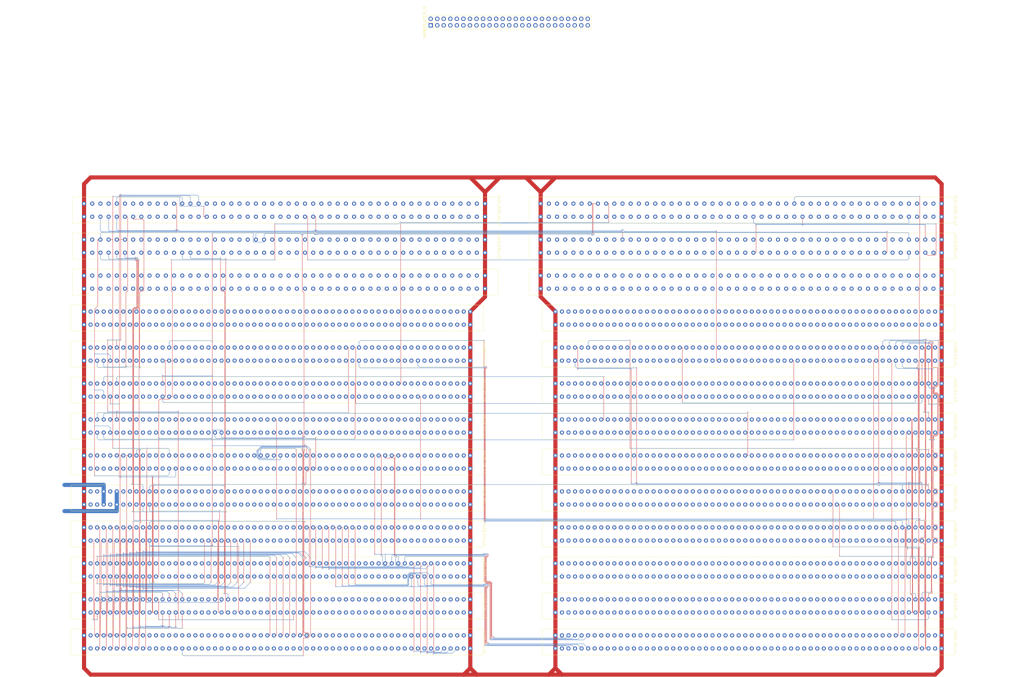
<source format=kicad_pcb>
(kicad_pcb (version 20241229) (generator "pcbnew") (generator_version "9.0")
  (layers (0 "F.Cu" signal "F.SigTop") (4 "In1.Cu" signal "F.Sig.In") (6 "In2.Cu" power "F.GND") (8 "In3.Cu" power "B.GND") (10 "In4.Cu" signal "B.Sig.In") (2 "B.Cu" signal "B.Sig.Top") (13 "F.Paste" user) (15 "B.Paste" user) (5 "F.SilkS" user "F.Silkscreen") (7 "B.SilkS" user "B.Silkscreen") (1 "F.Mask" user) (3 "B.Mask" user) (25 "Edge.Cuts" user))
  (net 0 "")
  (net 1 "A1MBS09*")
  (net 2 "FAE07*")
  (net 3 "A1MBS05*")
  (net 5 "+5V")
  (net 7 "FAE09*")
  (net 9 "A2MBS00*")
  (net 11 "CB19*")
  (net 12 "A1MBS11*")
  (net 14 "FMM05*")
  (net 15 "FMM02*")
  (net 17 "FMM06*")
  (net 18 "FSE10*")
  (net 19 "FSE02*")
  (net 20 "FAE05*")
  (net 21 "DE11*")
  (net 22 "BS2A1")
  (net 23 "FSE01*")
  (net 24 "A2MBS03*")
  (net 26 "A2MBS02*")
  (net 28 "FAM06*")
  (net 29 "FSE09*")
  (net 30 "FMM09*")
  (net 32 "FAUNFL*")
  (net 33 "FAOVFL*")
  (net 34 "FAE08*")
  (net 37 "GND")
  (net 38 "FAM05*")
  (net 39 "A1MBS07*")
  (net 41 "FAM03*")
  (net 42 "SELA2")
  (net 44 "BS2A2")
  (net 45 "FSE06*")
  (net 47 "FSE03*")
  (net 51 "CB16*")
  (net 52 "PUSHA2")
  (net 53 "DE07*")
  (net 54 "FAE11*")
  (net 56 "FAE04*")
  (net 57 "FSE11*")
  (net 58 "!A1CLK")
  (net 59 "A2MBS01*")
  (net 61 "FMM04*")
  (net 62 "A1MBS00*")
  (net 63 "PUSHA1")
  (net 64 "A1MBS06*")
  (net 66 "FAM07*")
  (net 67 "FMM03*")
  (net 68 "DE09*")
  (net 70 "FSE05*")
  (net 71 "FAM01*")
  (net 72 "DE10*")
  (net 73 "FSE08*")
  (net 74 "A2MBS04*")
  (net 75 "A1MBS02*")
  (net 76 "FMM11*")
  (net 77 "FAM04*")
  (net 78 "FAE03*")
  (net 79 "SCN")
  (net 80 "FAZRO*")
  (net 81 "FAM00*")
  (net 82 "A1MBS08*")
  (net 83 "CB17*")
  (net 85 "FADD*")
  (net 86 "CB15*")
  (net 87 "A1MBS10*")
  (net 88 "FAE02*")
  (net 89 "FAE10*")
  (net 90 "CB18*")
  (net 91 "!FACLK")
  (net 92 "FMM07*")
  (net 93 "FAE06*")
  (net 94 "FSE07*")
  (net 96 "A1MBS03*")
  (net 97 "FMM01*")
  (net 98 "!A2CLK")
  (net 99 "FMM08*")
  (net 101 "FANEG*")
  (net 102 "A1MBS01*")
  (net 103 "FSE04*")
  (net 104 "FAM02*")
  (net 105 "CB14*")
  (net 106 "A1MBS04*")
  (net 107 "DE08*")
  (net 108 "FSE00*")
  (net 110 "FMM00*")
  (net 111 "FMM10*")
  (net 112 "FMM18*")
  (net 114 "FMM22*")
  (net 118 "A1MBS22*")
  (net 119 "FAM16*")
  (net 120 "FAM13*")
  (net 122 "FMM25*")
  (net 123 "A2MBS20*")
  (net 124 "FMM12*")
  (net 125 "FMM13*")
  (net 127 "FAM21*")
  (net 128 "A2MBS13*")
  (net 129 "FAM23*")
  (net 130 "A1MBS20*")
  (net 132 "FMM23*")
  (net 133 "FMM20*")
  (net 135 "A2MBS22*")
  (net 136 "FAM26*")
  (net 137 "A2MBS18*")
  (net 138 "FAM09*")
  (net 140 "A2MBS11*")
  (net 141 "FAM15*")
  (net 146 "FAM17*")
  (net 147 "A2MBS19*")
  (net 148 "FMM19*")
  (net 151 "A1MBS15*")
  (net 152 "A2MBS21*")
  (net 153 "A1MBS12*")
  (net 156 "FMM21*")
  (net 158 "A1MBS16*")
  (net 159 "FMM14*")
  (net 162 "A1MBS13*")
  (net 164 "A2MBS16*")
  (net 167 "FAM24*")
  (net 168 "A1MBS17*")
  (net 169 "A2MBS24*")
  (net 171 "A1MBS25*")
  (net 172 "A1MBS26*")
  (net 174 "FAM19*")
  (net 175 "FAM11*")
  (net 177 "A2MBS26*")
  (net 178 "FAM10*")
  (net 179 "FMM15*")
  (net 181 "A1MBS21*")
  (net 182 "A1MBS19*")
  (net 183 "A1MBS18*")
  (net 184 "A2MBS15*")
  (net 185 "FMM24*")
  (net 186 "A1MBS23*")
  (net 188 "A2MBS27*")
  (net 189 "FAM08*")
  (net 191 "A1MBS24*")
  (net 192 "FAM25*")
  (net 193 "A1MBS27*")
  (net 195 "A2MBS25*")
  (net 197 "FAM27*")
  (net 198 "A2MBS08*")
  (net 199 "FMM27*")
  (net 201 "A2MBS09*")
  (net 205 "A2MBS17*")
  (net 207 "FMM26*")
  (net 208 "A2MBS12*")
  (net 209 "A2MBS14*")
  (net 212 "FAM22*")
  (net 213 "FAM18*")
  (net 215 "A1MBS14*")
  (net 216 "FMM17*")
  (net 217 "FMM16*")
  (net 218 "A2MBS23*")
  (net 219 "A2MBS10*")
  (net 220 "FAM12*")
  (net 222 "FAM14*")
  (net 223 "FAM20*")
  (net 224 "A2EBS04*")
  (net 225 "FME05*")
  (net 226 "YECLKE*")
  (net 227 "DPEBS03*")
  (net 228 "Y2M2")
  (net 229 "M1EBS05*")
  (net 230 "X05")
  (net 231 "A1EBS07*")
  (net 232 "DPEBS02*")
  (net 233 "M1EBS01*")
  (net 234 "MDI02")
  (net 235 "MD02*")
  (net 236 "M2EBS04*")
  (net 237 "XIA")
  (net 238 "MD05*")
  (net 239 "MDCLKE")
  (net 240 "YIA")
  (net 241 "FME06*")
  (net 242 "A2EBS01*")
  (net 243 "M2EBS05*")
  (net 244 "XIB")
  (net 245 "REGACLKE")
  (net 246 "XLMCLKE*")
  (net 247 "M2EBS01*")
  (net 248 "!DPLCLK")
  (net 249 "SAMEX")
  (net 250 "MD03*")
  (net 251 "Y02")
  (net 252 "A2EBS03*")
  (net 253 "!WRTL*")
  (net 254 "MDI05")
  (net 255 "DPEBS07*")
  (net 256 "YLMCLKE*")
  (net 257 "FME07*")
  (net 258 "SAMEY")
  (net 259 "CA3WRT")
  (net 260 "M1EBS04*")
  (net 261 "A1EBS06*")
  (net 262 "REGBCLKE")
  (net 263 "A2EBS05*")
  (net 264 "Y03")
  (net 265 "A1EBS01*")
  (net 266 "X01")
  (net 267 "YIB")
  (net 268 "FME02*")
  (net 269 "MDI00")
  (net 270 "MDI03")
  (net 271 "M2EBS03*")
  (net 272 "X04")
  (net 273 "M1EBS06*")
  (net 274 "M1EBS02*")
  (net 275 "A1EBS02*")
  (net 276 "X03")
  (net 277 "FME01*")
  (net 278 "MIB*")
  (net 279 "DPEBS01*")
  (net 280 "DP2M1")
  (net 281 "FAE01*")
  (net 282 "Y01")
  (net 283 "M1EBS00*")
  (net 284 "A1EBS00*")
  (net 285 "DP2A2E")
  (net 286 "M2EBS02*")
  (net 287 "A2EBS06*")
  (net 288 "A1EBS04*")
  (net 289 "DPEBS05*")
  (net 290 "Y2DP")
  (net 291 "Y04")
  (net 292 "FME03*")
  (net 293 "A2EBS07*")
  (net 294 "A2EBS02*")
  (net 295 "A1EBS05*")
  (net 296 "Y2A1")
  (net 297 "M2EBS07*")
  (net 298 "MDI04")
  (net 299 "MD07*")
  (net 300 "Y2A2")
  (net 301 "Y05")
  (net 302 "FAE00*")
  (net 303 "MIA*")
  (net 304 "DPEBS06*")
  (net 305 "MD00*")
  (net 306 "X02")
  (net 307 "SELMD")
  (net 308 "FME00*")
  (net 309 "M1EBS03*")
  (net 310 "MD01*")
  (net 311 "MDI06")
  (net 312 "A1EBS03*")
  (net 313 "XECLKE*")
  (net 314 "M2EBS00*")
  (net 315 "DPEBS00*")
  (net 316 "M2EBS06*")
  (net 317 "DP2A1")
  (net 318 "A2EBS00*")
  (net 319 "DP2M2")
  (net 320 "DP2DP")
  (net 321 "MDI01")
  (net 322 "MD04*")
  (net 323 "DPEBS04*")
  (net 324 "MDI07")
  (net 325 "DP2A2M")
  (net 326 "MD06*")
  (net 327 "M1EBS07*")
  (net 328 "FME04*")
  (net 329 "Y2M1")
  (net 330 "MD10*")
  (net 331 "MDI08")
  (net 332 "FME11*")
  (net 333 "MD09*")
  (net 334 "DPEBS10*")
  (net 335 "DPMBS26*")
  (net 336 "M2MBS25*")
  (net 337 "MD2M2")
  (net 338 "A2EBS11*")
  (net 339 "MD39*")
  (net 340 "MD32*")
  (net 341 "A1EBS10*")
  (net 342 "M1EBS08*")
  (net 343 "FME10*")
  (net 344 "DPMBS20*")
  (net 345 "MDI39")
  (net 346 "M2MBS27*")
  (net 347 "DPMBS24*")
  (net 348 "M1MBS25*")
  (net 349 "MD11*")
  (net 350 "M1MBS26*")
  (net 351 "DPEBS09*")
  (net 352 "M2MBS20*")
  (net 353 "MDI37")
  (net 354 "MD2DP")
  (net 355 "MDI11")
  (net 356 "FME08*")
  (net 357 "M2MBS24*")
  (net 358 "M1MBS23*")
  (net 359 "A2EBS09*")
  (net 360 "MDI38")
  (net 361 "M2MBS22*")
  (net 362 "M2EBS11*")
  (net 363 "M1MBS27*")
  (net 364 "DPEBS11*")
  (net 365 "MDI32")
  (net 366 "M2MBS23*")
  (net 367 "MDI35")
  (net 368 "DPEBS08*")
  (net 369 "MDI09")
  (net 370 "M1EBS09*")
  (net 371 "A2EBS10*")
  (net 372 "DPMBS25*")
  (net 373 "MDI33")
  (net 374 "MD33*")
  (net 375 "MD35*")
  (net 376 "MD36*")
  (net 377 "A1EBS11*")
  (net 378 "M2EBS08*")
  (net 379 "M1MBS24*")
  (net 380 "MD37*")
  (net 381 "DPMBS22*")
  (net 382 "M2EBS10*")
  (net 383 "DPMBS21*")
  (net 384 "M2EBS09*")
  (net 385 "MD08*")
  (net 386 "A1EBS08*")
  (net 387 "M1MBS21*")
  (net 388 "FME09*")
  (net 389 "A1EBS09*")
  (net 390 "SELREGB")
  (net 391 "DPMBS27*")
  (net 392 "M2MBS26*")
  (net 393 "MDI34")
  (net 394 "M1MBS20*")
  (net 395 "M1MBS22*")
  (net 396 "A2EBS08*")
  (net 397 "M1EBS10*")
  (net 398 "M2MBS21*")
  (net 399 "MD34*")
  (net 400 "MDI36")
  (net 401 "MDI10")
  (net 402 "MD38*")
  (net 403 "M1EBS11*")
  (net 404 "MD2A2")
  (net 405 "DPMBS04*")
  (net 406 "MDI16")
  (net 407 "DPMBS02*")
  (net 408 "M1MBS04*")
  (net 409 "DPMBS00*")
  (net 410 "M1MBS06*")
  (net 411 "XHMCLKE*")
  (net 412 "A2MBS06*")
  (net 413 "MD16*")
  (net 414 "YHMCLKE*")
  (net 415 "M1MBS07*")
  (net 416 "M1MBS05*")
  (net 417 "M1MBS02*")
  (net 418 "M1MBS00*")
  (net 419 "M2MBS04*")
  (net 420 "M2MBS02*")
  (net 421 "DPMBS05*")
  (net 422 "M2MBS05*")
  (net 423 "MDI13")
  (net 424 "DPMBS03*")
  (net 425 "!WRTR*")
  (net 426 "!DPRCLK")
  (net 427 "MD17*")
  (net 428 "DPMBS07*")
  (net 429 "MDI14")
  (net 430 "MD14*")
  (net 431 "M2MBS03*")
  (net 432 "M2MBS01*")
  (net 433 "MDI19")
  (net 434 "M2MBS06*")
  (net 435 "M2MBS00*")
  (net 436 "MD18*")
  (net 437 "MD15*")
  (net 438 "MD19*")
  (net 439 "M2MBS07*")
  (net 440 "MDI15")
  (net 441 "MD12*")
  (net 442 "M1MBS03*")
  (net 443 "A2MBS05*")
  (net 444 "DPMBS01*")
  (net 445 "MDI17")
  (net 446 "MD13*")
  (net 447 "DPMBS06*")
  (net 448 "A2MBS07*")
  (net 449 "M1MBS01*")
  (net 450 "MDI18")
  (net 451 "MDI12")
  (net 452 "MDI21")
  (net 453 "M2MBS10*")
  (net 454 "MDI26")
  (net 455 "MDI30")
  (net 456 "M2MBS12*")
  (net 457 "M1MBS17*")
  (net 458 "MD21*")
  (net 459 "M2MBS09*")
  (net 460 "MD23*")
  (net 461 "MDI23")
  (net 462 "DPMBS09*")
  (net 463 "M1MBS13*")
  (net 464 "DPMBS08*")
  (net 465 "M2MBS15*")
  (net 466 "M1MBS08*")
  (net 467 "DPMBS12*")
  (net 468 "DPMBS14*")
  (net 469 "MD24*")
  (net 470 "MD25*")
  (net 471 "M2MBS14*")
  (net 472 "MD20*")
  (net 473 "M1MBS15*")
  (net 474 "M2MBS11*")
  (net 475 "MD31*")
  (net 476 "M1MBS19*")
  (net 477 "DPMBS19*")
  (net 478 "MD22*")
  (net 479 "DPMBS13*")
  (net 480 "M2MBS08*")
  (net 481 "MD29*")
  (net 482 "MD30*")
  (net 483 "M1MBS09*")
  (net 484 "MDI20")
  (net 485 "M2MBS18*")
  (net 486 "MDI25")
  (net 487 "M1MBS11*")
  (net 488 "MD27*")
  (net 489 "DPMBS15*")
  (net 490 "MDI31")
  (net 491 "MDI29")
  (net 492 "MDI22")
  (net 493 "M2MBS16*")
  (net 494 "M2MBS17*")
  (net 495 "M1MBS16*")
  (net 496 "M2MBS19*")
  (net 497 "MDI28")
  (net 498 "MD28*")
  (net 499 "DPMBS17*")
  (net 500 "M2MBS13*")
  (net 501 "M1MBS18*")
  (net 502 "M1MBS10*")
  (net 503 "MDI27")
  (net 504 "M1MBS12*")
  (net 505 "DPMBS11*")
  (net 506 "DPMBS10*")
  (net 507 "DPMBS18*")
  (net 508 "MD26*")
  (net 509 "MDI24")
  (net 510 "M1MBS14*")
  (net 511 "PNL2PSA*")
  (net 512 "OUT*")
  (net 513 "STA2PNL")
  (net 514 "CBCLKE*")
  (net 515 "NCP*")
  (net 516 "PNL2DBL*")
  (net 517 "PNL08*")
  (net 518 "IOACK*")
  (net 519 "!CBCLK1")
  (net 520 "MDUSE*")
  (net 521 "!MCLK")
  (net 522 "PNL03*")
  (net 523 "PNL2DP")
  (net 524 "PSZIP*")
  (net 525 "377LD*")
  (net 526 "ABORT*")
  (net 527 "INTEN")
  (net 528 "SNSA")
  (net 529 "DBLSW*")
  (net 530 "SPA2PNL")
  (net 531 "!FMCLK")
  (net 532 "LDOMA*")
  (net 533 "TMA2PNL")
  (net 534 "PSL2DP")
  (net 535 "PAUSE1*")
  (net 536 "MD3BSY")
  (net 537 "PNL15*")
  (net 538 "HD2DP")
  (net 539 "PNL00*")
  (net 540 "PHALT*")
  (net 541 "PNL11*")
  (net 542 "LDSR*")
  (net 543 "USEPSA*")
  (net 544 "TSPIN")
  (net 545 "!T75")
  (net 546 "!WRTR")
  (net 547 "PNL14*")
  (net 548 "IONTA")
  (net 549 "TRIGQ*")
  (net 550 "INTA")
  (net 551 "!SPCLK")
  (net 552 "DA2PNL")
  (net 553 "PNL07*")
  (net 554 "PNL10*")
  (net 555 "EX2PNL*")
  (net 556 "PNL02*")
  (net 557 "!WRT*")
  (net 558 "IODRDYQ")
  (net 559 "!CBCLK2")
  (net 560 "RDOMA*")
  (net 561 "FLAG0")
  (net 562 "PNL04*")
  (net 563 "RUN*")
  (net 564 "MDCR3*")
  (net 565 "MA=SUP*")
  (net 566 "377IN*")
  (net 567 "SR2HD*")
  (net 568 "IN")
  (net 569 "PNL09*")
  (net 570 "SP2ADDR")
  (net 571 "SPD2PNL")
  (net 572 "PNL13*")
  (net 573 "MD3REJ")
  (net 574 "PNL06*")
  (net 575 "IHRSET*")
  (net 576 "!TMCLK")
  (net 577 "SPIN*")
  (net 578 "LDFN*")
  (net 579 "WRTHM")
  (net 580 "USEPNL*")
  (net 581 "SNSB")
  (net 582 "!IOCLK")
  (net 583 "PNL12*")
  (net 584 "FMUL*")
  (net 585 "FLAG3")
  (net 586 "PSH2DP")
  (net 587 "PSACLKE*")
  (net 588 "INTR1*")
  (net 589 "MA2PNL")
  (net 590 "PNL2MD*")
  (net 591 "WRTEXP")
  (net 592 "INTU*")
  (net 593 "PNL01*")
  (net 594 "DALD*")
  (net 595 "INTIND")
  (net 596 "FLAG1")
  (net 597 "!M1CLK")
  (net 598 "IORST*")
  (net 599 "TM2PNL")
  (net 600 "FLAG2")
  (net 601 "SETATMA*")
  (net 602 "WRTLM")
  (net 603 "PNL05*")
  (net 604 "DP2IO*")
  (net 605 "PSA2PNL")
  (net 606 "PS03*")
  (net 607 "PS59*")
  (net 608 "PS09*")
  (net 609 "IN100")
  (net 610 "PS21*")
  (net 611 "PS56*")
  (net 612 "HD01")
  (net 613 "PS0WRT")
  (net 614 "PS15*")
  (net 615 "PS07*B")
  (net 616 "HD08")
  (net 617 "PS22*")
  (net 618 "PS38*")
  (net 619 "PS57*")
  (net 620 "DPA2PNL*")
  (net 621 "PS16*")
  (net 622 "HD06")
  (net 623 "HD07")
  (net 624 "SPEC*")
  (net 625 "HD12")
  (net 626 "HD04")
  (net 627 "HD05")
  (net 628 "PS11*")
  (net 629 "FN2HD*")
  (net 630 "EXTCLK{408}")
  (net 631 "PS08*")
  (net 632 "TM2A1")
  (net 633 "HD09")
  (net 634 "PS06*")
  (net 635 "PS1WRT")
  (net 636 "PS13*")
  (net 637 "EXTNT")
  (net 638 "REFSYNC*")
  (net 639 "PS63*")
  (net 640 "PS12*")
  (net 641 "PS35*")
  (net 642 "PNL2MA*")
  (net 643 "HD13")
  (net 644 "DPMBS23*")
  (net 645 "PS2WRT")
  (net 646 "DPMBS16*")
  (net 647 "PS17*")
  (net 648 "HD02")
  (net 649 "HD00")
  (net 650 "CB2A2M*")
  (net 651 "CB2A2E*")
  (net 652 "HD03")
  (net 653 "HD14")
  (net 654 "PS10*")
  (net 655 "INTCP")
  (net 656 "PS3WRT")
  (net 657 "LT2HD*")
  (net 658 "PS19*")
  (net 659 "PS61*")
  (net 660 "PS18*")
  (net 661 "HD11")
  (net 662 "CB2A1E*")
  (net 663 "HD15")
  (net 664 "HD10")
  (net 665 "PS36*")
  (net 666 "376LD*")
  (net 667 "PS33*")
  (net 668 "PNL2TMA*")
  (net 669 "PS20*")
  (net 670 "PS37*")
  (net 671 "376IN*")
  (net 672 "USECB*")
  (net 673 "INT2A1E*")
  (net 674 "RTM*")
  (net 675 "PS14*")
  (net 679 "CTLCLK")
  (net 681 "B0CLK")
  (net 682 "DA11*")
  (net 683 "BUSD13*")
  (net 684 "BUSA17*")
  (net 685 "MDCA1")
  (net 687 "UNFL*")
  (net 688 "BUSBBSY*")
  (net 689 "DMA02*")
  (net 690 "DCHO01*")
  (net 691 "DA13*")
  (net 692 "DMA00*")
  (net 693 "DA15*")
  (net 695 "BUSA14*")
  (net 696 "DMA03*")
  (net 698 "BUSD14*")
  (net 700 "OVFL*")
  (net 703 "BUSA13*")
  (net 704 "BUF2CLK")
  (net 706 "B2ID")
  (net 707 "MDCR1Q*")
  (net 708 "BUSNPGIN")
  (net 713 "BUSA15*")
  (net 714 "BUSD12*")
  (net 715 "DAM01*")
  (net 719 "DA08*")
  (net 720 "INTR*")
  (net 721 "DA14*")
  (net 722 "INTPOUT")
  (net 723 "DA12*")
  (net 724 "DA09*")
  (net 725 "BUSBGIN")
  (net 726 "INTPIN")
  (net 728 "BUSA16*")
  (net 730 "HINTIND")
  (net 731 "BUSD15*")
  (net 733 "DA10*")
  (net 735 "MDWRT*")
  (net 736 "B2MDI")
  (net 738 "IODRDY*")
  (net 739 "B2CLK")
  (net 740 "BUSD02*")
  (net 741 "PWFAIL*")
  (net 742 "DMA11*")
  (net 743 "DMA07*")
  (net 744 "BL2HD")
  (net 745 "DMA10*")
  (net 746 "BUSA12*")
  (net 747 "BUSINTR*")
  (net 748 "BUSD10*")
  (net 749 "DMA13*")
  (net 750 "DMA12*")
  (net 751 "INT06*")
  (net 752 "DMA08*")
  (net 753 "BUSINIT*")
  (net 754 "BUSSSYN*")
  (net 755 "BH2HD")
  (net 756 "BUSBGOUT")
  (net 757 "DMA05*")
  (net 758 "BUSNPGOUT")
  (net 759 "DMA09*")
  (net 760 "BUSD11*")
  (net 761 "DMA15*")
  (net 763 "BUSC01*")
  (net 765 "BUSA02*")
  (net 766 "BUSA11*")
  (net 767 "BUSA03*")
  (net 768 "BUSD09*")
  (net 769 "BUSMSYN*")
  (net 770 "BUSD00*")
  (net 771 "DMA06*")
  (net 772 "HADRCLK*")
  (net 773 "BUSA01*")
  (net 774 "INT07*")
  (net 775 "BUSA09*")
  (net 776 "BUSSACK*")
  (net 777 "I+H14")
  (net 778 "BUSA05*")
  (net 779 "BUSD06*")
  (net 781 "HADR2HD*")
  (net 782 "BUSD05*")
  (net 783 "BUSA10*")
  (net 784 "I+H09")
  (net 785 "BUSBR*")
  (net 786 "BUSNPR*")
  (net 787 "BUSA08*")
  (net 789 "I+H10")
  (net 790 "!HRSET")
  (net 791 "BUSA06*")
  (net 792 "DMAIND")
  (net 793 "BUSA04*")
  (net 794 "BUSD03*")
  (net 795 "BUSA07*")
  (net 796 "BUSD04*")
  (net 797 "BUSD08*")
  (net 798 "RUNIND")
  (net 799 "DMA04*")
  (net 800 "I+H13")
  (net 801 "BUSD01*")
  (net 802 "DMA14*")
  (net 803 "BUSD07*")
  (net 804 "375LD*")
  (net 805 "SP+DP03*")
  (net 806 "SP+DP07*")
  (net 807 "SP+DP15*")
  (net 808 "SP+DP10*")
  (net 809 "FAOVF*")
  (net 810 "SP2DP")
  (net 812 "SP+DP12*")
  (net 813 "PSABD")
  (net 817 "FAZERO*")
  (net 818 "LD0MA*")
  (net 819 "SP+DP04*")
  (net 820 "SP+DP13*")
  (net 821 "SP+DP09*")
  (net 822 "FMUNF*")
  (net 823 "SP+DP00*")
  (net 824 "SP+DP06*")
  (net 826 "FMOVF*")
  (net 827 "SP+DP08*")
  (net 828 "SP+DP11*")
  (net 829 "SP+DP14*")
  (net 830 "IFFTQ")
  (net 831 "SP+DP02*")
  (net 832 "CPUIN*")
  (net 833 "SP+DP01*")
  (net 835 "FAUNF*")
  (net 836 "SP+DP05*")
  (net 837 "FFTQ")
  (net 838 "TST")
  (net 839 "PSA14*")
  (net 840 "TST2")
  (net 841 "PSACD")
  (net 842 "PSA15*")
  (net 843 "INTOP")
  (net 844 "MALD*A")
  (net 845 "PSAAD")
  (net 846 "DPALD*A")
  (net 847 "PS26*A")
  (net 848 "PSA12*")
  (net 849 "RBUEQ*")
  (net 850 "PSA10*")
  (net 851 "EXIB")
  (net 852 "TST3")
  (net 854 "PSA08*")
  (net 855 "IOINTR*")
  (net 856 "PSA11*")
  (net 858 "SRAOVD")
  (net 859 "PSA05*")
  (net 861 "EXIA")
  (net 862 "EXINT")
  (net 863 "SRADEC")
  (net 864 "PS25*A")
  (net 865 "TST1")
  (net 866 "SRSWE*")
  (net 867 "PSA06*")
  (net 868 "PSA07*")
  (net 869 "INCCIN*")
  (net 870 "NOP*")
  (net 871 "WDPI")
  (net 872 "SRAINC")
  (net 873 "PSA04*")
  (net 874 "PN2DBL*")
  (net 875 "PSA09*")
  (net 876 "TMALD*A")
  (net 878 "PSA13*")
  (net 879 "PS24*A")
  (net 881 "PLN13*")
  (net 882 "TMA06")
  (net 883 "TMINH")
  (net 884 "PLN02*")
  (net 885 "TMA14")
  (net 886 "TMA11")
  (net 887 "TMA10")
  (net 888 "TMA15")
  (net 889 "TMA07")
  (net 890 "TMA04")
  (net 892 "DPALD*")
  (net 894 "PLN07*")
  (net 895 "TMA03")
  (net 896 "TMA05")
  (net 897 "PLN10*")
  (net 898 "TMA00")
  (net 899 "TMA02")
  (net 900 "PLN08*")
  (net 901 "PLN06*")
  (net 902 "TMA12")
  (net 903 "TMA01")
  (net 904 "TMNEG")
  (net 905 "PLN01*")
  (net 906 "PLN15*")
  (net 907 "PLN03*")
  (net 908 "TM2DP")
  (net 909 "PLN14*")
  (net 910 "PLN12*")
  (net 911 "PLN11*")
  (net 912 "TMA09")
  (net 913 "TMA08")
  (net 914 "PLN04*")
  (net 915 "PLN09*")
  (net 917 "TMA13")
  (net 918 "PLN00*")
  (net 919 "RBUFQ")
  (net 920 "PLN05*")
  (net 924 "TMREGE")
  (net 925 "NEWINS2")
  (net 927 "MDWRT3")
  (net 930 "NEWINS3")
  (net 932 "MAINC*")
  (net 933 "BS2M2")
  (net 934 "NEWINS1")
  (net 935 "BMD2M2")
  (net 936 "BS2M1")
  (net 938 "MACE*")
  (net 939 "TM2M1")
  (net 940 "BPPENB*")
  (net 942 "MALD*")
  (net 945 "PS62*")
  (net 946 "MA(-2)*")
  (net 947 "DMA01*")
  (net 948 "MDCR2*")
  (net 949 "MA12*")
  (net 950 "DCHO02*")
  (net 951 "MA11*")
  (net 953 "DMAESA")
  (net 954 "MDINA*")
  (net 955 "MA05*")
  (net 956 "MA00*")
  (net 957 "MA(-3)*")
  (net 958 "MDCA0")
  (net 959 "MDLMAN")
  (net 960 "MA04*")
  (net 962 "MA01*")
  (net 963 "MA(-1)*")
  (net 964 "MA15*")
  (net 965 "MA08*")
  (net 966 "MA14*")
  (net 967 "MA10*")
  (net 969 "MA03*")
  (net 970 "MAESA")
  (net 971 "MDCA2")
  (net 973 "MA07*")
  (net 974 "MA13*")
  (net 975 "MA06*")
  (net 976 "MA02*")
  (net 977 "MA09*")
  (net 978 "MA(-4)*")
  (net 979 "MDHMAN")
  (net 980 "MDEXP")
  (net 986 "-5V")
  (net 1007 "+12V")
  (net 1014 "MIMBS02*")
  (net 1016 "MIEBS02*")
  (net 1017 "BTMA05")
  (net 1018 "MIEBS09*")
  (net 1019 "MIEBS03*")
  (net 1020 "TM02*")
  (net 1023 "BTMA15")
  (net 1024 "BTMA04")
  (net 1025 "BTMA12")
  (net 1026 "MIMBS00*")
  (net 1027 "MIMBS01*")
  (net 1028 "BTMA01")
  (net 1029 "BTMA14")
  (net 1031 "MIMBS05*")
  (net 1032 "TM04*")
  (net 1033 "MIEBS07*")
  (net 1034 "MIMBS04*")
  (net 1035 "MIEBS10*")
  (net 1036 "BTMA11")
  (net 1037 "BTMA07")
  (net 1038 "TM06*")
  (net 1039 "MIEBS06*")
  (net 1040 "BTMA03")
  (net 1041 "BTMA00")
  (net 1042 "BTMA10")
  (net 1043 "MIEBS08*")
  (net 1044 "BTMA02")
  (net 1045 "TM05*")
  (net 1047 "MIEBS11*")
  (net 1048 "MIEBS04*")
  (net 1049 "TM07*")
  (net 1050 "MIEBS05*")
  (net 1051 "MIMBS03*")
  (net 1052 "BTMA06")
  (net 1053 "BTMA13")
  (net 1055 "BTMA08")
  (net 1056 "TM03*")
  (net 1057 "BTMA09")
  (net 1058 "TM19*")
  (net 1059 "MIMBS21*")
  (net 1060 "MIMBS12*")
  (net 1061 "TM28*")
  (net 1062 "MIMBS19*")
  (net 1063 "TM37*")
  (net 1065 "TM20*")
  (net 1066 "MIMBS14*")
  (net 1067 "TM14*")
  (net 1068 "TM10*")
  (net 1069 "TM32*")
  (net 1070 "TM34*")
  (net 1073 "TM38*")
  (net 1074 "TM23*")
  (net 1076 "TM31*")
  (net 1077 "TM26*")
  (net 1079 "MIMBS13*")
  (net 1080 "TM12*")
  (net 1081 "TM25*")
  (net 1082 "MIMBS10*")
  (net 1084 "TM17*")
  (net 1085 "MIMBS23*")
  (net 1086 "MIMBS27*")
  (net 1087 "MIMBS24*")
  (net 1088 "TM35*")
  (net 1089 "TM16*")
  (net 1090 "MIMBS15*")
  (net 1091 "MIMBS25*")
  (net 1092 "TM08*")
  (net 1093 "TM36*")
  (net 1096 "TM24*")
  (net 1098 "MIMBS09*")
  (net 1099 "TM21*")
  (net 1100 "MIMBS08*")
  (net 1101 "MIMBS17*")
  (net 1102 "MIMBS07*")
  (net 1103 "TM39*")
  (net 1104 "TM13*")
  (net 1105 "TM18*")
  (net 1106 "MIMBS11*")
  (net 1108 "TM11*")
  (net 1109 "MIMBS06*")
  (net 1110 "TM33*")
  (net 1111 "MIMBS18*")
  (net 1112 "MIMBS16*")
  (net 1113 "TM15*")
  (net 1115 "TM27*")
  (net 1116 "MIMBS26*")
  (net 1117 "TM22*")
  (net 1118 "TM29*")
  (net 1120 "TM30*")
  (net 1121 "MIMBS20*")
  (net 1122 "MIMBS22*")
  (net 1123 "TM09*")
  (net 1126 "SCIN")
  (net 1136 "!MICLK")
  (net 1140 "HD04A")
  (net 1141 "HD06B")
  (net 1143 "HD00A")
  (net 1145 "HD01A")
  (net 1146 "HD04B")
  (net 1148 "HD08B")
  (net 1150 "HD03A")
  (net 1153 "HD05A")
  (net 1155 "HD02A")
  (net 1156 "HD05B")
  (net 1157 "HD07A")
  (net 1158 "HD06A")
  (net 1159 "CTCLK")
  (net 1160 "B2IO")
  (net 1163 "RPDP")
  (net 1166 "HD07B")
  (net 1167 "HD10A")
  (net 1170 "HD14A")
  (net 1171 "HD12A")
  (net 1172 "HD11A")
  (net 1174 "HD08A")
  (net 1175 "HD09A")
  (net 1176 "HD13A")
  (net 1177 "HD15A")
  (footprint "User:100pin_Edge_Connector" (layer "F.Cu") (at 546.1 450.85 -90)
    (property "Reference" "4429_FMT_J1")
    (property "Value" "Conn_02x50_100pin" (hide yes))
  )
  (footprint "Connector_PinHeader_2.54mm:PinHeader_2x25_P2.54mm_Vertical" (layer "F.Cu") (at 347.853 367.665 90)
    (property "Reference" "UNIBUS_XFER_J1")
    (property "Value" "Conn_02x25_Odd_Even")
  )
  (footprint "User:120pin_Edge_Connector" (layer "F.Cu") (at 363.22 534.67 -90)
    (property "Reference" "4425_TM_J2")
    (property "Value" "Conn_02x60_120pin" (hide yes))
  )
  (footprint "User:120pin_Edge_Connector" (layer "F.Cu") (at 363.22 604.52 -90)
    (property "Reference" "4401_FA_J2")
    (property "Value" "Conn_02x60_120pin" (hide yes))
  )
  (footprint "User:120pin_Edge_Connector" (layer "F.Cu") (at 546.1 506.73 -90)
    (property "Reference" "4422_P1_J3")
    (property "Value" "Conn_02x60_120pin" (hide yes))
  )
  (footprint "User:120pin_Edge_Connector" (layer "F.Cu") (at 363.22 576.58 -90)
    (property "Reference" "4402_DPR_J2")
    (property "Value" "Conn_02x60_120pin" (hide yes))
  )
  (footprint "User:120pin_Edge_Connector" (layer "F.Cu") (at 546.1 576.58 -90)
    (property "Reference" "4402_DPR_J1")
    (property "Value" "Conn_02x60_120pin" (hide yes))
  )
  (footprint "User:120pin_Edge_Connector" (layer "F.Cu") (at 546.1 478.79 -90)
    (property "Reference" "Spare1_J1" (hide yes))
    (property "Value" "Conn_02x60_120pin" (hide yes))
  )
  (footprint "User:120pin_Edge_Connector" (layer "F.Cu") (at 363.22 492.76 -90)
    (property "Reference" "4408_P3_J2")
    (property "Value" "Conn_02x60_120pin" (hide yes))
  )
  (footprint "User:100pin_Edge_Connector" (layer "F.Cu") (at 546.1 436.88 -90)
    (property "Reference" "4421_PDP_IF_J1")
    (property "Value" "Conn_02x50_100pin" (hide yes))
  )
  (footprint "User:120pin_Edge_Connector" (layer "F.Cu") (at 546.1 534.67 -90)
    (property "Reference" "4425_TM_J1")
    (property "Value" "Conn_02x60_120pin" (hide yes))
  )
  (footprint "User:120pin_Edge_Connector" (layer "F.Cu") (at 546.1 604.52 -90)
    (property "Reference" "4401_FA_J1")
    (property "Value" "Conn_02x60_120pin" (hide yes))
  )
  (footprint "User:100pin_Edge_Connector" (layer "F.Cu") (at 368.935 464.82 -90)
    (property "Reference" "Spare2_J4" (hide yes))
    (property "Value" "Conn_02x50_100pin" (hide yes))
  )
  (footprint "User:120pin_Edge_Connector" (layer "F.Cu") (at 363.22 520.7 -90)
    (property "Reference" "4423_P2_J2")
    (property "Value" "Conn_02x60_120pin" (hide yes))
  )
  (footprint "User:120pin_Edge_Connector" (layer "F.Cu") (at 363.22 478.79 -90)
    (property "Reference" "Spare1_J2" (hide yes))
    (property "Value" "Conn_02x60_120pin" (hide yes))
  )
  (footprint "User:120pin_Edge_Connector" (layer "F.Cu") (at 363.22 548.64 -90)
    (property "Reference" "4424_MD_J2")
    (property "Value" "Conn_02x60_120pin" (hide yes))
  )
  (footprint "User:100pin_Edge_Connector" (layer "F.Cu") (at 546.1 464.82 -90)
    (property "Reference" "Spare2_J3" (hide yes))
    (property "Value" "Conn_02x50_100pin" (hide yes))
  )
  (footprint "User:120pin_Edge_Connector" (layer "F.Cu") (at 363.22 562.61 -90)
    (property "Reference" "4426_FM_J2")
    (property "Value" "Conn_02x60_120pin" (hide yes))
  )
  (footprint "User:120pin_Edge_Connector" (layer "F.Cu") (at 546.1 548.64 -90)
    (property "Reference" "4424_MD_J1")
    (property "Value" "Conn_02x60_120pin" (hide yes))
  )
  (footprint "User:100pin_Edge_Connector" (layer "F.Cu") (at 368.935 450.85 -90)
    (property "Reference" "4429_FMT_J2")
    (property "Value" "Conn_02x50_100pin" (hide yes))
  )
  (footprint "User:120pin_Edge_Connector" (layer "F.Cu") (at 363.22 506.73 -90)
    (property "Reference" "4422_P1_J4")
    (property "Value" "Conn_02x60_120pin" (hide yes))
  )
  (footprint "User:120pin_Edge_Connector" (layer "F.Cu") (at 546.1 520.7 -90)
    (property "Reference" "4423_P2_J1")
    (property "Value" "Conn_02x60_120pin" (hide yes))
  )
  (footprint "User:120pin_Edge_Connector" (layer "F.Cu") (at 546.1 492.76 -90)
    (property "Reference" "4408_P3_J1")
    (property "Value" "Conn_02x60_120pin" (hide yes))
  )
  (footprint "User:120pin_Edge_Connector" (layer "F.Cu") (at 546.1 562.61 -90)
    (property "Reference" "4426_FM_J1")
    (property "Value" "Conn_02x60_120pin" (hide yes))
  )
  (footprint "User:100pin_Edge_Connector" (layer "F.Cu") (at 368.935 436.88 -90)
    (property "Reference" "4421_PDP_IF_J2")
    (property "Value" "Conn_02x50_100pin" (hide yes))
  )
  (footprint "User:120pin_Edge_Connector" (layer "F.Cu") (at 546.1 590.55 -90)
    (property "Reference" "4402_DPL_J1")
    (property "Value" "Conn_02x60_120pin" (hide yes))
  )
  (footprint "User:120pin_Edge_Connector" (layer "F.Cu") (at 363.22 590.55 -90)
    (property "Reference" "4402_DPL_J2")
    (property "Value" "Conn_02x60_120pin" (hide yes))
  )
  (segment (start 368.935 583.565) (end 368.935 580.644) (width 0.127) (layer "F.Cu") (net 1))
  (segment (start 371.348 605.79) (end 371.094 605.536) (width 0.127) (layer "F.Cu") (net 1))
  (segment (start 333.756 535.813) (end 333.629 535.686) (width 0.127) (layer "F.Cu") (net 1))
  (segment (start 333.629 535.686) (end 330.2 535.686) (width 0.127) (layer "F.Cu") (net 1))
  (segment (start 368.935 580.644) (end 368.935 574.167) (width 0.127) (layer "F.Cu") (net 1))
  (segment (start 369.062 583.692) (end 368.935 583.565) (width 0.127) (layer "F.Cu") (net 1))
  (segment (start 370.713 584.073) (end 369.443 584.073) (width 0.127) (layer "F.Cu") (net 1))
  (segment (start 371.094 584.454) (end 370.713 584.073) (width 0.127) (layer "F.Cu") (net 1))
  (segment (start 369.443 584.073) (end 369.062 583.692) (width 0.127) (layer "F.Cu") (net 1))
  (segment (start 368.935 574.167) (end 369.189 573.913) (width 0.127) (layer "F.Cu") (net 1))
  (segment (start 369.189 573.913) (end 369.189 573.532) (width 0.127) (layer "F.Cu") (net 1))
  (segment (start 330.2 535.686) (end 330.2 534.67) (width 0.127) (layer "F.Cu") (net 1))
  (segment (start 371.094 605.536) (end 371.094 584.454) (width 0.127) (layer "F.Cu") (net 1))
  (segment (start 333.756 573.786) (end 333.756 535.813) (width 0.127) (layer "F.Cu") (net 1))
  (via (at 371.348 605.79) (size 0.4) (drill 0.3) (layers "F.Cu" "B.Cu") (net 1))
  (via (at 333.756 573.786) (size 0.4) (drill 0.3) (layers "F.Cu" "B.Cu") (net 1))
  (via (at 369.189 573.532) (size 0.4) (drill 0.3) (layers "F.Cu" "B.Cu") (net 1))
  (segment (start 334.899 573.532) (end 335.28 573.913) (width 0.127) (layer "B.Cu") (net 1))
  (segment (start 335.661 573.532) (end 335.28 573.913) (width 0.127) (layer "B.Cu") (net 1))
  (segment (start 404.876 606.044) (end 406.4 604.52) (width 0.127) (layer "B.Cu") (net 1))
  (segment (start 371.602 606.044) (end 404.876 606.044) (width 0.127) (layer "B.Cu") (net 1))
  (segment (start 334.01 573.532) (end 334.899 573.532) (width 0.127) (layer "B.Cu") (net 1))
  (segment (start 368.935 573.278) (end 368.554 573.278) (width 0.127) (layer "B.Cu") (net 1))
  (segment (start 371.348 605.79) (end 371.602 606.044) (width 0.127) (layer "B.Cu") (net 1))
  (segment (start 333.756 573.786) (end 334.01 573.532) (width 0.127) (layer "B.Cu") (net 1))
  (segment (start 368.554 573.278) (end 368.3 573.532) (width 0.127) (layer "B.Cu") (net 1))
  (segment (start 335.28 573.913) (end 335.28 576.58) (width 0.127) (layer "B.Cu") (net 1))
  (segment (start 369.189 573.532) (end 368.935 573.278) (width 0.127) (layer "B.Cu") (net 1))
  (segment (start 368.3 573.532) (end 335.661 573.532) (width 0.127) (layer "B.Cu") (net 1))
  (segment (start 546.1 436.88) (end 546.1 609.6) (width 1.6) (layer "F.Cu") (net 5))
  (segment (start 368.935 436.88) (end 368.935 469.9) (width 1.6) (layer "F.Cu") (net 5))
  (segment (start 363.22 478.79) (end 368.935 473.075) (width 1.6) (layer "F.Cu") (net 5))
  (segment (start 396.24 609.6) (end 396.24 478.79) (width 1.6) (layer "F.Cu") (net 5))
  (segment (start 390.525 473.075) (end 390.525 469.9) (width 1.6) (layer "F.Cu") (net 5))
  (segment (start 363.22 617.22) (end 363.22 609.6) (width 1.6) (layer "F.Cu") (net 5))
  (segment (start 396.24 617.22) (end 396.24 609.6) (width 1.6) (layer "F.Cu") (net 5))
  (segment (start 360.68 619.76) (end 365.76 619.76) (width 1.6) (layer "F.Cu") (net 5))
  (segment (start 546.1 609.6) (end 546.1 617.22) (width 1.6) (layer "F.Cu") (net 5))
  (segment (start 396.24 426.72) (end 543.56 426.72) (width 1.6) (layer "F.Cu") (net 5))
  (segment (start 384.81 426.72) (end 363.22 426.72) (width 1.6) (layer "F.Cu") (net 5))
  (segment (start 396.24 478.79) (end 390.525 473.075) (width 1.6) (layer "F.Cu") (net 5))
  (segment (start 390.525 436.88) (end 390.525 432.435) (width 1.6) (layer "F.Cu") (net 5))
  (segment (start 368.935 473.075) (end 368.935 469.9) (width 1.6) (layer "F.Cu") (net 5))
  (segment (start 368.935 432.435) (end 363.22 426.72) (width 1.6) (layer "F.Cu") (net 5))
  (segment (start 368.935 436.88) (end 368.935 432.435) (width 1.6) (layer "F.Cu") (net 5))
  (segment (start 393.7 619.76) (end 365.76 619.76) (width 1.6) (layer "F.Cu") (net 5))
  (segment (start 546.1 429.26) (end 546.1 436.88) (width 1.6) (layer "F.Cu") (net 5))
  (segment (start 368.935 432.435) (end 374.65 426.72) (width 1.6) (layer "F.Cu") (net 5))
  (segment (start 215.9 426.72) (end 363.22 426.72) (width 1.6) (layer "F.Cu") (net 5))
  (segment (start 390.525 469.9) (end 390.525 436.88) (width 1.6) (layer "F.Cu") (net 5))
  (segment (start 363.22 478.79) (end 363.22 609.6) (width 1.6) (layer "F.Cu") (net 5))
  (segment (start 213.36 609.6) (end 213.36 436.88) (width 1.6) (layer "F.Cu") (net 5))
  (segment (start 365.76 619.76) (end 363.22 617.22) (width 1.6) (layer "F.Cu") (net 5))
  (segment (start 363.22 617.22) (end 360.68 619.76) (width 1.6) (layer "F.Cu") (net 5))
  (segment (start 215.9 619.76) (end 213.36 617.22) (width 1.6) (layer "F.Cu") (net 5))
  (segment (start 213.36 617.22) (end 213.36 609.6) (width 1.6) (layer "F.Cu") (net 5))
  (segment (start 390.525 432.435) (end 396.24 426.72) (width 1.6) (layer "F.Cu") (net 5))
  (segment (start 396.24 617.22) (end 393.7 619.76) (width 1.6) (layer "F.Cu") (net 5))
  (segment (start 393.7 619.76) (end 398.78 619.76) (width 1.6) (layer "F.Cu") (net 5))
  (segment (start 543.56 619.76) (end 398.78 619.76) (width 1.6) (layer "F.Cu") (net 5))
  (segment (start 360.68 619.76) (end 215.9 619.76) (width 1.6) (layer "F.Cu") (net 5))
  (segment (start 213.36 436.88) (end 213.36 429.26) (width 1.6) (layer "F.Cu") (net 5))
  (segment (start 374.65 426.72) (end 396.24 426.72) (width 1.6) (layer "F.Cu") (net 5))
  (segment (start 213.36 429.26) (end 215.9 426.72) (width 1.6) (layer "F.Cu") (net 5))
  (segment (start 398.78 619.76) (end 396.24 617.22) (width 1.6) (layer "F.Cu") (net 5))
  (segment (start 546.1 617.22) (end 543.56 619.76) (width 1.6) (layer "F.Cu") (net 5))
  (segment (start 390.525 432.435) (end 384.81 426.72) (width 1.6) (layer "F.Cu") (net 5))
  (segment (start 543.56 426.72) (end 546.1 429.26) (width 1.6) (layer "F.Cu") (net 5))
  (segment (start 369.443 582.676) (end 369.443 574.421) (width 0.127) (layer "F.Cu") (net 12))
  (segment (start 369.443 574.421) (end 370.205 573.659) (width 0.127) (layer "F.Cu") (net 12))
  (segment (start 370.967 583.565) (end 369.697 583.565) (width 0.127) (layer "F.Cu") (net 12))
  (segment (start 326.136 573.024) (end 326.136 534.67) (width 0.127) (layer "F.Cu") (net 12))
  (segment (start 370.205 573.659) (end 370.205 573.024) (width 0.127) (layer "F.Cu") (net 12))
  (segment (start 326.136 534.67) (end 325.12 534.67) (width 0.127) (layer "F.Cu") (net 12))
  (segment (start 369.697 583.565) (end 369.57 583.438) (width 0.127) (layer "F.Cu") (net 12))
  (segment (start 371.602 604.52) (end 371.602 584.2) (width 0.127) (layer "F.Cu") (net 12))
  (segment (start 369.443 583.311) (end 369.443 582.676) (width 0.127) (layer "F.Cu") (net 12))
  (segment (start 371.602 584.2) (end 370.967 583.565) (width 0.127) (layer "F.Cu") (net 12))
  (segment (start 372.364 605.282) (end 371.602 604.52) (width 0.127) (layer "F.Cu") (net 12))
  (segment (start 369.57 583.438) (end 369.443 583.311) (width 0.127) (layer "F.Cu") (net 12))
  (segment (start 370.205 573.024) (end 370.078 572.897) (width 0.127) (layer "F.Cu") (net 12))
  (via (at 372.364 605.282) (size 0.4) (drill 0.3) (layers "F.Cu" "B.Cu") (net 12))
  (via (at 370.078 572.897) (size 0.4) (drill 0.3) (layers "F.Cu" "B.Cu") (net 12))
  (via (at 326.136 573.024) (size 0.4) (drill 0.3) (layers "F.Cu" "B.Cu") (net 12))
  (segment (start 400.304 605.536) (end 401.32 604.52) (width 0.127) (layer "B.Cu") (net 12))
  (segment (start 372.364 605.282) (end 372.618 605.536) (width 0.127) (layer "B.Cu") (net 12))
  (segment (start 370.078 572.897) (end 369.951 572.77) (width 0.127) (layer "B.Cu") (net 12))
  (segment (start 330.581 573.024) (end 326.136 573.024) (width 0.127) (layer "B.Cu") (net 12))
  (segment (start 330.581 573.024) (end 330.2 573.405) (width 0.127) (layer "B.Cu") (net 12))
  (segment (start 369.951 572.77) (end 368.3 572.77) (width 0.127) (layer "B.Cu") (net 12))
  (segment (start 372.618 605.536) (end 400.304 605.536) (width 0.127) (layer "B.Cu") (net 12))
  (segment (start 368.3 572.77) (end 368.046 573.024) (width 0.127) (layer "B.Cu") (net 12))
  (segment (start 368.046 573.024) (end 330.581 573.024) (width 0.127) (layer "B.Cu") (net 12))
  (segment (start 330.2 573.405) (end 330.2 576.58) (width 0.127) (layer "B.Cu") (net 12))
  (segment (start 537.972 568.706) (end 537.464 568.198) (width 0.127) (layer "F.Cu") (net 22))
  (segment (start 539.496 566.42) (end 539.496 560.07) (width 0.127) (layer "F.Cu") (net 22))
  (segment (start 537.464 567.182) (end 537.972 566.674) (width 0.127) (layer "F.Cu") (net 22))
  (segment (start 538.48 604.52) (end 539.496 604.52) (width 0.127) (layer "F.Cu") (net 22))
  (segment (start 539.496 560.07) (end 539.242 559.816) (width 0.127) (layer "F.Cu") (net 22))
  (segment (start 539.242 566.674) (end 539.496 566.42) (width 0.127) (layer "F.Cu") (net 22))
  (segment (start 539.496 604.52) (end 539.496 569.087) (width 0.127) (layer "F.Cu") (net 22))
  (segment (start 539.496 569.087) (end 539.115 568.706) (width 0.127) (layer "F.Cu") (net 22))
  (segment (start 537.464 568.198) (end 537.464 567.182) (width 0.127) (layer "F.Cu") (net 22))
  (segment (start 537.972 566.674) (end 539.242 566.674) (width 0.127) (layer "F.Cu") (net 22))
  (segment (start 539.115 568.706) (end 537.972 568.706) (width 0.127) (layer "F.Cu") (net 22))
  (via (at 539.242 559.816) (size 0.4) (drill 0.3) (layers "F.Cu" "B.Cu") (net 22))
  (segment (start 535.94 560.324) (end 535.94 562.61) (width 0.127) (layer "B.Cu") (net 22))
  (segment (start 536.448 559.816) (end 535.94 560.324) (width 0.127) (layer "B.Cu") (net 22))
  (segment (start 539.242 559.816) (end 536.448 559.816) (width 0.127) (layer "B.Cu") (net 22))
  (segment (start 369.824 585.089) (end 369.824 585.597) (width 0.127) (layer "F.Cu") (net 30))
  (segment (start 369.824 585.597) (end 369.316 586.105) (width 0.127) (layer "F.Cu") (net 30))
  (segment (start 369.316 607.441) (end 369.697 607.822) (width 0.127) (layer "F.Cu") (net 30))
  (segment (start 369.697 607.822) (end 369.824 607.822) (width 0.127) (layer "F.Cu") (net 30))
  (segment (start 315.976 562.61) (end 314.96 562.61) (width 0.127) (layer "F.Cu") (net 30))
  (segment (start 315.976 584.835) (end 315.976 562.61) (width 0.127) (layer "F.Cu") (net 30))
  (segment (start 369.316 586.105) (end 369.316 607.441) (width 0.127) (layer "F.Cu") (net 30))
  (via (at 315.976 584.835) (size 0.4) (drill 0.3) (layers "F.Cu" "B.Cu") (net 30))
  (via (at 369.824 585.089) (size 0.4) (drill 0.3) (layers "F.Cu" "B.Cu") (net 30))
  (via (at 369.824 607.822) (size 0.4) (drill 0.3) (layers "F.Cu" "B.Cu") (net 30))
  (segment (start 404.876 608.076) (end 406.4 609.6) (width 0.127) (layer "B.Cu") (net 30))
  (segment (start 344.17 580.39) (end 339.852 580.39) (width 0.127) (layer "B.Cu") (net 30))
  (segment (start 339.09 584.835) (end 338.836 585.089) (width 0.127) (layer "B.Cu") (net 30))
  (segment (start 339.09 581.152) (end 339.09 584.835) (width 0.127) (layer "B.Cu") (net 30))
  (segment (start 370.078 608.076) (end 404.876 608.076) (width 0.127) (layer "B.Cu") (net 30))
  (segment (start 345.44 581.66) (end 344.17 580.39) (width 0.127) (layer "B.Cu") (net 30))
  (segment (start 316.23 585.089) (end 315.976 584.835) (width 0.127) (layer "B.Cu") (net 30))
  (segment (start 345.44 584.708) (end 345.821 585.089) (width 0.127) (layer "B.Cu") (net 30))
  (segment (start 369.824 607.822) (end 370.078 608.076) (width 0.127) (layer "B.Cu") (net 30))
  (segment (start 369.824 585.089) (end 369.57 584.835) (width 0.127) (layer "B.Cu") (net 30))
  (segment (start 369.57 584.835) (end 368.554 584.835) (width 0.127) (layer "B.Cu") (net 30))
  (segment (start 339.852 580.39) (end 339.09 581.152) (width 0.127) (layer "B.Cu") (net 30))
  (segment (start 345.44 581.66) (end 345.44 584.708) (width 0.127) (layer "B.Cu") (net 30))
  (segment (start 368.3 585.089) (end 345.821 585.089) (width 0.127) (layer "B.Cu") (net 30))
  (segment (start 338.836 585.089) (end 316.23 585.089) (width 0.127) (layer "B.Cu") (net 30))
  (segment (start 368.554 584.835) (end 368.3 585.089) (width 0.127) (layer "B.Cu") (net 30))
  (segment (start 536.956 570.865) (end 536.702 570.611) (width 0.127) (layer "F.Cu") (net 44))
  (segment (start 369.062 501.186251) (end 369.57 500.678251) (width 0.127) (layer "F.Cu") (net 44))
  (segment (start 369.316 559.435) (end 369.062 559.181) (width 0.127) (layer "F.Cu") (net 44))
  (segment (start 536.956 604.52) (end 536.956 570.865) (width 0.127) (layer "F.Cu") (net 44))
  (segment (start 532.13 562.61) (end 533.4 562.61) (width 0.127) (layer "F.Cu") (net 44))
  (segment (start 369.57 500.678251) (end 369.57 500.507) (width 0.127) (layer "F.Cu") (net 44))
  (segment (start 369.062 559.181) (end 369.062 501.186251) (width 0.127) (layer "F.Cu") (net 44))
  (segment (start 369.57 500.507) (end 369.443 500.38) (width 0.127) (layer "F.Cu") (net 44))
  (segment (start 535.94 604.52) (end 536.956 604.52) (width 0.127) (layer "F.Cu") (net 44))
  (segment (start 532.384 570.611) (end 532.13 570.357) (width 0.127) (layer "F.Cu") (net 44))
  (segment (start 369.443 500.38) (end 369.443 500.253) (width 0.127) (layer "F.Cu") (net 44))
  (segment (start 532.13 570.357) (end 532.13 562.61) (width 0.127) (layer "F.Cu") (net 44))
  (via (at 369.443 500.253) (size 0.4) (drill 0.3) (layers "F.Cu" "B.Cu") (net 44))
  (via (at 532.384 570.611) (size 0.4) (drill 0.3) (layers "F.Cu" "B.Cu") (net 44))
  (via (at 536.702 570.611) (size 0.4) (drill 0.3) (layers "F.Cu" "B.Cu") (net 44))
  (via (at 369.316 559.435) (size 0.4) (drill 0.3) (layers "F.Cu" "B.Cu") (net 44))
  (segment (start 528.32 559.689) (end 369.57 559.689) (width 0.127) (layer "B.Cu") (net 44))
  (segment (start 369.316 500.126) (end 368.935 500.126) (width 0.127) (layer "B.Cu") (net 44))
  (segment (start 342.9 499.745) (end 342.9 497.84) (width 0.127) (layer "B.Cu") (net 44))
  (segment (start 369.57 559.689) (end 369.316 559.435) (width 0.127) (layer "B.Cu") (net 44))
  (segment (start 343.535 500.38) (end 342.9 499.745) (width 0.127) (layer "B.Cu") (net 44))
  (segment (start 368.681 500.38) (end 343.535 500.38) (width 0.127) (layer "B.Cu") (net 44))
  (segment (start 533.4 559.943) (end 533.146 559.689) (width 0.127) (layer "B.Cu") (net 44))
  (segment (start 368.935 500.126) (end 368.681 500.38) (width 0.127) (layer "B.Cu") (net 44))
  (segment (start 533.4 562.61) (end 533.4 559.943) (width 0.127) (layer "B.Cu") (net 44))
  (segment (start 533.146 559.689) (end 528.32 559.689) (width 0.127) (layer "B.Cu") (net 44))
  (segment (start 536.702 570.611) (end 532.384 570.611) (width 0.127) (layer "B.Cu") (net 44))
  (segment (start 369.443 500.253) (end 369.316 500.126) (width 0.127) (layer "B.Cu") (net 44))
  (segment (start 368.808 500.888) (end 369.062 500.634) (width 0.127) (layer "F.Cu") (net 52))
  (segment (start 528.32 604.52) (end 529.336 604.52) (width 0.127) (layer "F.Cu") (net 52))
  (segment (start 368.935 560.197) (end 369.062 560.07) (width 0.127) (layer "F.Cu") (net 52))
  (segment (start 529.336 562.61) (end 528.32 562.61) (width 0.127) (layer "F.Cu") (net 52))
  (segment (start 369.062 560.07) (end 369.062 559.816) (width 0.127) (layer "F.Cu") (net 52))
  (segment (start 368.808 559.181) (end 368.808 500.888) (width 0.127) (layer "F.Cu") (net 52))
  (segment (start 529.336 604.52) (end 529.336 562.61) (width 0.127) (layer "F.Cu") (net 52))
  (segment (start 368.935 560.451) (end 368.935 560.197) (width 0.127) (layer "F.Cu") (net 52))
  (segment (start 369.062 559.816) (end 368.935 559.689) (width 0.127) (layer "F.Cu") (net 52))
  (segment (start 368.808 559.562) (end 368.808 559.181) (width 0.127) (layer "F.Cu") (net 52))
  (segment (start 368.935 559.689) (end 368.808 559.562) (width 0.127) (layer "F.Cu") (net 52))
  (via (at 369.062 500.634) (size 0.4) (drill 0.3) (layers "F.Cu" "B.Cu") (net 52))
  (via (at 368.935 560.451) (size 0.4) (drill 0.3) (layers "F.Cu" "B.Cu") (net 52))
  (segment (start 369.062 500.634) (end 320.548 500.634) (width 0.127) (layer "B.Cu") (net 52))
  (segment (start 320.04 500.126) (end 320.04 497.84) (width 0.127) (layer "B.Cu") (net 52))
  (segment (start 369.189 560.197) (end 368.935 560.451) (width 0.127) (layer "B.Cu") (net 52))
  (segment (start 528.32 562.61) (end 528.32 560.705) (width 0.127) (layer "B.Cu") (net 52))
  (segment (start 528.32 560.705) (end 528.32 560.451) (width 0.127) (layer "B.Cu") (net 52))
  (segment (start 528.066 560.197) (end 369.189 560.197) (width 0.127) (layer "B.Cu") (net 52))
  (segment (start 320.548 500.634) (end 320.04 500.126) (width 0.127) (layer "B.Cu") (net 52))
  (segment (start 528.32 560.451) (end 528.066 560.197) (width 0.127) (layer "B.Cu") (net 52))
  (segment (start 539.75 567.69) (end 538.48 567.69) (width 0.127) (layer "F.Cu") (net 58))
  (segment (start 539.75 609.6) (end 539.75 567.69) (width 0.127) (layer "F.Cu") (net 58))
  (segment (start 539.75 567.69) (end 539.75 490.601) (width 0.127) (layer "F.Cu") (net 58))
  (segment (start 538.48 609.6) (end 539.75 609.6) (width 0.127) (layer "F.Cu") (net 58))
  (segment (start 539.75 490.601) (end 539.496 490.347) (width 0.127) (layer "F.Cu") (net 58))
  (via (at 539.496 490.347) (size 0.4) (drill 0.3) (layers "F.Cu" "B.Cu") (net 58))
  (segment (start 528.32 490.855) (end 528.32 492.76) (width 0.127) (layer "B.Cu") (net 58))
  (segment (start 539.496 490.347) (end 528.828 490.347) (width 0.127) (layer "B.Cu") (net 58))
  (segment (start 528.828 490.347) (end 528.32 490.855) (width 0.127) (layer "B.Cu") (net 58))
  (segment (start 531.876 562.61) (end 530.86 562.61) (width 0.127) (layer "F.Cu") (net 63))
  (segment (start 368.554 559.943) (end 368.554 489.966) (width 0.127) (layer "F.Cu") (net 63))
  (segment (start 531.876 604.52) (end 531.876 562.61) (width 0.127) (layer "F.Cu") (net 63))
  (segment (start 530.86 604.52) (end 531.876 604.52) (width 0.127) (layer "F.Cu") (net 63))
  (via (at 368.554 489.966) (size 0.4) (drill 0.3) (layers "F.Cu" "B.Cu") (net 63))
  (via (at 368.554 559.943) (size 0.4) (drill 0.3) (layers "F.Cu" "B.Cu") (net 63))
  (segment (start 530.606 559.943) (end 368.554 559.943) (width 0.127) (layer "B.Cu") (net 63))
  (segment (start 530.86 560.705) (end 530.86 560.197) (width 0.127) (layer "B.Cu") (net 63))
  (segment (start 320.04 490.601) (end 320.04 492.76) (width 0.127) (layer "B.Cu") (net 63))
  (segment (start 368.554 489.966) (end 320.675 489.966) (width 0.127) (layer "B.Cu") (net 63))
  (segment (start 530.86 562.61) (end 530.86 560.705) (width 0.127) (layer "B.Cu") (net 63))
  (segment (start 320.675 489.966) (end 320.04 490.601) (width 0.127) (layer "B.Cu") (net 63))
  (segment (start 530.86 560.197) (end 530.606 559.943) (width 0.127) (layer "B.Cu") (net 63))
  (segment (start 311.023 585.597) (end 311.023 562.61) (width 0.127) (layer "F.Cu") (net 76))
  (segment (start 368.808 608.33) (end 368.808 585.597) (width 0.127) (layer "F.Cu") (net 76))
  (segment (start 311.023 562.61) (end 309.88 562.61) (width 0.127) (layer "F.Cu") (net 76))
  (via (at 368.808 608.33) (size 0.4) (drill 0.3) (layers "F.Cu" "B.Cu") (net 76))
  (via (at 368.808 585.597) (size 0.4) (drill 0.3) (layers "F.Cu" "B.Cu") (net 76))
  (via (at 311.023 585.597) (size 0.4) (drill 0.3) (layers "F.Cu" "B.Cu") (net 76))
  (segment (start 339.979 585.597) (end 311.023 585.597) (width 0.127) (layer "B.Cu") (net 76))
  (segment (start 340.741 585.597) (end 340.36 585.597) (width 0.127) (layer "B.Cu") (net 76))
  (segment (start 340.36 581.66) (end 340.36 585.216) (width 0.127) (layer "B.Cu") (net 76))
  (segment (start 368.808 608.33) (end 368.808 608.584) (width 0.127) (layer "B.Cu") (net 76))
  (segment (start 368.808 585.597) (end 340.741 585.597) (width 0.127) (layer "B.Cu") (net 76))
  (segment (start 368.808 608.584) (end 400.304 608.584) (width 0.127) (layer "B.Cu") (net 76))
  (segment (start 340.36 585.216) (end 339.979 585.597) (width 0.127) (layer "B.Cu") (net 76))
  (segment (start 340.36 585.216) (end 340.741 585.597) (width 0.127) (layer "B.Cu") (net 76))
  (segment (start 400.304 608.584) (end 401.32 609.6) (width 0.127) (layer "B.Cu") (net 76))
  (segment (start 340.36 585.597) (end 339.979 585.597) (width 0.127) (layer "B.Cu") (net 76))
  (segment (start 334.518 573.659) (end 334.518 574.04) (width 0.127) (layer "F.Cu") (net 82))
  (segment (start 370.84 584.581) (end 370.586 584.327) (width 0.127) (layer "F.Cu") (net 82))
  (segment (start 332.74 534.67) (end 334.01 534.67) (width 0.127) (layer "F.Cu") (net 82))
  (segment (start 370.84 606.044) (end 370.84 584.581) (width 0.127) (layer "F.Cu") (net 82))
  (segment (start 334.01 573.151) (end 334.518 573.659) (width 0.127) (layer "F.Cu") (net 82))
  (segment (start 368.681 583.692) (end 368.681 582.803) (width 0.127) (layer "F.Cu") (net 82))
  (segment (start 370.586 584.327) (end 369.316 584.327) (width 0.127) (layer "F.Cu") (net 82))
  (segment (start 369.316 584.327) (end 368.681 583.692) (width 0.127) (layer "F.Cu") (net 82))
  (segment (start 368.681 582.803) (end 368.681 573.786) (width 0.127) (layer "F.Cu") (net 82))
  (segment (start 334.01 534.67) (end 334.01 537.083) (width 0.127) (layer "F.Cu") (net 82))
  (segment (start 334.01 537.083) (end 334.01 573.151) (width 0.127) (layer "F.Cu") (net 82))
  (via (at 368.681 573.786) (size 0.4) (drill 0.3) (layers "F.Cu" "B.Cu") (net 82))
  (via (at 370.84 606.044) (size 0.4) (drill 0.3) (layers "F.Cu" "B.Cu") (net 82))
  (via (at 334.518 574.04) (size 0.4) (drill 0.3) (layers "F.Cu" "B.Cu") (net 82))
  (segment (start 334.264 577.088) (end 334.264 574.294) (width 0.127) (layer "B.Cu") (net 82))
  (segment (start 334.264 574.294) (end 334.518 574.04) (width 0.127) (layer "B.Cu") (net 82))
  (segment (start 370.84 606.044) (end 371.094 606.298) (width 0.127) (layer "B.Cu") (net 82))
  (segment (start 334.772 577.596) (end 334.264 577.088) (width 0.127) (layer "B.Cu") (net 82))
  (segment (start 368.681 573.786) (end 338.201 573.786) (width 0.127) (layer "B.Cu") (net 82))
  (segment (start 407.162 606.298) (end 408.94 604.52) (width 0.127) (layer "B.Cu") (net 82))
  (segment (start 371.094 606.298) (end 407.162 606.298) (width 0.127) (layer "B.Cu") (net 82))
  (segment (start 337.82 574.167) (end 337.82 576.58) (width 0.127) (layer "B.Cu") (net 82))
  (segment (start 336.804 577.596) (end 334.772 577.596) (width 0.127) (layer "B.Cu") (net 82))
  (segment (start 337.82 576.58) (end 336.804 577.596) (width 0.127) (layer "B.Cu") (net 82))
  (segment (start 338.201 573.786) (end 337.82 574.167) (width 0.127) (layer "B.Cu") (net 82))
  (segment (start 328.676 534.67) (end 327.66 534.67) (width 0.127) (layer "F.Cu") (net 87))
  (segment (start 369.316 583.565) (end 369.189 583.438) (width 0.127) (layer "F.Cu") (net 87))
  (segment (start 370.84 583.819) (end 369.57 583.819) (width 0.127) (layer "F.Cu") (net 87))
  (segment (start 369.57 573.913) (end 369.697 573.786) (width 0.127) (layer "F.Cu") (net 87))
  (segment (start 371.856 605.536) (end 371.348 605.028) (width 0.127) (layer "F.Cu") (net 87))
  (segment (start 369.189 574.294) (end 369.57 573.913) (width 0.127) (layer "F.Cu") (net 87))
  (segment (start 369.189 583.438) (end 369.189 582.93) (width 0.127) (layer "F.Cu") (net 87))
  (segment (start 371.348 605.028) (end 371.348 584.327) (width 0.127) (layer "F.Cu") (net 87))
  (segment (start 369.189 582.93) (end 369.189 574.294) (width 0.127) (layer "F.Cu") (net 87))
  (segment (start 371.348 584.327) (end 370.84 583.819) (width 0.127) (layer "F.Cu") (net 87))
  (segment (start 328.676 573.532) (end 328.676 534.67) (width 0.127) (layer "F.Cu") (net 87))
  (segment (start 369.697 573.786) (end 369.697 573.278) (width 0.127) (layer "F.Cu") (net 87))
  (segment (start 369.57 583.819) (end 369.316 583.565) (width 0.127) (layer "F.Cu") (net 87))
  (via (at 371.856 605.536) (size 0.4) (drill 0.3) (layers "F.Cu" "B.Cu") (net 87))
  (via (at 328.676 573.532) (size 0.4) (drill 0.3) (layers "F.Cu" "B.Cu") (net 87))
  (via (at 369.697 573.278) (size 0.4) (drill 0.3) (layers "F.Cu" "B.Cu") (net 87))
  (segment (start 372.11 605.79) (end 402.59 605.79) (width 0.127) (layer "B.Cu") (net 87))
  (segment (start 329.692 577.596) (end 331.724 577.596) (width 0.127) (layer "B.Cu") (net 87))
  (segment (start 328.676 573.532) (end 328.93 573.532) (width 0.127) (layer "B.Cu") (net 87))
  (segment (start 332.74 573.659) (end 332.74 576.58) (width 0.127) (layer "B.Cu") (net 87))
  (segment (start 369.697 573.278) (end 369.443 573.024) (width 0.127) (layer "B.Cu") (net 87))
  (segment (start 329.184 577.088) (end 329.692 577.596) (width 0.127) (layer "B.Cu") (net 87))
  (segment (start 329.184 573.786) (end 329.184 577.088) (width 0.127) (layer "B.Cu") (net 87))
  (segment (start 371.856 605.536) (end 372.11 605.79) (width 0.127) (layer "B.Cu") (net 87))
  (segment (start 328.93 573.532) (end 329.184 573.786) (width 0.127) (layer "B.Cu") (net 87))
  (segment (start 368.173 573.278) (end 333.121 573.278) (width 0.127) (layer "B.Cu") (net 87))
  (segment (start 331.724 577.596) (end 332.74 576.58) (width 0.127) (layer "B.Cu") (net 87))
  (segment (start 402.59 605.79) (end 403.86 604.52) (width 0.127) (layer "B.Cu") (net 87))
  (segment (start 369.443 573.024) (end 368.427 573.024) (width 0.127) (layer "B.Cu") (net 87))
  (segment (start 333.121 573.278) (end 332.74 573.659) (width 0.127) (layer "B.Cu") (net 87))
  (segment (start 368.427 573.024) (end 368.173 573.278) (width 0.127) (layer "B.Cu") (net 87))
  (segment (start 540.131 489.585) (end 540.004 489.712) (width 0.127) (layer "F.Cu") (net 91))
  (segment (start 540.004 609.6) (end 541.02 609.6) (width 0.127) (layer "F.Cu") (net 91))
  (segment (start 540.004 489.712) (end 540.004 609.6) (width 0.127) (layer "F.Cu") (net 91))
  (via (at 540.131 489.585) (size 0.4) (drill 0.3) (layers "F.Cu" "B.Cu") (net 91))
  (segment (start 523.24 490.474) (end 523.24 492.76) (width 0.127) (layer "B.Cu") (net 91))
  (segment (start 523.875 489.839) (end 523.24 490.474) (width 0.127) (layer "B.Cu") (net 91))
  (segment (start 540.131 489.585) (end 538.988 489.585) (width 0.127) (layer "B.Cu") (net 91))
  (segment (start 538.734 489.839) (end 523.875 489.839) (width 0.127) (layer "B.Cu") (net 91))
  (segment (start 538.988 489.585) (end 538.734 489.839) (width 0.127) (layer "B.Cu") (net 91))
  (segment (start 537.21 609.6) (end 537.21 567.944) (width 0.127) (layer "F.Cu") (net 98))
  (segment (start 537.21 500.888) (end 536.956 500.634) (width 0.127) (layer "F.Cu") (net 98))
  (segment (start 535.94 609.6) (end 537.21 609.6) (width 0.127) (layer "F.Cu") (net 98))
  (segment (start 536.956 567.69) (end 537.21 567.69) (width 0.127) (layer "F.Cu") (net 98))
  (segment (start 537.21 567.436) (end 537.21 500.888) (width 0.127) (layer "F.Cu") (net 98))
  (segment (start 537.21 567.69) (end 537.21 567.436) (width 0.127) (layer "F.Cu") (net 98))
  (segment (start 536.956 567.69) (end 535.94 567.69) (width 0.127) (layer "F.Cu") (net 98))
  (segment (start 537.21 567.944) (end 537.21 567.69) (width 0.127) (layer "F.Cu") (net 98))
  (via (at 536.956 500.634) (size 0.4) (drill 0.3) (layers "F.Cu" "B.Cu") (net 98))
  (segment (start 536.956 500.634) (end 531.368 500.634) (width 0.127) (layer "B.Cu") (net 98))
  (segment (start 531.368 500.634) (end 530.86 500.126) (width 0.127) (layer "B.Cu") (net 98))
  (segment (start 530.86 500.126) (end 530.86 497.84) (width 0.127) (layer "B.Cu") (net 98))
  (segment (start 370.332 584.835) (end 370.332 585.47) (width 0.127) (layer "F.Cu") (net 99))
  (segment (start 370.332 585.47) (end 369.57 586.232) (width 0.127) (layer "F.Cu") (net 99))
  (segment (start 370.205 607.568) (end 370.332 607.568) (width 0.127) (layer "F.Cu") (net 99))
  (segment (start 318.516 562.61) (end 317.5 562.61) (width 0.127) (layer "F.Cu") (net 99))
  (segment (start 318.516 584.581) (end 318.516 562.61) (width 0.127) (layer "F.Cu") (net 99))
  (segment (start 369.57 606.933) (end 370.205 607.568) (width 0.127) (layer "F.Cu") (net 99))
  (segment (start 369.57 586.232) (end 369.57 606.933) (width 0.127) (layer "F.Cu") (net 99))
  (via (at 318.516 584.581) (size 0.4) (drill 0.3) (layers "F.Cu" "B.Cu") (net 99))
  (via (at 370.332 607.568) (size 0.4) (drill 0.3) (layers "F.Cu" "B.Cu") (net 99))
  (via (at 370.332 584.835) (size 0.4) (drill 0.3) (layers "F.Cu" "B.Cu") (net 99))
  (segment (start 347.98 584.454) (end 348.361 584.835) (width 0.127) (layer "B.Cu") (net 99))
  (segment (start 368.427 584.581) (end 370.078 584.581) (width 0.127) (layer "B.Cu") (net 99))
  (segment (start 368.173 584.835) (end 368.427 584.581) (width 0.127) (layer "B.Cu") (net 99))
  (segment (start 347.98 581.66) (end 347.98 584.454) (width 0.127) (layer "B.Cu") (net 99))
  (segment (start 347.98 581.66) (end 346.456 580.136) (width 0.127) (layer "B.Cu") (net 99))
  (segment (start 339.725 580.136) (end 338.836 581.025) (width 0.127) (layer "B.Cu") (net 99))
  (segment (start 370.332 607.568) (end 370.586 607.822) (width 0.127) (layer "B.Cu") (net 99))
  (segment (start 407.162 607.822) (end 408.94 609.6) (width 0.127) (layer "B.Cu") (net 99))
  (segment (start 348.361 584.835) (end 368.173 584.835) (width 0.127) (layer "B.Cu") (net 99))
  (segment (start 343.154 580.136) (end 339.725 580.136) (width 0.127) (layer "B.Cu") (net 99))
  (segment (start 338.836 584.708) (end 338.709 584.835) (width 0.127) (layer "B.Cu") (net 99))
  (segment (start 346.456 580.136) (end 343.154 580.136) (width 0.127) (layer "B.Cu") (net 99))
  (segment (start 370.586 607.822) (end 407.162 607.822) (width 0.127) (layer "B.Cu") (net 99))
  (segment (start 318.77 584.835) (end 318.516 584.581) (width 0.127) (layer "B.Cu") (net 99))
  (segment (start 370.078 584.581) (end 370.332 584.835) (width 0.127) (layer "B.Cu") (net 99))
  (segment (start 338.836 581.025) (end 338.836 584.708) (width 0.127) (layer "B.Cu") (net 99))
  (segment (start 338.709 584.835) (end 318.77 584.835) (width 0.127) (layer "B.Cu") (net 99))
  (segment (start 369.316 585.343) (end 369.316 585.724) (width 0.127) (layer "F.Cu") (net 111))
  (segment (start 313.563 562.61) (end 312.42 562.61) (width 0.127) (layer "F.Cu") (net 111))
  (segment (start 369.062 607.822) (end 369.316 608.076) (width 0.127) (layer "F.Cu") (net 111))
  (segment (start 313.563 585.089) (end 313.563 562.61) (width 0.127) (layer "F.Cu") (net 111))
  (segment (start 369.062 585.978) (end 369.062 607.822) (width 0.127) (layer "F.Cu") (net 111))
  (segment (start 369.316 585.724) (end 369.062 585.978) (width 0.127) (layer "F.Cu") (net 111))
  (via (at 369.316 585.343) (size 0.4) (drill 0.3) (layers "F.Cu" "B.Cu") (net 111))
  (via (at 313.563 585.089) (size 0.4) (drill 0.3) (layers "F.Cu" "B.Cu") (net 111))
  (via (at 369.316 608.076) (size 0.4) (drill 0.3) (layers "F.Cu" "B.Cu") (net 111))
  (segment (start 368.427 585.343) (end 368.681 585.089) (width 0.127) (layer "B.Cu") (net 111))
  (segment (start 368.681 585.089) (end 369.062 585.089) (width 0.127) (layer "B.Cu") (net 111))
  (segment (start 402.59 608.33) (end 403.86 609.6) (width 0.127) (layer "B.Cu") (net 111))
  (segment (start 339.344 584.962) (end 339.344 581.275221) (width 0.127) (layer "B.Cu") (net 111))
  (segment (start 341.884 580.644) (end 342.9 581.66) (width 0.127) (layer "B.Cu") (net 111))
  (segment (start 342.9 584.962) (end 343.281 585.343) (width 0.127) (layer "B.Cu") (net 111))
  (segment (start 339.975221 580.644) (end 341.884 580.644) (width 0.127) (layer "B.Cu") (net 111))
  (segment (start 313.563 585.089) (end 313.817 585.343) (width 0.127) (layer "B.Cu") (net 111))
  (segment (start 343.281 585.343) (end 368.427 585.343) (width 0.127) (layer "B.Cu") (net 111))
  (segment (start 339.344 581.275221) (end 339.975221 580.644) (width 0.127) (layer "B.Cu") (net 111))
  (segment (start 313.817 585.343) (end 338.963 585.343) (width 0.127) (layer "B.Cu") (net 111))
  (segment (start 342.9 581.66) (end 342.9 584.962) (width 0.127) (layer "B.Cu") (net 111))
  (segment (start 369.443 608.33) (end 402.59 608.33) (width 0.127) (layer "B.Cu") (net 111))
  (segment (start 369.062 585.089) (end 369.316 585.343) (width 0.127) (layer "B.Cu") (net 111))
  (segment (start 369.443 608.33) (end 369.316 608.203) (width 0.127) (layer "B.Cu") (net 111))
  (segment (start 369.316 608.203) (end 369.316 608.076) (width 0.127) (layer "B.Cu") (net 111))
  (segment (start 338.963 585.343) (end 339.344 584.962) (width 0.127) (layer "B.Cu") (net 111))
  (segment (start 248.92 595.63) (end 248.92 601.726) (width 0.127) (layer "F.Cu") (net 122))
  (segment (start 233.68 562.61) (end 234.696 562.61) (width 0.127) (layer "F.Cu") (net 122))
  (segment (start 234.696 609.6) (end 233.68 609.6) (width 0.127) (layer "F.Cu") (net 122))
  (segment (start 234.696 600.964) (end 234.696 609.6) (width 0.127) (layer "F.Cu") (net 122))
  (segment (start 234.696 562.61) (end 234.696 600.964) (width 0.127) (layer "F.Cu") (net 122))
  (via (at 234.696 600.964) (size 0.4) (drill 0.3) (layers "F.Cu" "B.Cu") (net 122))
  (via (at 248.92 601.726) (size 0.4) (drill 0.3) (layers "F.Cu" "B.Cu") (net 122))
  (segment (start 244.094 600.964) (end 243.332 600.964) (width 0.127) (layer "B.Cu") (net 122))
  (segment (start 246.634 601.218) (end 246.253 601.218) (width 0.127) (layer "B.Cu") (net 122))
  (segment (start 248.92 601.726) (end 247.142 601.726) (width 0.127) (layer "B.Cu") (net 122))
  (segment (start 246.253 601.218) (end 245.999 601.472) (width 0.127) (layer "B.Cu") (net 122))
  (segment (start 243.078 601.218) (end 234.95 601.218) (width 0.127) (layer "B.Cu") (net 122))
  (segment (start 247.142 601.726) (end 246.634 601.218) (width 0.127) (layer "B.Cu") (net 122))
  (segment (start 243.332 600.964) (end 243.078 601.218) (width 0.127) (layer "B.Cu") (net 122))
  (segment (start 244.602 601.472) (end 244.094 600.964) (width 0.127) (layer "B.Cu") (net 122))
  (segment (start 245.999 601.472) (end 244.602 601.472) (width 0.127) (layer "B.Cu") (net 122))
  (segment (start 234.95 601.218) (end 234.696 600.964) (width 0.127) (layer "B.Cu") (net 122))
  (segment (start 298.577 605.536) (end 298.45 605.663) (width 0.127) (layer "F.Cu") (net 129))
  (segment (start 298.45 605.663) (end 298.45 612.394) (width 0.127) (layer "F.Cu") (net 129))
  (segment (start 298.704 573.405) (end 299.466 574.167) (width 0.127) (layer "F.Cu") (net 129))
  (segment (start 300.736 604.012) (end 300.736 605.028) (width 0.127) (layer "F.Cu") (net 129))
  (segment (start 299.466 574.167) (end 299.466 574.548) (width 0.127) (layer "F.Cu") (net 129))
  (segment (start 300.228 603.504) (end 300.736 604.012) (width 0.127) (layer "F.Cu") (net 129))
  (segment (start 298.958 603.504) (end 300.228 603.504) (width 0.127) (layer "F.Cu") (net 129))
  (segment (start 298.704 590.55) (end 299.72 590.55) (width 0.127) (layer "F.Cu") (net 129))
  (segment (start 300.228 605.536) (end 298.577 605.536) (width 0.127) (layer "F.Cu") (net 129))
  (segment (start 298.958 560.324) (end 298.704 560.578) (width 0.127) (layer "F.Cu") (net 129))
  (segment (start 298.704 575.31) (end 298.704 590.55) (width 0.127) (layer "F.Cu") (net 129))
  (segment (start 298.704 560.578) (end 298.704 573.405) (width 0.127) (layer "F.Cu") (net 129))
  (segment (start 300.736 605.028) (end 300.228 605.536) (width 0.127) (layer "F.Cu") (net 129))
  (segment (start 299.466 574.548) (end 298.704 575.31) (width 0.127) (layer "F.Cu") (net 129))
  (segment (start 298.704 603.25) (end 298.958 603.504) (width 0.127) (layer "F.Cu") (net 129))
  (segment (start 298.704 590.55) (end 298.704 603.25) (width 0.127) (layer "F.Cu") (net 129))
  (via (at 298.958 560.324) (size 0.4) (drill 0.3) (layers "F.Cu" "B.Cu") (net 129))
  (via (at 298.45 612.394) (size 0.4) (drill 0.3) (layers "F.Cu" "B.Cu") (net 129))
  (segment (start 239.268 560.197) (end 265.176 560.197) (width 0.127) (layer "B.Cu") (net 129))
  (segment (start 238.76 562.61) (end 238.76 560.705) (width 0.127) (layer "B.Cu") (net 129))
  (segment (start 265.303 560.324) (end 265.684 560.324) (width 0.127) (layer "B.Cu") (net 129))
  (segment (start 265.684 560.324) (end 265.811 560.197) (width 0.127) (layer "B.Cu") (net 129))
  (segment (start 251.841 612.394) (end 251.46 612.013) (width 0.127) (layer "B.Cu") (net 129))
  (segment (start 265.176 560.197) (end 265.303 560.324) (width 0.127) (layer "B.Cu") (net 129))
  (segment (start 298.45 612.394) (end 251.841 612.394) (width 0.127) (layer "B.Cu") (net 129))
  (segment (start 251.46 612.013) (end 251.46 609.6) (width 0.127) (layer "B.Cu") (net 129))
  (segment (start 298.831 560.197) (end 298.958 560.324) (width 0.127) (layer "B.Cu") (net 129))
  (segment (start 265.811 560.197) (end 298.831 560.197) (width 0.127) (layer "B.Cu") (net 129))
  (segment (start 238.76 560.705) (end 239.268 560.197) (width 0.127) (layer "B.Cu") (net 129))
  (segment (start 246.38 590.55) (end 246.38 588.264) (width 0.127) (layer "F.Cu") (net 136))
  (segment (start 220.98 562.61) (end 221.996 562.61) (width 0.127) (layer "F.Cu") (net 136))
  (segment (start 221.996 609.6) (end 220.98 609.6) (width 0.127) (layer "F.Cu") (net 136))
  (segment (start 221.996 587.248) (end 221.996 609.6) (width 0.127) (layer "F.Cu") (net 136))
  (segment (start 221.996 562.61) (end 221.996 587.248) (width 0.127) (layer "F.Cu") (net 136))
  (via (at 221.996 587.248) (size 0.4) (drill 0.3) (layers "F.Cu" "B.Cu") (net 136))
  (via (at 246.38 588.264) (size 0.4) (drill 0.3) (layers "F.Cu" "B.Cu") (net 136))
  (segment (start 246.38 588.264) (end 245.618 587.502) (width 0.127) (layer "B.Cu") (net 136))
  (segment (start 245.618 587.502) (end 222.25 587.502) (width 0.127) (layer "B.Cu") (net 136))
  (segment (start 222.25 587.502) (end 221.996 587.248) (width 0.127) (layer "B.Cu") (net 136))
  (segment (start 288.036 574.294) (end 288.036 604.52) (width 0.127) (layer "F.Cu") (net 137))
  (segment (start 220.98 573.278) (end 220.98 576.58) (width 0.127) (layer "F.Cu") (net 137))
  (segment (start 288.036 604.52) (end 287.02 604.52) (width 0.127) (layer "F.Cu") (net 137))
  (via (at 220.98 573.278) (size 0.4) (drill 0.3) (layers "F.Cu" "B.Cu") (net 137))
  (via (at 288.036 574.294) (size 0.4) (drill 0.3) (layers "F.Cu" "B.Cu") (net 137))
  (segment (start 221.234 573.532) (end 220.98 573.278) (width 0.127) (layer "B.Cu") (net 137))
  (segment (start 288.036 574.294) (end 287.274 573.532) (width 0.127) (layer "B.Cu") (net 137))
  (segment (start 287.274 573.532) (end 221.234 573.532) (width 0.127) (layer "B.Cu") (net 137))
  (segment (start 305.816 578.612) (end 305.816 562.61) (width 0.127) (layer "F.Cu") (net 138))
  (segment (start 346.456 576.58) (end 346.456 611.505) (width 0.127) (layer "F.Cu") (net 138))
  (segment (start 305.816 562.61) (end 304.8 562.61) (width 0.127) (layer "F.Cu") (net 138))
  (segment (start 345.44 576.58) (end 346.456 576.58) (width 0.127) (layer "F.Cu") (net 138))
  (via (at 346.456 611.505) (size 0.4) (drill 0.3) (layers "F.Cu" "B.Cu") (net 138))
  (via (at 305.816 578.612) (size 0.4) (drill 0.3) (layers "F.Cu" "B.Cu") (net 138))
  (segment (start 340.233 578.358) (end 306.07 578.358) (width 0.127) (layer "B.Cu") (net 138))
  (segment (start 306.07 578.358) (end 305.816 578.612) (width 0.127) (layer "B.Cu") (net 138))
  (segment (start 346.71 611.251) (end 353.949 611.251) (width 0.127) (layer "B.Cu") (net 138))
  (segment (start 353.949 611.251) (end 355.6 609.6) (width 0.127) (layer "B.Cu") (net 138))
  (segment (start 345.44 576.58) (end 343.662 578.358) (width 0.127) (layer "B.Cu") (net 138))
  (segment (start 346.456 611.505) (end 346.71 611.251) (width 0.127) (layer "B.Cu") (net 138))
  (segment (start 343.662 578.358) (end 340.233 578.358) (width 0.127) (layer "B.Cu") (net 138))
  (segment (start 218.44 576.58) (end 218.44 573.786) (width 0.127) (layer "F.Cu") (net 147))
  (segment (start 285.496 574.294) (end 285.496 604.52) (width 0.127) (layer "F.Cu") (net 147))
  (segment (start 285.496 604.52) (end 284.48 604.52) (width 0.127) (layer "F.Cu") (net 147))
  (via (at 218.44 573.786) (size 0.4) (drill 0.3) (layers "F.Cu" "B.Cu") (net 147))
  (via (at 285.496 574.294) (size 0.4) (drill 0.3) (layers "F.Cu" "B.Cu") (net 147))
  (segment (start 284.988 573.786) (end 285.496 574.294) (width 0.127) (layer "B.Cu") (net 147))
  (segment (start 218.44 573.786) (end 284.988 573.786) (width 0.127) (layer "B.Cu") (net 147))
  (segment (start 301.244 604.52) (end 302.26 604.52) (width 0.127) (layer "F.Cu") (net 158))
  (segment (start 236.22 576.58) (end 236.22 571.754) (width 0.127) (layer "F.Cu") (net 158))
  (segment (start 301.244 574.294) (end 301.244 532.257) (width 0.127) (layer "F.Cu") (net 158))
  (segment (start 301.244 574.294) (end 301.244 604.52) (width 0.127) (layer "F.Cu") (net 158))
  (via (at 236.22 571.754) (size 0.4) (drill 0.3) (layers "F.Cu" "B.Cu") (net 158))
  (via (at 301.244 574.294) (size 0.4) (drill 0.3) (layers "F.Cu" "B.Cu") (net 158))
  (via (at 301.244 532.257) (size 0.4) (drill 0.3) (layers "F.Cu" "B.Cu") (net 158))
  (segment (start 289.56 536.321) (end 289.56 534.67) (width 0.127) (layer "B.Cu") (net 158))
  (segment (start 301.244 532.257) (end 300.101 531.114) (width 0.127) (layer "B.Cu") (net 158))
  (segment (start 236.728 572.008) (end 298.958 572.008) (width 0.127) (layer "B.Cu") (net 158))
  (segment (start 280.416 532.765) (end 280.416 535.432) (width 0.127) (layer "B.Cu") (net 158))
  (segment (start 281.305 536.321) (end 289.56 536.321) (width 0.127) (layer "B.Cu") (net 158))
  (segment (start 236.22 571.754) (end 236.474 572.008) (width 0.127) (layer "B.Cu") (net 158))
  (segment (start 298.958 572.008) (end 301.244 574.294) (width 0.127) (layer "B.Cu") (net 158))
  (segment (start 282.067 531.114) (end 280.416 532.765) (width 0.127) (layer "B.Cu") (net 158))
  (segment (start 236.474 572.008) (end 236.728 572.008) (width 0.127) (layer "B.Cu") (net 158))
  (segment (start 280.416 535.432) (end 281.305 536.321) (width 0.127) (layer "B.Cu") (net 158))
  (segment (start 300.101 531.114) (end 282.067 531.114) (width 0.127) (layer "B.Cu") (net 158))
  (segment (start 226.06 572.77) (end 226.06 576.58) (width 0.127) (layer "F.Cu") (net 164))
  (segment (start 293.116 574.294) (end 293.116 604.52) (width 0.127) (layer "F.Cu") (net 164))
  (segment (start 293.116 604.52) (end 292.1 604.52) (width 0.127) (layer "F.Cu") (net 164))
  (via (at 226.06 572.77) (size 0.4) (drill 0.3) (layers "F.Cu" "B.Cu") (net 164))
  (via (at 293.116 574.294) (size 0.4) (drill 0.3) (layers "F.Cu" "B.Cu") (net 164))
  (segment (start 293.116 574.294) (end 291.846 573.024) (width 0.127) (layer "B.Cu") (net 164))
  (segment (start 291.846 573.024) (end 226.314 573.024) (width 0.127) (layer "B.Cu") (net 164))
  (segment (start 226.314 573.024) (end 226.06 572.77) (width 0.127) (layer "B.Cu") (net 164))
  (segment (start 227.076 609.6) (end 227.076 586.613) (width 0.127) (layer "F.Cu") (net 167))
  (segment (start 227.076 562.61) (end 226.06 562.61) (width 0.127) (layer "F.Cu") (net 167))
  (segment (start 251.46 590.55) (end 251.46 588.264) (width 0.127) (layer "F.Cu") (net 167))
  (segment (start 227.076 586.613) (end 227.076 562.61) (width 0.127) (layer "F.Cu") (net 167))
  (segment (start 226.06 609.6) (end 227.076 609.6) (width 0.127) (layer "F.Cu") (net 167))
  (via (at 251.46 588.264) (size 0.4) (drill 0.3) (layers "F.Cu" "B.Cu") (net 167))
  (via (at 227.076 586.613) (size 0.4) (drill 0.3) (layers "F.Cu" "B.Cu") (net 167))
  (segment (start 251.46 588.264) (end 250.19 586.994) (width 0.127) (layer "B.Cu") (net 167))
  (segment (start 250.19 586.994) (end 227.457 586.994) (width 0.127) (layer "B.Cu") (net 167))
  (segment (start 227.457 586.994) (end 227.076 586.613) (width 0.127) (layer "B.Cu") (net 167))
  (segment (start 298.958 574.294) (end 298.45 574.802) (width 0.127) (layer "F.Cu") (net 168))
  (segment (start 298.45 573.151) (end 298.45 546.735) (width 0.127) (layer "F.Cu") (net 168))
  (segment (start 299.72 540.766) (end 300.228 540.766) (width 0.127) (layer "F.Cu") (net 168))
  (segment (start 300.736 540.131) (end 300.736 532.511) (width 0.127) (layer "F.Cu") (net 168))
  (segment (start 298.45 574.802) (end 298.45 604.52) (width 0.127) (layer "F.Cu") (net 168))
  (segment (start 298.45 604.52) (end 299.72 604.52) (width 0.127) (layer "F.Cu") (net 168))
  (segment (start 233.68 576.58) (end 233.68 572.008) (width 0.127) (layer "F.Cu") (net 168))
  (segment (start 299.212 545.973) (end 299.466 545.719) (width 0.127) (layer "F.Cu") (net 168))
  (segment (start 300.228 540.766) (end 300.609 540.385) (width 0.127) (layer "F.Cu") (net 168))
  (segment (start 298.45 546.735) (end 299.212 545.973) (width 0.127) (layer "F.Cu") (net 168))
  (segment (start 300.609 540.385) (end 300.736 540.258) (width 0.127) (layer "F.Cu") (net 168))
  (segment (start 298.958 574.294) (end 298.45 573.786) (width 0.127) (layer "F.Cu") (net 168))
  (segment (start 299.466 541.02) (end 299.72 540.766) (width 0.127) (layer "F.Cu") (net 168))
  (segment (start 299.466 545.211) (end 299.466 541.02) (width 0.127) (layer "F.Cu") (net 168))
  (segment (start 298.45 573.786) (end 298.45 573.151) (width 0.127) (layer "F.Cu") (net 168))
  (segment (start 300.736 540.258) (end 300.736 540.131) (width 0.127) (layer "F.Cu") (net 168))
  (segment (start 299.466 545.719) (end 299.466 545.211) (width 0.127) (layer "F.Cu") (net 168))
  (via (at 298.958 574.294) (size 0.4) (drill 0.3) (layers "F.Cu" "B.Cu") (net 168))
  (via (at 233.68 572.008) (size 0.4) (drill 0.3) (layers "F.Cu" "B.Cu") (net 168))
  (via (at 300.736 532.511) (size 0.4) (drill 0.3) (layers "F.Cu" "B.Cu") (net 168))
  (segment (start 280.67 532.892) (end 280.67 535.305) (width 0.127) (layer "B.Cu") (net 168))
  (segment (start 300.736 532.511) (end 299.593 531.368) (width 0.127) (layer "B.Cu") (net 168))
  (segment (start 299.593 531.368) (end 282.194 531.368) (width 0.127) (layer "B.Cu") (net 168))
  (segment (start 233.934 572.262) (end 234.442 572.262) (width 0.127) (layer "B.Cu") (net 168))
  (segment (start 282.194 531.368) (end 280.67 532.892) (width 0.127) (layer "B.Cu") (net 168))
  (segment (start 281.305 535.94) (end 287.02 535.94) (width 0.127) (layer "B.Cu") (net 168))
  (segment (start 287.02 535.94) (end 287.02 534.67) (width 0.127) (layer "B.Cu") (net 168))
  (segment (start 233.68 572.008) (end 233.934 572.262) (width 0.127) (layer "B.Cu") (net 168))
  (segment (start 234.442 572.262) (end 296.926 572.262) (width 0.127) (layer "B.Cu") (net 168))
  (segment (start 296.926 572.262) (end 298.958 574.294) (width 0.127) (layer "B.Cu") (net 168))
  (segment (start 280.67 535.305) (end 281.305 535.94) (width 0.127) (layer "B.Cu") (net 168))
  (segment (start 224.79 604.52) (end 224.79 590.55) (width 0.127) (layer "F.Cu") (net 169))
  (segment (start 224.79 590.55) (end 226.06 590.55) (width 0.127) (layer "F.Cu") (net 169))
  (segment (start 226.06 604.52) (end 224.79 604.52) (width 0.127) (layer "F.Cu") (net 169))
  (segment (start 232.664 601.472) (end 232.41 601.726) (width 0.127) (layer "F.Cu") (net 171))
  (segment (start 234.95 532.638) (end 234.95 560.324) (width 0.127) (layer "F.Cu") (net 171))
  (segment (start 235.204 532.384) (end 234.95 532.638) (width 0.127) (layer "F.Cu") (net 171))
  (segment (start 232.664 601.091) (end 232.664 601.472) (width 0.127) (layer "F.Cu") (net 171))
  (segment (start 232.41 590.55) (end 232.41 600.837) (width 0.127) (layer "F.Cu") (net 171))
  (segment (start 232.41 590.55) (end 232.41 560.324) (width 0.127) (layer "F.Cu") (net 171))
  (segment (start 233.68 590.55) (end 232.41 590.55) (width 0.127) (layer "F.Cu") (net 171))
  (segment (start 232.41 600.837) (end 232.664 601.091) (width 0.127) (layer "F.Cu") (net 171))
  (segment (start 232.41 601.726) (end 232.41 604.52) (width 0.127) (layer "F.Cu") (net 171))
  (segment (start 232.41 604.52) (end 233.68 604.52) (width 0.127) (layer "F.Cu") (net 171))
  (via (at 232.41 560.324) (size 0.4) (drill 0.3) (layers "F.Cu" "B.Cu") (net 171))
  (via (at 234.95 560.324) (size 0.4) (drill 0.3) (layers "F.Cu" "B.Cu") (net 171))
  (via (at 235.204 532.384) (size 0.4) (drill 0.3) (layers "F.Cu" "B.Cu") (net 171))
  (segment (start 234.061 532.384) (end 233.68 532.765) (width 0.127) (layer "B.Cu") (net 171))
  (segment (start 233.68 532.765) (end 233.68 534.67) (width 0.127) (layer "B.Cu") (net 171))
  (segment (start 232.41 560.324) (end 234.95 560.324) (width 0.127) (layer "B.Cu") (net 171))
  (segment (start 235.204 532.384) (end 234.061 532.384) (width 0.127) (layer "B.Cu") (net 171))
  (segment (start 230.124 601.853) (end 230.124 601.472) (width 0.127) (layer "F.Cu") (net 172))
  (segment (start 230.124 601.472) (end 229.87 601.218) (width 0.127) (layer "F.Cu") (net 172))
  (segment (start 229.87 590.55) (end 231.14 590.55) (width 0.127) (layer "F.Cu") (net 172))
  (segment (start 231.14 604.52) (end 229.87 604.52) (width 0.127) (layer "F.Cu") (net 172))
  (segment (start 229.87 590.55) (end 229.87 534.67) (width 0.127) (layer "F.Cu") (net 172))
  (segment (start 229.87 604.52) (end 229.87 602.107) (width 0.127) (layer "F.Cu") (net 172))
  (segment (start 229.87 602.107) (end 230.124 601.853) (width 0.127) (layer "F.Cu") (net 172))
  (segment (start 229.87 534.67) (end 231.14 534.67) (width 0.127) (layer "F.Cu") (net 172))
  (segment (start 229.87 601.218) (end 229.87 590.55) (width 0.127) (layer "F.Cu") (net 172))
  (segment (start 300.736 562.61) (end 299.72 562.61) (width 0.127) (layer "F.Cu") (net 175))
  (segment (start 300.736 577.85) (end 300.736 562.61) (width 0.127) (layer "F.Cu") (net 175))
  (segment (start 341.376 576.58) (end 341.376 610.743) (width 0.127) (layer "F.Cu") (net 175))
  (segment (start 340.36 576.58) (end 341.376 576.58) (width 0.127) (layer "F.Cu") (net 175))
  (via (at 341.376 610.743) (size 0.4) (drill 0.3) (layers "F.Cu" "B.Cu") (net 175))
  (via (at 300.736 577.85) (size 0.4) (drill 0.3) (layers "F.Cu" "B.Cu") (net 175))
  (segment (start 341.376 610.743) (end 349.377 610.743) (width 0.127) (layer "B.Cu") (net 175))
  (segment (start 349.377 610.743) (end 350.52 609.6) (width 0.127) (layer "B.Cu") (net 175))
  (segment (start 339.09 577.85) (end 335.534 577.85) (width 0.127) (layer "B.Cu") (net 175))
  (segment (start 340.36 576.58) (end 339.09 577.85) (width 0.127) (layer "B.Cu") (net 175))
  (segment (start 335.534 577.85) (end 300.736 577.85) (width 0.127) (layer "B.Cu") (net 175))
  (segment (start 219.71 604.52) (end 219.71 590.55) (width 0.127) (layer "F.Cu") (net 177))
  (segment (start 219.71 590.55) (end 220.98 590.55) (width 0.127) (layer "F.Cu") (net 177))
  (segment (start 220.98 604.52) (end 219.71 604.52) (width 0.127) (layer "F.Cu") (net 177))
  (segment (start 342.9 576.58) (end 343.916 576.58) (width 0.127) (layer "F.Cu") (net 178))
  (segment (start 303.276 578.358) (end 303.276 562.61) (width 0.127) (layer "F.Cu") (net 178))
  (segment (start 303.276 562.61) (end 302.26 562.61) (width 0.127) (layer "F.Cu") (net 178))
  (segment (start 343.916 576.58) (end 343.916 578.104) (width 0.127) (layer "F.Cu") (net 178))
  (segment (start 343.916 578.104) (end 343.916 611.251) (width 0.127) (layer "F.Cu") (net 178))
  (via (at 303.276 578.358) (size 0.4) (drill 0.3) (layers "F.Cu" "B.Cu") (net 178))
  (via (at 343.916 611.251) (size 0.4) (drill 0.3) (layers "F.Cu" "B.Cu") (net 178))
  (segment (start 344.17 610.997) (end 351.663 610.997) (width 0.127) (layer "B.Cu") (net 178))
  (segment (start 351.663 610.997) (end 353.06 609.6) (width 0.127) (layer "B.Cu") (net 178))
  (segment (start 342.9 576.58) (end 341.376 578.104) (width 0.127) (layer "B.Cu") (net 178))
  (segment (start 338.201 578.104) (end 303.53 578.104) (width 0.127) (layer "B.Cu") (net 178))
  (segment (start 341.376 578.104) (end 338.201 578.104) (width 0.127) (layer "B.Cu") (net 178))
  (segment (start 343.916 611.251) (end 344.17 610.997) (width 0.127) (layer "B.Cu") (net 178))
  (segment (start 303.53 578.104) (end 303.276 578.358) (width 0.127) (layer "B.Cu") (net 178))
  (segment (start 295.656 604.52) (end 294.64 604.52) (width 0.127) (layer "F.Cu") (net 182))
  (segment (start 295.656 574.294) (end 295.656 604.52) (width 0.127) (layer "F.Cu") (net 182))
  (segment (start 228.6 576.58) (end 228.6 572.516) (width 0.127) (layer "F.Cu") (net 182))
  (segment (start 295.656 574.294) (end 295.656 532.384) (width 0.127) (layer "F.Cu") (net 182))
  (via (at 228.6 572.516) (size 0.4) (drill 0.3) (layers "F.Cu" "B.Cu") (net 182))
  (via (at 295.656 532.384) (size 0.4) (drill 0.3) (layers "F.Cu" "B.Cu") (net 182))
  (via (at 295.656 574.294) (size 0.4) (drill 0.3) (layers "F.Cu" "B.Cu") (net 182))
  (segment (start 281.94 532.384) (end 281.94 534.67) (width 0.127) (layer "B.Cu") (net 182))
  (segment (start 294.132 572.77) (end 295.656 574.294) (width 0.127) (layer "B.Cu") (net 182))
  (segment (start 284.48 572.77) (end 294.132 572.77) (width 0.127) (layer "B.Cu") (net 182))
  (segment (start 295.148 531.876) (end 282.448 531.876) (width 0.127) (layer "B.Cu") (net 182))
  (segment (start 282.448 531.876) (end 281.94 532.384) (width 0.127) (layer "B.Cu") (net 182))
  (segment (start 295.656 532.384) (end 295.148 531.876) (width 0.127) (layer "B.Cu") (net 182))
  (segment (start 228.854 572.77) (end 284.48 572.77) (width 0.127) (layer "B.Cu") (net 182))
  (segment (start 228.6 572.516) (end 228.854 572.77) (width 0.127) (layer "B.Cu") (net 182))
  (segment (start 298.196 604.52) (end 297.18 604.52) (width 0.127) (layer "F.Cu") (net 183))
  (segment (start 298.196 574.294) (end 298.196 604.52) (width 0.127) (layer "F.Cu") (net 183))
  (segment (start 298.196 546.608) (end 298.704 546.1) (width 0.127) (layer "F.Cu") (net 183))
  (segment (start 231.14 576.58) (end 231.14 572.262) (width 0.127) (layer "F.Cu") (net 183))
  (segment (start 298.45 545.719) (end 298.45 543.306) (width 0.127) (layer "F.Cu") (net 183))
  (segment (start 298.704 546.1) (end 298.704 545.973) (width 0.127) (layer "F.Cu") (net 183))
  (segment (start 298.45 543.306) (end 298.45 532.511) (width 0.127) (layer "F.Cu") (net 183))
  (segment (start 298.704 545.973) (end 298.45 545.719) (width 0.127) (layer "F.Cu") (net 183))
  (segment (start 298.196 574.294) (end 298.196 546.608) (width 0.127) (layer "F.Cu") (net 183))
  (via (at 298.45 532.511) (size 0.4) (drill 0.3) (layers "F.Cu" "B.Cu") (net 183))
  (via (at 231.14 572.262) (size 0.4) (drill 0.3) (layers "F.Cu" "B.Cu") (net 183))
  (via (at 298.196 574.294) (size 0.4) (drill 0.3) (layers "F.Cu" "B.Cu") (net 183))
  (segment (start 282.321 531.622) (end 280.924 533.019) (width 0.127) (layer "B.Cu") (net 183))
  (segment (start 231.521 572.516) (end 296.418 572.516) (width 0.127) (layer "B.Cu") (net 183))
  (segment (start 280.924 535.178) (end 281.432 535.686) (width 0.127) (layer "B.Cu") (net 183))
  (segment (start 284.48 535.686) (end 284.48 534.67) (width 0.127) (layer "B.Cu") (net 183))
  (segment (start 296.418 572.516) (end 298.196 574.294) (width 0.127) (layer "B.Cu") (net 183))
  (segment (start 280.924 533.019) (end 280.924 535.178) (width 0.127) (layer "B.Cu") (net 183))
  (segment (start 298.45 532.511) (end 297.561 531.622) (width 0.127) (layer "B.Cu") (net 183))
  (segment (start 297.561 531.622) (end 282.321 531.622) (width 0.127) (layer "B.Cu") (net 183))
  (segment (start 281.432 535.686) (end 284.48 535.686) (width 0.127) (layer "B.Cu") (net 183))
  (segment (start 231.14 572.262) (end 231.394 572.516) (width 0.127) (layer "B.Cu") (net 183))
  (segment (start 231.394 572.516) (end 231.521 572.516) (width 0.127) (layer "B.Cu") (net 183))
  (segment (start 251.46 595.63) (end 251.46 601.726) (width 0.127) (layer "F.Cu") (net 185))
  (segment (start 236.22 609.6) (end 237.236 609.6) (width 0.127) (layer "F.Cu") (net 185))
  (segment (start 237.236 562.61) (end 236.22 562.61) (width 0.127) (layer "F.Cu") (net 185))
  (segment (start 237.236 609.6) (end 237.236 600.71) (width 0.127) (layer "F.Cu") (net 185))
  (segment (start 237.236 600.71) (end 237.236 562.61) (width 0.127) (layer "F.Cu") (net 185))
  (via (at 251.46 601.726) (size 0.4) (drill 0.3) (layers "F.Cu" "B.Cu") (net 185))
  (via (at 237.236 600.71) (size 0.4) (drill 0.3) (layers "F.Cu" "B.Cu") (net 185))
  (segment (start 243.078 600.71) (end 244.348 600.71) (width 0.127) (layer "B.Cu") (net 185))
  (segment (start 245.872 601.218) (end 246.126 600.964) (width 0.127) (layer "B.Cu") (net 185))
  (segment (start 248.666 601.218) (end 249.047 601.218) (width 0.127) (layer "B.Cu") (net 185))
  (segment (start 249.555 601.726) (end 251.46 601.726) (width 0.127) (layer "B.Cu") (net 185))
  (segment (start 237.236 600.71) (end 237.49 600.964) (width 0.127) (layer "B.Cu") (net 185))
  (segment (start 248.412 601.472) (end 248.666 601.218) (width 0.127) (layer "B.Cu") (net 185))
  (segment (start 244.348 600.71) (end 244.856 601.218) (width 0.127) (layer "B.Cu") (net 185))
  (segment (start 244.856 601.218) (end 245.872 601.218) (width 0.127) (layer "B.Cu") (net 185))
  (segment (start 246.761 600.964) (end 247.269 601.472) (width 0.127) (layer "B.Cu") (net 185))
  (segment (start 247.269 601.472) (end 248.412 601.472) (width 0.127) (layer "B.Cu") (net 185))
  (segment (start 237.49 600.964) (end 242.824 600.964) (width 0.127) (layer "B.Cu") (net 185))
  (segment (start 246.126 600.964) (end 246.761 600.964) (width 0.127) (layer "B.Cu") (net 185))
  (segment (start 249.047 601.218) (end 249.555 601.726) (width 0.127) (layer "B.Cu") (net 185))
  (segment (start 242.824 600.964) (end 243.078 600.71) (width 0.127) (layer "B.Cu") (net 185))
  (segment (start 218.44 604.52) (end 217.424 604.52) (width 0.127) (layer "F.Cu") (net 188))
  (segment (start 217.424 604.52) (end 217.424 590.55) (width 0.127) (layer "F.Cu") (net 188))
  (segment (start 217.424 590.55) (end 218.44 590.55) (width 0.127) (layer "F.Cu") (net 188))
  (segment (start 348.996 576.58) (end 348.996 611.759) (width 0.127) (layer "F.Cu") (net 189))
  (segment (start 308.356 562.61) (end 307.34 562.61) (width 0.127) (layer "F.Cu") (net 189))
  (segment (start 308.356 578.866) (end 308.356 562.61) (width 0.127) (layer "F.Cu") (net 189))
  (segment (start 347.98 576.58) (end 348.996 576.58) (width 0.127) (layer "F.Cu") (net 189))
  (via (at 348.996 611.759) (size 0.4) (drill 0.3) (layers "F.Cu" "B.Cu") (net 189))
  (via (at 308.356 578.866) (size 0.4) (drill 0.3) (layers "F.Cu" "B.Cu") (net 189))
  (segment (start 341.249 578.612) (end 308.61 578.612) (width 0.127) (layer "B.Cu") (net 189))
  (segment (start 308.61 578.612) (end 308.356 578.866) (width 0.127) (layer "B.Cu") (net 189))
  (segment (start 345.948 578.612) (end 341.249 578.612) (width 0.127) (layer "B.Cu") (net 189))
  (segment (start 348.996 611.759) (end 349.25 611.505) (width 0.127) (layer "B.Cu") (net 189))
  (segment (start 347.98 576.58) (end 345.948 578.612) (width 0.127) (layer "B.Cu") (net 189))
  (segment (start 356.235 611.505) (end 358.14 609.6) (width 0.127) (layer "B.Cu") (net 189))
  (segment (start 349.25 611.505) (end 356.235 611.505) (width 0.127) (layer "B.Cu") (net 189))
  (segment (start 235.458 560.451) (end 235.458 560.197) (width 0.127) (layer "F.Cu") (net 191))
  (segment (start 235.204 534.67) (end 236.22 534.67) (width 0.127) (layer "F.Cu") (net 191))
  (segment (start 234.95 604.52) (end 234.95 601.472) (width 0.127) (layer "F.Cu") (net 191))
  (segment (start 235.204 559.943) (end 235.204 534.67) (width 0.127) (layer "F.Cu") (net 191))
  (segment (start 235.458 560.197) (end 235.204 559.943) (width 0.127) (layer "F.Cu") (net 191))
  (segment (start 235.204 601.218) (end 235.204 600.837) (width 0.127) (layer "F.Cu") (net 191))
  (segment (start 234.95 600.583) (end 234.95 590.55) (width 0.127) (layer "F.Cu") (net 191))
  (segment (start 235.204 600.837) (end 234.95 600.583) (width 0.127) (layer "F.Cu") (net 191))
  (segment (start 234.95 590.55) (end 234.95 560.959) (width 0.127) (layer "F.Cu") (net 191))
  (segment (start 234.95 560.959) (end 235.458 560.451) (width 0.127) (layer "F.Cu") (net 191))
  (segment (start 234.95 601.472) (end 235.204 601.218) (width 0.127) (layer "F.Cu") (net 191))
  (segment (start 234.95 590.55) (end 236.22 590.55) (width 0.127) (layer "F.Cu") (net 191))
  (segment (start 236.22 604.52) (end 234.95 604.52) (width 0.127) (layer "F.Cu") (net 191))
  (segment (start 223.52 609.6) (end 224.536 609.6) (width 0.127) (layer "F.Cu") (net 192))
  (segment (start 224.536 609.6) (end 224.536 586.994) (width 0.127) (layer "F.Cu") (net 192))
  (segment (start 224.536 562.61) (end 223.52 562.61) (width 0.127) (layer "F.Cu") (net 192))
  (segment (start 248.92 590.55) (end 248.92 588.264) (width 0.127) (layer "F.Cu") (net 192))
  (segment (start 224.536 586.994) (end 224.536 562.61) (width 0.127) (layer "F.Cu") (net 192))
  (via (at 224.536 586.994) (size 0.4) (drill 0.3) (layers "F.Cu" "B.Cu") (net 192))
  (via (at 248.92 588.264) (size 0.4) (drill 0.3) (layers "F.Cu" "B.Cu") (net 192))
  (segment (start 224.79 587.248) (end 224.536 586.994) (width 0.127) (layer "B.Cu") (net 192))
  (segment (start 248.92 588.264) (end 247.904 587.248) (width 0.127) (layer "B.Cu") (net 192))
  (segment (start 247.904 587.248) (end 224.79 587.248) (width 0.127) (layer "B.Cu") (net 192))
  (segment (start 227.584 543.179) (end 227.584 534.67) (width 0.127) (layer "F.Cu") (net 193))
  (segment (start 227.33 586.105) (end 227.33 543.433) (width 0.127) (layer "F.Cu") (net 193))
  (segment (start 227.33 543.433) (end 227.584 543.179) (width 0.127) (layer "F.Cu") (net 193))
  (segment (start 227.584 586.74) (end 227.584 586.359) (width 0.127) (layer "F.Cu") (net 193))
  (segment (start 227.584 534.67) (end 228.6 534.67) (width 0.127) (layer "F.Cu") (net 193))
  (segment (start 227.33 604.52) (end 228.6 604.52) (width 0.127) (layer "F.Cu") (net 193))
  (segment (start 228.6 590.55) (end 227.33 590.55) (width 0.127) (layer "F.Cu") (net 193))
  (segment (start 227.33 590.55) (end 227.33 586.994) (width 0.127) (layer "F.Cu") (net 193))
  (segment (start 227.33 590.55) (end 227.33 604.52) (width 0.127) (layer "F.Cu") (net 193))
  (segment (start 227.584 586.359) (end 227.33 586.105) (width 0.127) (layer "F.Cu") (net 193))
  (segment (start 227.33 586.994) (end 227.584 586.74) (width 0.127) (layer "F.Cu") (net 193))
  (segment (start 222.25 590.55) (end 222.25 604.52) (width 0.127) (layer "F.Cu") (net 195))
  (segment (start 222.25 604.52) (end 223.52 604.52) (width 0.127) (layer "F.Cu") (net 195))
  (segment (start 223.52 590.55) (end 222.25 590.55) (width 0.127) (layer "F.Cu") (net 195))
  (segment (start 219.456 609.6) (end 219.456 587.756) (width 0.127) (layer "F.Cu") (net 197))
  (segment (start 219.456 562.61) (end 218.44 562.61) (width 0.127) (layer "F.Cu") (net 197))
  (segment (start 218.44 609.6) (end 219.456 609.6) (width 0.127) (layer "F.Cu") (net 197))
  (segment (start 243.84 590.55) (end 243.84 588.264) (width 0.127) (layer "F.Cu") (net 197))
  (segment (start 219.456 587.756) (end 219.456 562.61) (width 0.127) (layer "F.Cu") (net 197))
  (via (at 219.456 587.756) (size 0.4) (drill 0.3) (layers "F.Cu" "B.Cu") (net 197))
  (via (at 243.84 588.264) (size 0.4) (drill 0.3) (layers "F.Cu" "B.Cu") (net 197))
  (segment (start 243.332 587.756) (end 219.456 587.756) (width 0.127) (layer "B.Cu") (net 197))
  (segment (start 243.84 588.264) (end 243.332 587.756) (width 0.127) (layer "B.Cu") (net 197))
  (segment (start 229.616 601.726) (end 229.616 609.6) (width 0.127) (layer "F.Cu") (net 199))
  (segment (start 243.84 595.63) (end 243.84 601.726) (width 0.127) (layer "F.Cu") (net 199))
  (segment (start 229.616 609.6) (end 228.6 609.6) (width 0.127) (layer "F.Cu") (net 199))
  (segment (start 228.6 562.61) (end 229.616 562.61) (width 0.127) (layer "F.Cu") (net 199))
  (segment (start 229.616 562.61) (end 229.616 601.726) (width 0.127) (layer "F.Cu") (net 199))
  (via (at 243.84 601.726) (size 0.4) (drill 0.3) (layers "F.Cu" "B.Cu") (net 199))
  (via (at 229.616 601.726) (size 0.4) (drill 0.3) (layers "F.Cu" "B.Cu") (net 199))
  (segment (start 243.84 601.726) (end 229.616 601.726) (width 0.127) (layer "B.Cu") (net 199))
  (segment (start 290.576 604.52) (end 289.56 604.52) (width 0.127) (layer "F.Cu") (net 205))
  (segment (start 223.52 576.58) (end 223.52 573.024) (width 0.127) (layer "F.Cu") (net 205))
  (segment (start 290.576 574.294) (end 290.576 604.52) (width 0.127) (layer "F.Cu") (net 205))
  (via (at 223.52 573.024) (size 0.4) (drill 0.3) (layers "F.Cu" "B.Cu") (net 205))
  (via (at 290.576 574.294) (size 0.4) (drill 0.3) (layers "F.Cu" "B.Cu") (net 205))
  (segment (start 223.774 573.278) (end 223.52 573.024) (width 0.127) (layer "B.Cu") (net 205))
  (segment (start 290.576 574.294) (end 289.56 573.278) (width 0.127) (layer "B.Cu") (net 205))
  (segment (start 289.56 573.278) (end 223.774 573.278) (width 0.127) (layer "B.Cu") (net 205))
  (segment (start 246.38 595.63) (end 246.38 601.726) (width 0.127) (layer "F.Cu") (net 207))
  (segment (start 232.156 562.61) (end 231.14 562.61) (width 0.127) (layer "F.Cu") (net 207))
  (segment (start 232.156 601.218) (end 232.156 562.61) (width 0.127) (layer "F.Cu") (net 207))
  (segment (start 231.14 609.6) (end 232.156 609.6) (width 0.127) (layer "F.Cu") (net 207))
  (segment (start 232.156 609.6) (end 232.156 601.218) (width 0.127) (layer "F.Cu") (net 207))
  (via (at 246.38 601.726) (size 0.4) (drill 0.3) (layers "F.Cu" "B.Cu") (net 207))
  (via (at 232.156 601.218) (size 0.4) (drill 0.3) (layers "F.Cu" "B.Cu") (net 207))
  (segment (start 243.967 601.218) (end 244.475 601.726) (width 0.127) (layer "B.Cu") (net 207))
  (segment (start 232.41 601.472) (end 243.332 601.472) (width 0.127) (layer "B.Cu") (net 207))
  (segment (start 243.332 601.472) (end 243.586 601.218) (width 0.127) (layer "B.Cu") (net 207))
  (segment (start 243.586 601.218) (end 243.967 601.218) (width 0.127) (layer "B.Cu") (net 207))
  (segment (start 232.156 601.218) (end 232.41 601.472) (width 0.127) (layer "B.Cu") (net 207))
  (segment (start 244.475 601.726) (end 246.38 601.726) (width 0.127) (layer "B.Cu") (net 207))
  (segment (start 506.476 553.72) (end 505.46 553.72) (width 0.127) (layer "F.Cu") (net 245))
  (segment (start 542.036 580.644) (end 542.036 573.786) (width 0.127) (layer "F.Cu") (net 245))
  (segment (start 506.476 573.786) (end 506.476 553.72) (width 0.127) (layer "F.Cu") (net 245))
  (segment (start 542.036 587.756) (end 542.036 580.644) (width 0.127) (layer "F.Cu") (net 245))
  (via (at 506.476 573.786) (size 0.4) (drill 0.3) (layers "F.Cu" "B.Cu") (net 245))
  (via (at 542.036 587.756) (size 0.4) (drill 0.3) (layers "F.Cu" "B.Cu") (net 245))
  (via (at 542.036 573.786) (size 0.4) (drill 0.3) (layers "F.Cu" "B.Cu") (net 245))
  (segment (start 537.972 573.786) (end 538.48 574.294) (width 0.127) (layer "B.Cu") (net 245))
  (segment (start 538.48 574.294) (end 538.48 576.58) (width 0.127) (layer "B.Cu") (net 245))
  (segment (start 542.036 573.786) (end 538.988 573.786) (width 0.127) (layer "B.Cu") (net 245))
  (segment (start 538.48 588.264) (end 538.48 588.137) (width 0.127) (layer "B.Cu") (net 245))
  (segment (start 506.476 573.786) (end 537.972 573.786) (width 0.127) (layer "B.Cu") (net 245))
  (segment (start 538.48 588.137) (end 538.861 587.756) (width 0.127) (layer "B.Cu") (net 245))
  (segment (start 538.861 587.756) (end 542.036 587.756) (width 0.127) (layer "B.Cu") (net 245))
  (segment (start 538.48 590.55) (end 538.48 588.264) (width 0.127) (layer "B.Cu") (net 245))
  (segment (start 538.988 573.786) (end 538.48 574.294) (width 0.127) (layer "B.Cu") (net 245))
  (segment (start 541.02 590.55) (end 541.02 588.391) (width 0.127) (layer "F.Cu") (net 248))
  (segment (start 542.29 587.375) (end 542.29 574.167) (width 0.127) (layer "F.Cu") (net 248))
  (segment (start 542.544 587.629) (end 542.29 587.375) (width 0.127) (layer "F.Cu") (net 248))
  (segment (start 542.544 573.913) (end 542.544 558.673) (width 0.127) (layer "F.Cu") (net 248))
  (segment (start 542.544 588.01) (end 542.544 587.629) (width 0.127) (layer "F.Cu") (net 248))
  (segment (start 542.29 574.167) (end 542.544 573.913) (width 0.127) (layer "F.Cu") (net 248))
  (segment (start 542.544 551.688) (end 542.544 501.269) (width 0.127) (layer "F.Cu") (net 248))
  (segment (start 542.544 558.673) (end 542.544 551.688) (width 0.127) (layer "F.Cu") (net 248))
  (segment (start 541.147 588.264) (end 542.29 588.264) (width 0.127) (layer "F.Cu") (net 248))
  (segment (start 542.29 588.264) (end 542.544 588.01) (width 0.127) (layer "F.Cu") (net 248))
  (segment (start 542.544 501.269) (end 542.798 501.015) (width 0.127) (layer "F.Cu") (net 248))
  (segment (start 541.02 588.391) (end 541.147 588.264) (width 0.127) (layer "F.Cu") (net 248))
  (via (at 542.798 501.015) (size 0.4) (drill 0.3) (layers "F.Cu" "B.Cu") (net 248))
  (segment (start 537.337 501.015) (end 537.21 501.142) (width 0.127) (layer "B.Cu") (net 248))
  (segment (start 542.798 501.015) (end 537.337 501.015) (width 0.127) (layer "B.Cu") (net 248))
  (segment (start 528.32 500.253) (end 528.32 497.84) (width 0.127) (layer "B.Cu") (net 248))
  (segment (start 528.955 500.888) (end 528.32 500.253) (width 0.127) (layer "B.Cu") (net 248))
  (segment (start 536.448 500.888) (end 528.955 500.888) (width 0.127) (layer "B.Cu") (net 248))
  (segment (start 536.702 501.142) (end 536.448 500.888) (width 0.127) (layer "B.Cu") (net 248))
  (segment (start 537.21 501.142) (end 536.702 501.142) (width 0.127) (layer "B.Cu") (net 248))
  (segment (start 534.4255 588.6545) (end 534.1715 588.6545) (width 0.127) (layer "F.Cu") (net 251))
  (segment (start 532.892 570.357) (end 532.892 570.865) (width 0.127) (layer "F.Cu") (net 251))
  (segment (start 532.384 561.34) (end 532.384 525.78) (width 0.127) (layer "F.Cu") (net 251))
  (segment (start 532.384 563.88) (end 532.384 569.849) (width 0.127) (layer "F.Cu") (net 251))
  (segment (start 534.67 588.899) (end 534.4255 588.6545) (width 0.127) (layer "F.Cu") (net 251))
  (segment (start 532.638 561.594) (end 532.384 561.34) (width 0.127) (layer "F.Cu") (net 251))
  (segment (start 532.384 581.66) (end 533.4 581.66) (width 0.127) (layer "F.Cu") (net 251))
  (segment (start 532.638 563.626) (end 532.384 563.88) (width 0.127) (layer "F.Cu") (net 251))
  (segment (start 533.4 595.63) (end 534.67 595.63) (width 0.127) (layer "F.Cu") (net 251))
  (segment (start 533.908 588.391) (end 533.908 582.168) (width 0.127) (layer "F.Cu") (net 251))
  (segment (start 532.892 570.865) (end 532.384 571.373) (width 0.127) (layer "F.Cu") (net 251))
  (segment (start 532.384 569.849) (end 532.892 570.357) (width 0.127) (layer "F.Cu") (net 251))
  (segment (start 532.384 571.373) (end 532.384 581.66) (width 0.127) (layer "F.Cu") (net 251))
  (segment (start 532.384 525.78) (end 533.4 525.78) (width 0.127) (layer "F.Cu") (net 251))
  (segment (start 534.1715 588.6545) (end 533.908 588.391) (width 0.127) (layer "F.Cu") (net 251))
  (segment (start 533.908 582.168) (end 533.4 581.66) (width 0.127) (layer "F.Cu") (net 251))
  (segment (start 534.67 595.63) (end 534.67 588.899) (width 0.127) (layer "F.Cu") (net 251))
  (via (at 532.638 563.626) (size 0.4) (drill 0.3) (layers "F.Cu" "B.Cu") (net 251))
  (via (at 532.638 561.594) (size 0.4) (drill 0.3) (layers "F.Cu" "B.Cu") (net 251))
  (segment (start 532.384 563.372) (end 532.384 561.848) (width 0.127) (layer "B.Cu") (net 251))
  (segment (start 532.638 563.626) (end 532.384 563.372) (width 0.127) (layer "B.Cu") (net 251))
  (segment (start 532.384 561.848) (end 532.638 561.594) (width 0.127) (layer "B.Cu") (net 251))
  (segment (start 526.796 598.424) (end 526.796 497.84) (width 0.127) (layer "F.Cu") (net 253))
  (segment (start 526.796 497.84) (end 525.78 497.84) (width 0.127) (layer "F.Cu") (net 253))
  (via (at 526.796 598.424) (size 0.4) (drill 0.3) (layers "F.Cu" "B.Cu") (net 253))
  (segment (start 541.02 597.916) (end 540.512 598.424) (width 0.127) (layer "B.Cu") (net 253))
  (segment (start 541.02 595.63) (end 541.02 597.662) (width 0.127) (layer "B.Cu") (net 253))
  (segment (start 540.512 598.424) (end 526.796 598.424) (width 0.127) (layer "B.Cu") (net 253))
  (segment (start 541.02 597.662) (end 541.02 597.916) (width 0.127) (layer "B.Cu") (net 253))
  (segment (start 537.464 581.66) (end 538.48 581.66) (width 0.127) (layer "F.Cu") (net 262))
  (segment (start 503.936 570.103) (end 503.936 548.64) (width 0.127) (layer "F.Cu") (net 262))
  (segment (start 503.936 548.64) (end 502.92 548.64) (width 0.127) (layer "F.Cu") (net 262))
  (segment (start 537.464 570.611) (end 537.718 570.357) (width 0.127) (layer "F.Cu") (net 262))
  (segment (start 538.48 595.63) (end 537.464 595.63) (width 0.127) (layer "F.Cu") (net 262))
  (segment (start 537.464 581.66) (end 537.464 570.611) (width 0.127) (layer "F.Cu") (net 262))
  (segment (start 537.464 595.63) (end 537.464 581.66) (width 0.127) (layer "F.Cu") (net 262))
  (via (at 503.936 570.103) (size 0.4) (drill 0.3) (layers "F.Cu" "B.Cu") (net 262))
  (via (at 537.718 570.357) (size 0.4) (drill 0.3) (layers "F.Cu" "B.Cu") (net 262))
  (segment (start 537.718 570.357) (end 537.464 570.103) (width 0.127) (layer "B.Cu") (net 262))
  (segment (start 537.464 570.103) (end 503.936 570.103) (width 0.127) (layer "B.Cu") (net 262))
  (segment (start 534.416 574.294) (end 534.67 574.04) (width 0.127) (layer "F.Cu") (net 266))
  (segment (start 534.67 520.7) (end 535.94 520.7) (width 0.127) (layer "F.Cu") (net 266))
  (segment (start 534.416 588.264) (end 534.67 588.01) (width 0.127) (layer "F.Cu") (net 266))
  (segment (start 534.67 574.04) (end 534.67 520.7) (width 0.127) (layer "F.Cu") (net 266))
  (segment (start 534.67 588.01) (end 534.67 574.548) (width 0.127) (layer "F.Cu") (net 266))
  (segment (start 534.67 574.548) (end 534.416 574.294) (width 0.127) (layer "F.Cu") (net 266))
  (via (at 534.416 574.294) (size 0.4) (drill 0.3) (layers "F.Cu" "B.Cu") (net 266))
  (via (at 534.416 588.264) (size 0.4) (drill 0.3) (layers "F.Cu" "B.Cu") (net 266))
  (segment (start 535.94 588.518) (end 535.686 588.264) (width 0.127) (layer "B.Cu") (net 266))
  (segment (start 535.94 574.548) (end 535.686 574.294) (width 0.127) (layer "B.Cu") (net 266))
  (segment (start 535.686 574.294) (end 534.416 574.294) (width 0.127) (layer "B.Cu") (net 266))
  (segment (start 535.686 588.264) (end 534.416 588.264) (width 0.127) (layer "B.Cu") (net 266))
  (segment (start 535.94 590.55) (end 535.94 588.518) (width 0.127) (layer "B.Cu") (net 266))
  (segment (start 535.94 576.58) (end 535.94 574.548) (width 0.127) (layer "B.Cu") (net 266))
  (segment (start 534.924 525.78) (end 535.94 525.78) (width 0.127) (layer "F.Cu") (net 282))
  (segment (start 534.924 581.66) (end 535.94 581.66) (width 0.127) (layer "F.Cu") (net 282))
  (segment (start 535.94 595.63) (end 534.924 595.63) (width 0.127) (layer "F.Cu") (net 282))
  (segment (start 534.924 595.63) (end 534.924 581.66) (width 0.127) (layer "F.Cu") (net 282))
  (segment (start 534.924 581.66) (end 534.924 525.78) (width 0.127) (layer "F.Cu") (net 282))
  (segment (start 534.416 573.659) (end 533.908 574.167) (width 0.127) (layer "F.Cu") (net 306))
  (segment (start 533.908 576.072) (end 533.4 576.58) (width 0.127) (layer "F.Cu") (net 306))
  (segment (start 533.4 520.7) (end 534.416 520.7) (width 0.127) (layer "F.Cu") (net 306))
  (segment (start 533.908 574.167) (end 533.908 576.072) (width 0.127) (layer "F.Cu") (net 306))
  (segment (start 534.416 520.7) (end 534.416 573.659) (width 0.127) (layer "F.Cu") (net 306))
  (segment (start 224.536 520.7) (end 224.536 503.936) (width 0.127) (layer "F.Cu") (net 335))
  (segment (start 238.76 590.55) (end 237.744 590.55) (width 0.127) (layer "F.Cu") (net 335))
  (segment (start 224.536 450.85) (end 222.885 450.85) (width 0.127) (layer "F.Cu") (net 335))
  (segment (start 224.536 520.7) (end 223.52 520.7) (width 0.127) (layer "F.Cu") (net 335))
  (segment (start 224.536 492.76) (end 223.52 492.76) (width 0.127) (layer "F.Cu") (net 335))
  (segment (start 237.744 580.771) (end 237.744 531.876) (width 0.127) (layer "F.Cu") (net 335))
  (segment (start 224.536 503.936) (end 224.536 492.76) (width 0.127) (layer "F.Cu") (net 335))
  (segment (start 224.536 531.876) (end 224.536 520.7) (width 0.127) (layer "F.Cu") (net 335))
  (segment (start 237.744 590.55) (end 237.744 580.771) (width 0.127) (layer "F.Cu") (net 335))
  (segment (start 224.536 492.76) (end 224.536 450.85) (width 0.127) (layer "F.Cu") (net 335))
  (segment (start 224.536 450.85) (end 224.536 434.086) (width 0.127) (layer "F.Cu") (net 335))
  (via (at 237.744 531.876) (size 0.4) (drill 0.3) (layers "F.Cu" "B.Cu") (net 335))
  (via (at 224.536 503.936) (size 0.4) (drill 0.3) (layers "F.Cu" "B.Cu") (net 335))
  (via (at 224.536 531.876) (size 0.4) (drill 0.3) (layers "F.Cu" "B.Cu") (net 335))
  (via (at 224.536 434.086) (size 0.4) (drill 0.3) (layers "F.Cu" "B.Cu") (net 335))
  (segment (start 246.38 532.257) (end 246.38 534.67) (width 0.127) (layer "B.Cu") (net 335))
  (segment (start 237.744 531.876) (end 224.536 531.876) (width 0.127) (layer "B.Cu") (net 335))
  (segment (start 224.536 503.936) (end 221.361 503.936) (width 0.127) (layer "B.Cu") (net 335))
  (segment (start 221.361 503.936) (end 220.98 504.317) (width 0.127) (layer "B.Cu") (net 335))
  (segment (start 220.98 504.317) (end 220.98 506.73) (width 0.127) (layer "B.Cu") (net 335))
  (segment (start 237.744 531.876) (end 245.999 531.876) (width 0.127) (layer "B.Cu") (net 335))
  (segment (start 251.46 434.721) (end 251.46 436.88) (width 0.127) (layer "B.Cu") (net 335))
  (segment (start 250.825 434.086) (end 251.46 434.721) (width 0.127) (layer "B.Cu") (net 335))
  (segment (start 245.999 531.876) (end 246.38 532.257) (width 0.127) (layer "B.Cu") (net 335))
  (segment (start 224.536 434.086) (end 250.825 434.086) (width 0.127) (layer "B.Cu") (net 335))
  (segment (start 222.758 591.566) (end 222.504 591.82) (width 0.127) (layer "F.Cu") (net 336))
  (segment (start 222.504 589.28) (end 222.758 589.534) (width 0.127) (layer "F.Cu") (net 336))
  (segment (start 222.504 595.63) (end 223.52 595.63) (width 0.127) (layer "F.Cu") (net 336))
  (segment (start 222.504 591.82) (end 222.504 595.63) (width 0.127) (layer "F.Cu") (net 336))
  (segment (start 223.52 567.69) (end 222.504 567.69) (width 0.127) (layer "F.Cu") (net 336))
  (segment (start 222.504 567.69) (end 222.504 589.28) (width 0.127) (layer "F.Cu") (net 336))
  (via (at 222.758 589.534) (size 0.4) (drill 0.3) (layers "F.Cu" "B.Cu") (net 336))
  (via (at 222.758 591.566) (size 0.4) (drill 0.3) (layers "F.Cu" "B.Cu") (net 336))
  (segment (start 222.504 591.312) (end 222.758 591.566) (width 0.127) (layer "B.Cu") (net 336))
  (segment (start 222.504 589.788) (end 222.504 591.312) (width 0.127) (layer "B.Cu") (net 336))
  (segment (start 222.758 589.534) (end 222.504 589.788) (width 0.127) (layer "B.Cu") (net 336))
  (segment (start 234.569 477.901) (end 234.696 478.028) (width 0.127) (layer "F.Cu") (net 339))
  (segment (start 234.696 553.72) (end 233.68 553.72) (width 0.127) (layer "F.Cu") (net 339))
  (segment (start 234.569 458.724) (end 234.569 477.901) (width 0.127) (layer "F.Cu") (net 339))
  (segment (start 234.696 478.028) (end 234.696 553.72) (width 0.127) (layer "F.Cu") (net 339))
  (via (at 234.569 458.724) (size 0.4) (drill 0.3) (layers "F.Cu" "B.Cu") (net 339))
  (segment (start 220.091 458.724) (end 234.569 458.724) (width 0.127) (layer "B.Cu") (net 339))
  (segment (start 219.71 455.93) (end 219.71 458.343) (width 0.127) (layer "B.Cu") (net 339))
  (segment (start 219.71 458.343) (end 220.091 458.724) (width 0.127) (layer "B.Cu") (net 339))
  (segment (start 217.17 567.69) (end 218.44 567.69) (width 0.127) (layer "F.Cu") (net 346))
  (segment (start 216.916 598.424) (end 217.17 598.17) (width 0.127) (layer "F.Cu") (net 346))
  (segment (start 217.17 598.17) (end 217.17 567.69) (width 0.127) (layer "F.Cu") (net 346))
  (segment (start 218.44 595.63) (end 218.44 598.424) (width 0.127) (layer "F.Cu") (net 346))
  (via (at 216.916 598.424) (size 0.4) (drill 0.3) (layers "F.Cu" "B.Cu") (net 346))
  (via (at 218.44 598.424) (size 0.4) (drill 0.3) (layers "F.Cu" "B.Cu") (net 346))
  (segment (start 218.44 598.424) (end 216.916 598.424) (width 0.127) (layer "B.Cu") (net 346))
  (segment (start 227.584 450.85) (end 229.235 450.85) (width 0.127) (layer "F.Cu") (net 347))
  (segment (start 294.64 598.424) (end 294.64 595.63) (width 0.127) (layer "F.Cu") (net 347))
  (segment (start 242.316 598.424) (end 242.316 590.55) (width 0.127) (layer "F.Cu") (net 347))
  (segment (start 242.316 590.55) (end 241.3 590.55) (width 0.127) (layer "F.Cu") (net 347))
  (segment (start 227.584 450.85) (end 227.584 489.839) (width 0.127) (layer "F.Cu") (net 347))
  (segment (start 226.06 489.839) (end 226.06 492.76) (width 0.127) (layer "F.Cu") (net 347))
  (segment (start 222.504 489.839) (end 222.504 506.73) (width 0.127) (layer "F.Cu") (net 347))
  (segment (start 227.584 433.324) (end 227.584 450.85) (width 0.127) (layer "F.Cu") (net 347))
  (segment (start 226.06 517.525) (end 226.06 520.7) (width 0.127) (layer "F.Cu") (net 347))
  (segment (start 222.504 506.73) (end 223.52 506.73) (width 0.127) (layer "F.Cu") (net 347))
  (segment (start 249.936 534.67) (end 248.92 534.67) (width 0.127) (layer "F.Cu") (net 347))
  (segment (start 249.936 534.67) (end 249.936 598.424) (width 0.127) (layer "F.Cu") (net 347))
  (segment (start 249.936 517.525) (end 249.936 534.67) (width 0.127) (layer "F.Cu") (net 347))
  (segment (start 222.504 506.73) (end 222.504 517.525) (width 0.127) (layer "F.Cu") (net 347))
  (via (at 226.06 517.525) (size 0.4) (drill 0.3) (layers "F.Cu" "B.Cu") (net 347))
  (via (at 249.936 598.424) (size 0.4) (drill 0.3) (layers "F.Cu" "B.Cu") (net 347))
  (via (at 222.504 517.525) (size 0.4) (drill 0.3) (layers "F.Cu" "B.Cu") (net 347))
  (via (at 222.504 489.839) (size 0.4) (drill 0.3) (layers "F.Cu" "B.Cu") (net 347))
  (via (at 294.64 598.424) (size 0.4) (drill 0.3) (layers "F.Cu" "B.Cu") (net 347))
  (via (at 227.584 433.324) (size 0.4) (drill 0.3) (layers "F.Cu" "B.Cu") (net 347))
  (via (at 242.316 598.424) (size 0.4) (drill 0.3) (layers "F.Cu" "B.Cu") (net 347))
  (via (at 227.584 489.839) (size 0.4) (drill 0.3) (layers "F.Cu" "B.Cu") (net 347))
  (via (at 226.06 489.839) (size 0.4) (drill 0.3) (layers "F.Cu" "B.Cu") (net 347))
  (via (at 249.936 517.525) (size 0.4) (drill 0.3) (layers "F.Cu" "B.Cu") (net 347))
  (segment (start 222.758 517.779) (end 222.504 517.525) (width 0.127) (layer "B.Cu") (net 347))
  (segment (start 249.936 517.525) (end 249.682 517.779) (width 0.127) (layer "B.Cu") (net 347))
  (segment (start 249.936 598.424) (end 294.64 598.424) (width 0.127) (layer "B.Cu") (net 347))
  (segment (start 226.06 489.839) (end 222.504 489.839) (width 0.127) (layer "B.Cu") (net 347))
  (segment (start 226.06 517.525) (end 225.806 517.779) (width 0.127) (layer "B.Cu") (net 347))
  (segment (start 249.682 517.779) (end 226.314 517.779) (width 0.127) (layer "B.Cu") (net 347))
  (segment (start 249.936 598.424) (end 242.316 598.424) (width 0.127) (layer "B.Cu") (net 347))
  (segment (start 257.81 434.086) (end 257.81 436.88) (width 0.127) (layer "B.Cu") (net 347))
  (segment (start 227.838 433.578) (end 257.302 433.578) (width 0.127) (layer "B.Cu") (net 347))
  (segment (start 226.314 517.779) (end 226.06 517.525) (width 0.127) (layer "B.Cu") (net 347))
  (segment (start 227.584 433.324) (end 227.838 433.578) (width 0.127) (layer "B.Cu") (net 347))
  (segment (start 257.302 433.578) (end 257.81 434.086) (width 0.127) (layer "B.Cu") (net 347))
  (segment (start 227.584 489.839) (end 226.06 489.839) (width 0.127) (layer "B.Cu") (net 347))
  (segment (start 225.806 517.779) (end 222.758 517.779) (width 0.127) (layer "B.Cu") (net 347))
  (segment (start 232.664 591.693) (end 232.664 595.63) (width 0.127) (layer "F.Cu") (net 348))
  (segment (start 232.664 589.28) (end 232.918 589.534) (width 0.127) (layer "F.Cu") (net 348))
  (segment (start 232.918 591.439) (end 232.664 591.693) (width 0.127) (layer "F.Cu") (net 348))
  (segment (start 232.664 595.63) (end 233.68 595.63) (width 0.127) (layer "F.Cu") (net 348))
  (segment (start 233.68 567.69) (end 232.664 567.69) (width 0.127) (layer "F.Cu") (net 348))
  (segment (start 232.664 567.69) (end 232.664 589.28) (width 0.127) (layer "F.Cu") (net 348))
  (via (at 232.918 589.534) (size 0.4) (drill 0.3) (layers "F.Cu" "B.Cu") (net 348))
  (via (at 232.918 591.439) (size 0.4) (drill 0.3) (layers "F.Cu" "B.Cu") (net 348))
  (segment (start 232.664 589.788) (end 232.664 591.185) (width 0.127) (layer "B.Cu") (net 348))
  (segment (start 232.918 589.534) (end 232.664 589.788) (width 0.127) (layer "B.Cu") (net 348))
  (segment (start 232.664 591.185) (end 232.918 591.439) (width 0.127) (layer "B.Cu") (net 348))
  (segment (start 230.124 567.69) (end 231.14 567.69) (width 0.127) (layer "F.Cu") (net 350))
  (segment (start 230.124 595.63) (end 230.124 591.693) (width 0.127) (layer "F.Cu") (net 350))
  (segment (start 230.124 589.28) (end 230.124 567.69) (width 0.127) (layer "F.Cu") (net 350))
  (segment (start 230.378 589.534) (end 230.124 589.28) (width 0.127) (layer "F.Cu") (net 350))
  (segment (start 230.124 591.693) (end 230.378 591.439) (width 0.127) (layer "F.Cu") (net 350))
  (segment (start 231.14 595.63) (end 230.124 595.63) (width 0.127) (layer "F.Cu") (net 350))
  (via (at 230.378 589.534) (size 0.4) (drill 0.3) (layers "F.Cu" "B.Cu") (net 350))
  (via (at 230.378 591.439) (size 0.4) (drill 0.3) (layers "F.Cu" "B.Cu") (net 350))
  (segment (start 230.378 591.439) (end 230.124 591.185) (width 0.127) (layer "B.Cu") (net 350))
  (segment (start 230.124 591.185) (end 230.124 591.058) (width 0.127) (layer "B.Cu") (net 350))
  (segment (start 230.124 591.058) (end 230.124 589.788) (width 0.127) (layer "B.Cu") (net 350))
  (segment (start 230.124 589.788) (end 230.378 589.534) (width 0.127) (layer "B.Cu") (net 350))
  (segment (start 225.044 589.28) (end 225.044 567.69) (width 0.127) (layer "F.Cu") (net 357))
  (segment (start 225.044 567.69) (end 226.06 567.69) (width 0.127) (layer "F.Cu") (net 357))
  (segment (start 225.044 595.63) (end 225.044 591.82) (width 0.127) (layer "F.Cu") (net 357))
  (segment (start 225.044 591.82) (end 225.298 591.566) (width 0.127) (layer "F.Cu") (net 357))
  (segment (start 225.298 589.534) (end 225.044 589.28) (width 0.127) (layer "F.Cu") (net 357))
  (segment (start 226.06 595.63) (end 225.044 595.63) (width 0.127) (layer "F.Cu") (net 357))
  (via (at 225.298 591.566) (size 0.4) (drill 0.3) (layers "F.Cu" "B.Cu") (net 357))
  (via (at 225.298 589.534) (size 0.4) (drill 0.3) (layers "F.Cu" "B.Cu") (net 357))
  (segment (start 225.044 589.788) (end 225.298 589.534) (width 0.127) (layer "B.Cu") (net 357))
  (segment (start 225.044 591.185) (end 225.044 589.788) (width 0.127) (layer "B.Cu") (net 357))
  (segment (start 225.044 591.312) (end 225.044 591.185) (width 0.127) (layer "B.Cu") (net 357))
  (segment (start 225.298 591.566) (end 225.044 591.312) (width 0.127) (layer "B.Cu") (net 357))
  (segment (start 227.838 586.232) (end 227.584 585.978) (width 0.127) (layer "F.Cu") (net 363))
  (segment (start 227.584 585.978) (end 227.584 567.69) (width 0.127) (layer "F.Cu") (net 363))
  (segment (start 227.584 567.69) (end 228.6 567.69) (width 0.127) (layer "F.Cu") (net 363))
  (segment (start 227.584 589.28) (end 227.584 587.121) (width 0.127) (layer "F.Cu") (net 363))
  (segment (start 227.584 587.121) (end 227.838 586.867) (width 0.127) (layer "F.Cu") (net 363))
  (segment (start 227.584 595.63) (end 228.6 595.63) (width 0.127) (layer "F.Cu") (net 363))
  (segment (start 227.838 586.867) (end 227.838 586.232) (width 0.127) (layer "F.Cu") (net 363))
  (segment (start 227.838 591.566) (end 227.584 591.82) (width 0.127) (layer "F.Cu") (net 363))
  (segment (start 227.584 591.82) (end 227.584 595.63) (width 0.127) (layer "F.Cu") (net 363))
  (segment (start 227.838 589.534) (end 227.584 589.28) (width 0.127) (layer "F.Cu") (net 363))
  (via (at 227.838 589.534) (size 0.4) (drill 0.3) (layers "F.Cu" "B.Cu") (net 363))
  (via (at 227.838 591.566) (size 0.4) (drill 0.3) (layers "F.Cu" "B.Cu") (net 363))
  (segment (start 227.838 589.534) (end 227.584 589.788) (width 0.127) (layer "B.Cu") (net 363))
  (segment (start 227.584 591.312) (end 227.838 591.566) (width 0.127) (layer "B.Cu") (net 363))
  (segment (start 227.584 589.788) (end 227.584 591.312) (width 0.127) (layer "B.Cu") (net 363))
  (segment (start 273.304 595.63) (end 274.32 595.63) (width 0.127) (layer "F.Cu") (net 366))
  (segment (start 273.304 569.976) (end 273.304 595.63) (width 0.127) (layer "F.Cu") (net 366))
  (via (at 273.304 569.976) (size 0.4) (drill 0.3) (layers "F.Cu" "B.Cu") (net 366))
  (segment (start 263.779 569.976) (end 273.304 569.976) (width 0.127) (layer "B.Cu") (net 366))
  (segment (start 239.141 569.722) (end 262.763 569.722) (width 0.127) (layer "B.Cu") (net 366))
  (segment (start 238.76 569.341) (end 239.141 569.722) (width 0.127) (layer "B.Cu") (net 366))
  (segment (start 262.763 569.722) (end 263.017 569.468) (width 0.127) (layer "B.Cu") (net 366))
  (segment (start 263.271 569.468) (end 263.779 569.976) (width 0.127) (layer "B.Cu") (net 366))
  (segment (start 238.76 567.69) (end 238.76 569.341) (width 0.127) (layer "B.Cu") (net 366))
  (segment (start 263.017 569.468) (end 263.271 569.468) (width 0.127) (layer "B.Cu") (net 366))
  (segment (start 227.076 450.85) (end 227.076 433.578) (width 0.127) (layer "F.Cu") (net 372))
  (segment (start 227.076 525.78) (end 226.06 525.78) (width 0.127) (layer "F.Cu") (net 372))
  (segment (start 240.03 543.306) (end 240.284 543.052) (width 0.127) (layer "F.Cu") (net 372))
  (segment (start 240.03 595.63) (end 240.03 543.306) (width 0.127) (layer "F.Cu") (net 372))
  (segment (start 227.076 543.052) (end 227.076 525.78) (width 0.127) (layer "F.Cu") (net 372))
  (segment (start 241.3 595.63) (end 240.03 595.63) (width 0.127) (layer "F.Cu") (net 372))
  (segment (start 227.076 450.85) (end 226.06 450.85) (width 0.127) (layer "F.Cu") (net 372))
  (segment (start 227.076 514.604) (end 227.076 497.84) (width 0.127) (layer "F.Cu") (net 372))
  (segment (start 227.076 497.84) (end 226.06 497.84) (width 0.127) (layer "F.Cu") (net 372))
  (segment (start 227.076 525.78) (end 227.076 514.604) (width 0.127) (layer "F.Cu") (net 372))
  (segment (start 227.076 497.84) (end 227.076 450.85) (width 0.127) (layer "F.Cu") (net 372))
  (segment (start 223.52 514.604) (end 223.52 511.81) (width 0.127) (layer "F.Cu") (net 372))
  (via (at 227.076 433.578) (size 0.4) (drill 0.3) (layers "F.Cu" "B.Cu") (net 372))
  (via (at 240.284 543.052) (size 0.4) (drill 0.3) (layers "F.Cu" "B.Cu") (net 372))
  (via (at 227.076 514.604) (size 0.4) (drill 0.3) (layers "F.Cu" "B.Cu") (net 372))
  (via (at 227.076 543.052) (size 0.4) (drill 0.3) (layers "F.Cu" "B.Cu") (net 372))
  (via (at 223.52 514.604) (size 0.4) (drill 0.3) (layers "F.Cu" "B.Cu") (net 372))
  (segment (start 227.076 514.604) (end 223.52 514.604) (width 0.127) (layer "B.Cu") (net 372))
  (segment (start 227.076 433.578) (end 227.33 433.832) (width 0.127) (layer "B.Cu") (net 372))
  (segment (start 248.92 542.671) (end 248.92 539.75) (width 0.127) (layer "B.Cu") (net 372))
  (segment (start 254.127 433.832) (end 254.635 434.34) (width 0.127) (layer "B.Cu") (net 372))
  (segment (start 240.284 543.052) (end 248.539 543.052) (width 0.127) (layer "B.Cu") (net 372))
  (segment (start 227.33 433.832) (end 254.127 433.832) (width 0.127) (layer "B.Cu") (net 372))
  (segment (start 240.284 543.052) (end 227.076 543.052) (width 0.127) (layer "B.Cu") (net 372))
  (segment (start 254.635 434.34) (end 254.635 436.88) (width 0.127) (layer "B.Cu") (net 372))
  (segment (start 248.539 543.052) (end 248.92 542.671) (width 0.127) (layer "B.Cu") (net 372))
  (segment (start 268.224 556.26) (end 268.224 470.662) (width 0.127) (layer "F.Cu") (net 375))
  (segment (start 268.478 556.514) (end 268.224 556.26) (width 0.127) (layer "F.Cu") (net 375))
  (segment (start 268.224 470.662) (end 268.351 470.535) (width 0.127) (layer "F.Cu") (net 375))
  (segment (start 268.224 595.63) (end 269.24 595.63) (width 0.127) (layer "F.Cu") (net 375))
  (segment (start 268.351 470.535) (end 268.351 458.216) (width 0.127) (layer "F.Cu") (net 375))
  (segment (start 268.224 556.768) (end 268.224 595.63) (width 0.127) (layer "F.Cu") (net 375))
  (segment (start 268.478 556.514) (end 268.224 556.768) (width 0.127) (layer "F.Cu") (net 375))
  (via (at 268.351 458.216) (size 0.4) (drill 0.3) (layers "F.Cu" "B.Cu") (net 375))
  (via (at 268.478 556.514) (size 0.4) (drill 0.3) (layers "F.Cu" "B.Cu") (net 375))
  (segment (start 239.014 556.26) (end 238.76 556.006) (width 0.127) (layer "B.Cu") (net 375))
  (segment (start 238.76 556.006) (end 238.76 553.72) (width 0.127) (layer "B.Cu") (net 375))
  (segment (start 251.714 458.47) (end 251.46 458.216) (width 0.127) (layer "B.Cu") (net 375))
  (segment (start 265.557 556.26) (end 239.014 556.26) (width 0.127) (layer "B.Cu") (net 375))
  (segment (start 265.811 556.006) (end 265.557 556.26) (width 0.127) (layer "B.Cu") (net 375))
  (segment (start 266.573 556.514) (end 266.065 556.006) (width 0.127) (layer "B.Cu") (net 375))
  (segment (start 268.351 458.216) (end 268.097 458.47) (width 0.127) (layer "B.Cu") (net 375))
  (segment (start 268.478 556.514) (end 266.573 556.514) (width 0.127) (layer "B.Cu") (net 375))
  (segment (start 268.097 458.47) (end 251.714 458.47) (width 0.127) (layer "B.Cu") (net 375))
  (segment (start 266.065 556.006) (end 265.811 556.006) (width 0.127) (layer "B.Cu") (net 375))
  (segment (start 251.46 458.216) (end 251.46 455.93) (width 0.127) (layer "B.Cu") (net 375))
  (segment (start 232.156 545.592) (end 231.902 545.846) (width 0.127) (layer "F.Cu") (net 376))
  (segment (start 233.807 459.359) (end 233.807 462.534) (width 0.127) (layer "F.Cu") (net 376))
  (segment (start 233.68 477.139) (end 232.918 477.139) (width 0.127) (layer "F.Cu") (net 376))
  (segment (start 233.299 458.851) (end 233.807 459.359) (width 0.127) (layer "F.Cu") (net 376))
  (segment (start 236.22 548.64) (end 237.49 548.64) (width 0.127) (layer "F.Cu") (net 376))
  (segment (start 237.49 591.439) (end 237.744 591.693) (width 0.127) (layer "F.Cu") (net 376))
  (segment (start 233.807 462.534) (end 233.807 477.012) (width 0.127) (layer "F.Cu") (net 376))
  (segment (start 232.918 477.139) (end 232.283 477.774) (width 0.127) (layer "F.Cu") (net 376))
  (segment (start 232.283 477.774) (end 232.156 477.901) (width 0.127) (layer "F.Cu") (net 376))
  (segment (start 237.49 548.64) (end 237.49 591.439) (width 0.127) (layer "F.Cu") (net 376))
  (segment (start 232.156 477.901) (end 232.156 478.028) (width 0.127) (layer "F.Cu") (net 376))
  (segment (start 233.807 477.012) (end 233.68 477.139) (width 0.127) (layer "F.Cu") (net 376))
  (segment (start 232.156 478.028) (end 232.156 545.592) (width 0.127) (layer "F.Cu") (net 376))
  (segment (start 233.299 457.708) (end 233.299 458.851) (width 0.127) (layer "F.Cu") (net 376))
  (via (at 237.744 591.693) (size 0.4) (drill 0.3) (layers "F.Cu" "B.Cu") (net 376))
  (via (at 231.902 545.846) (size 0.4) (drill 0.3) (layers "F.Cu" "B.Cu") (net 376))
  (via (at 233.299 457.708) (size 0.4) (drill 0.3) (layers "F.Cu" "B.Cu") (net 376))
  (segment (start 237.744 591.693) (end 266.7 591.693) (width 0.127) (layer "B.Cu") (net 376))
  (segment (start 229.235 457.708) (end 229.489 457.962) (width 0.127) (layer "B.Cu") (net 376))
  (segment (start 236.22 546.1) (end 236.22 548.64) (width 0.127) (layer "B.Cu") (net 376))
  (segment (start 231.902 545.846) (end 235.966 545.846) (width 0.127) (layer "B.Cu") (net 376))
  (segment (start 229.489 457.962) (end 233.045 457.962) (width 0.127) (layer "B.Cu") (net 376))
  (segment (start 266.7 591.693) (end 266.7 590.55) (width 0.127) (layer "B.Cu") (net 376))
  (segment (start 229.235 455.93) (end 229.235 457.708) (width 0.127) (layer "B.Cu") (net 376))
  (segment (start 233.045 457.962) (end 233.299 457.708) (width 0.127) (layer "B.Cu") (net 376))
  (segment (start 235.966 545.846) (end 236.22 546.1) (width 0.127) (layer "B.Cu") (net 376))
  (segment (start 235.204 591.693) (end 235.458 591.439) (width 0.127) (layer "F.Cu") (net 379))
  (segment (start 235.204 567.69) (end 236.22 567.69) (width 0.127) (layer "F.Cu") (net 379))
  (segment (start 235.204 589.28) (end 235.204 567.69) (width 0.127) (layer "F.Cu") (net 379))
  (segment (start 235.458 589.534) (end 235.204 589.28) (width 0.127) (layer "F.Cu") (net 379))
  (segment (start 235.204 595.63) (end 235.204 591.693) (width 0.127) (layer "F.Cu") (net 379))
  (segment (start 236.22 595.63) (end 235.204 595.63) (width 0.127) (layer "F.Cu") (net 379))
  (via (at 235.458 589.534) (size 0.4) (drill 0.3) (layers "F.Cu" "B.Cu") (net 379))
  (via (at 235.458 591.439) (size 0.4) (drill 0.3) (layers "F.Cu" "B.Cu") (net 379))
  (segment (start 235.204 589.788) (end 235.458 589.534) (width 0.127) (layer "B.Cu") (net 379))
  (segment (start 235.204 591.185) (end 235.204 591.058) (width 0.127) (layer "B.Cu") (net 379))
  (segment (start 235.204 591.058) (end 235.204 589.788) (width 0.127) (layer "B.Cu") (net 379))
  (segment (start 235.458 591.439) (end 235.204 591.185) (width 0.127) (layer "B.Cu") (net 379))
  (segment (start 265.938 583.692) (end 265.938 584.2) (width 0.127) (layer "F.Cu") (net 380))
  (segment (start 265.684 560.324) (end 265.684 583.438) (width 0.127) (layer "F.Cu") (net 380))
  (segment (start 233.934 477.393) (end 234.061 477.266) (width 0.127) (layer "F.Cu") (net 380))
  (segment (start 265.938 556.514) (end 265.938 560.07) (width 0.127) (layer "F.Cu") (net 380))
  (segment (start 233.68 458.089) (end 233.934 457.835) (width 0.127) (layer "F.Cu") (net 380))
  (segment (start 234.061 459.232) (end 233.68 458.851) (width 0.127) (layer "F.Cu") (net 380))
  (segment (start 232.156 556.514) (end 232.41 556.26) (width 0.127) (layer "F.Cu") (net 380))
  (segment (start 232.41 556.26) (end 232.41 478.028) (width 0.127) (layer "F.Cu") (net 380))
  (segment (start 234.061 477.266) (end 234.061 459.232) (width 0.127) (layer "F.Cu") (net 380))
  (segment (start 233.045 477.393) (end 233.934 477.393) (width 0.127) (layer "F.Cu") (net 380))
  (segment (start 233.68 458.851) (end 233.68 458.089) (width 0.127) (layer "F.Cu") (net 380))
  (segment (start 265.43 584.708) (end 265.43 595.63) (width 0.127) (layer "F.Cu") (net 380))
  (segment (start 265.43 595.63) (end 266.7 595.63) (width 0.127) (layer "F.Cu") (net 380))
  (segment (start 265.938 584.2) (end 265.43 584.708) (width 0.127) (layer "F.Cu") (net 380))
  (segment (start 232.41 478.028) (end 233.045 477.393) (width 0.127) (layer "F.Cu") (net 380))
  (segment (start 265.938 560.07) (end 265.684 560.324) (width 0.127) (layer "F.Cu") (net 380))
  (segment (start 265.684 583.438) (end 265.938 583.692) (width 0.127) (layer "F.Cu") (net 380))
  (via (at 232.156 556.514) (size 0.4) (drill 0.3) (layers "F.Cu" "B.Cu") (net 380))
  (via (at 265.938 556.514) (size 0.4) (drill 0.3) (layers "F.Cu" "B.Cu") (net 380))
  (via (at 233.934 457.835) (size 0.4) (drill 0.3) (layers "F.Cu" "B.Cu") (net 380))
  (segment (start 235.966 556.514) (end 236.22 556.26) (width 0.127) (layer "B.Cu") (net 380))
  (segment (start 233.553 458.216) (end 233.934 457.835) (width 0.127) (layer "B.Cu") (net 380))
  (segment (start 226.06 455.93) (end 226.06 457.962) (width 0.127) (layer "B.Cu") (net 380))
  (segment (start 226.06 457.962) (end 226.314 458.216) (width 0.127) (layer "B.Cu") (net 380))
  (segment (start 236.474 556.514) (end 236.22 556.26) (width 0.127) (layer "B.Cu") (net 380))
  (segment (start 232.156 556.514) (end 235.966 556.514) (width 0.127) (layer "B.Cu") (net 380))
  (segment (start 226.314 458.216) (end 233.553 458.216) (width 0.127) (layer "B.Cu") (net 380))
  (segment (start 265.938 556.514) (end 236.474 556.514) (width 0.127) (layer "B.Cu") (net 380))
  (segment (start 236.22 556.26) (end 236.22 553.72) (width 0.127) (layer "B.Cu") (net 380))
  (segment (start 219.71 450.85) (end 218.694 450.85) (width 0.127) (layer "F.Cu") (net 391))
  (segment (start 249.301 436.88) (end 248.285 436.88) (width 0.127) (layer "F.Cu") (net 391))
  (segment (start 249.301 448.056) (end 249.301 436.88) (width 0.127) (layer "F.Cu") (net 391))
  (segment (start 217.424 477.901) (end 217.424 479.298) (width 0.127) (layer "F.Cu") (net 391))
  (segment (start 217.424 523.24) (end 217.424 542.544) (width 0.127) (layer "F.Cu") (net 391))
  (segment (start 217.424 509.27) (end 217.424 523.24) (width 0.127) (layer "F.Cu") (net 391))
  (segment (start 239.776 595.63) (end 239.776 542.544) (width 0.127) (layer "F.Cu") (net 391))
  (segment (start 238.76 595.63) (end 239.776 595.63) (width 0.127) (layer "F.Cu") (net 391))
  (segment (start 218.694 476.631) (end 217.424 477.901) (width 0.127) (layer "F.Cu") (net 391))
  (segment (start 218.694 450.85) (end 218.694 476.631) (width 0.127) (layer "F.Cu") (net 391))
  (segment (start 217.424 479.298) (end 217.424 495.3) (width 0.127) (layer "F.Cu") (net 391))
  (segment (start 217.424 495.3) (end 217.424 509.27) (width 0.127) (layer "F.Cu") (net 391))
  (via (at 217.424 523.24) (size 0.4) (drill 0.3) (layers "F.Cu" "B.Cu") (net 391))
  (via (at 217.424 509.27) (size 0.4) (drill 0.3) (layers "F.Cu" "B.Cu") (net 391))
  (via (at 217.424 542.544) (size 0.4) (drill 0.3) (layers "F.Cu" "B.Cu") (net 391))
  (via (at 239.776 542.544) (size 0.4) (drill 0.3) (layers "F.Cu" "B.Cu") (net 391))
  (via (at 217.424 495.3) (size 0.4) (drill 0.3) (layers "F.Cu" "B.Cu") (net 391))
  (via (at 249.301 448.056) (size 0.4) (drill 0.3) (layers "F.Cu" "B.Cu") (net 391))
  (segment (start 239.776 542.544) (end 245.872 542.544) (width 0.127) (layer "B.Cu") (net 391))
  (segment (start 246.38 542.036) (end 246.38 539.75) (width 0.127) (layer "B.Cu") (net 391))
  (segment (start 217.424 542.544) (end 239.776 542.544) (width 0.127) (layer "B.Cu") (net 391))
  (segment (start 223.52 495.935) (end 223.52 497.84) (width 0.127) (layer "B.Cu") (net 391))
  (segment (start 220.98 509.651) (end 220.98 511.81) (width 0.127) (layer "B.Cu") (net 391))
  (segment (start 220.091 448.056) (end 219.71 448.437) (width 0.127) (layer "B.Cu") (net 391))
  (segment (start 249.301 448.056) (end 220.091 448.056) (width 0.127) (layer "B.Cu") (net 391))
  (segment (start 219.71 448.437) (end 219.71 450.85) (width 0.127) (layer "B.Cu") (net 391))
  (segment (start 222.885 495.3) (end 223.52 495.935) (width 0.127) (layer "B.Cu") (net 391))
  (segment (start 223.52 523.875) (end 223.52 525.78) (width 0.127) (layer "B.Cu") (net 391))
  (segment (start 220.599 509.27) (end 220.98 509.651) (width 0.127) (layer "B.Cu") (net 391))
  (segment (start 217.424 495.3) (end 222.885 495.3) (width 0.127) (layer "B.Cu") (net 391))
  (segment (start 245.872 542.544) (end 246.38 542.036) (width 0.127) (layer "B.Cu") (net 391))
  (segment (start 217.424 523.24) (end 222.885 523.24) (width 0.127) (layer "B.Cu") (net 391))
  (segment (start 222.885 523.24) (end 223.52 523.875) (width 0.127) (layer "B.Cu") (net 391))
  (segment (start 217.424 509.27) (end 220.599 509.27) (width 0.127) (layer "B.Cu") (net 391))
  (segment (start 219.964 595.63) (end 219.964 591.82) (width 0.127) (layer "F.Cu") (net 392))
  (segment (start 219.964 589.28) (end 219.964 567.69) (width 0.127) (layer "F.Cu") (net 392))
  (segment (start 220.98 595.63) (end 219.964 595.63) (width 0.127) (layer "F.Cu") (net 392))
  (segment (start 220.218 589.534) (end 219.964 589.28) (width 0.127) (layer "F.Cu") (net 392))
  (segment (start 219.964 567.69) (end 220.98 567.69) (width 0.127) (layer "F.Cu") (net 392))
  (segment (start 219.964 591.82) (end 220.218 591.566) (width 0.127) (layer "F.Cu") (net 392))
  (via (at 220.218 591.566) (size 0.4) (drill 0.3) (layers "F.Cu" "B.Cu") (net 392))
  (via (at 220.218 589.534) (size 0.4) (drill 0.3) (layers "F.Cu" "B.Cu") (net 392))
  (segment (start 219.964 589.788) (end 220.218 589.534) (width 0.127) (layer "B.Cu") (net 392))
  (segment (start 219.964 591.312) (end 219.964 589.788) (width 0.127) (layer "B.Cu") (net 392))
  (segment (start 220.218 591.566) (end 219.964 591.312) (width 0.127) (layer "B.Cu") (net 392))
  (segment (start 267.97 546.227) (end 267.97 545.338) (width 0.127) (layer "F.Cu") (net 399))
  (segment (start 267.97 588.01) (end 267.716 588.264) (width 0.127) (layer "F.Cu") (net 399))
  (segment (start 267.97 583.438) (end 267.97 588.01) (width 0.127) (layer "F.Cu") (net 399))
  (segment (start 267.97 471.17) (end 267.716 470.916) (width 0.127) (layer "F.Cu") (net 399))
  (segment (start 267.716 546.481) (end 267.97 546.735) (width 0.127) (layer "F.Cu") (net 399))
  (segment (start 266.827 470.916) (end 266.319 470.408) (width 0.127) (layer "F.Cu") (net 399))
  (segment (start 267.97 545.338) (end 267.97 471.17) (width 0.127) (layer "F.Cu") (net 399))
  (segment (start 267.716 546.481) (end 267.97 546.227) (width 0.127) (layer "F.Cu") (net 399))
  (segment (start 267.716 470.916) (end 266.827 470.916) (width 0.127) (layer "F.Cu") (net 399))
  (segment (start 267.97 546.735) (end 267.97 583.438) (width 0.127) (layer "F.Cu") (net 399))
  (segment (start 266.319 470.408) (end 266.319 457.962) (width 0.127) (layer "F.Cu") (net 399))
  (via (at 267.716 588.264) (size 0.4) (drill 0.3) (layers "F.Cu" "B.Cu") (net 399))
  (via (at 267.716 546.481) (size 0.4) (drill 0.3) (layers "F.Cu" "B.Cu") (net 399))
  (via (at 266.319 457.962) (size 0.4) (drill 0.3) (layers "F.Cu" "B.Cu") (net 399))
  (segment (start 267.716 588.264) (end 268.732 588.264) (width 0.127) (layer "B.Cu") (net 399))
  (segment (start 268.732 588.264) (end 269.24 588.772) (width 0.127) (layer "B.Cu") (net 399))
  (segment (start 254.635 457.835) (end 254.635 455.93) (width 0.127) (layer "B.Cu") (net 399))
  (segment (start 239.3855 546.2365) (end 240.538 546.2365) (width 0.127) (layer "B.Cu") (net 399))
  (segment (start 238.76 548.64) (end 238.76 546.862) (width 0.127) (layer "B.Cu") (net 399))
  (segment (start 255.016 458.216) (end 254.635 457.835) (width 0.127) (layer "B.Cu") (net 399))
  (segment (start 266.065 458.216) (end 255.016 458.216) (width 0.127) (layer "B.Cu") (net 399))
  (segment (start 267.4715 546.2365) (end 267.716 546.481) (width 0.127) (layer "B.Cu") (net 399))
  (segment (start 269.24 588.772) (end 269.24 590.55) (width 0.127) (layer "B.Cu") (net 399))
  (segment (start 238.76 546.862) (end 239.3855 546.2365) (width 0.127) (layer "B.Cu") (net 399))
  (segment (start 266.319 457.962) (end 266.065 458.216) (width 0.127) (layer "B.Cu") (net 399))
  (segment (start 240.538 546.2365) (end 267.4715 546.2365) (width 0.127) (layer "B.Cu") (net 399))
  (segment (start 232.664 548.64) (end 232.664 559.816) (width 0.127) (layer "F.Cu") (net 402))
  (segment (start 234.315 459.022251) (end 234.315 477.52) (width 0.127) (layer "F.Cu") (net 402))
  (segment (start 234.188 477.647) (end 233.172 477.647) (width 0.127) (layer "F.Cu") (net 402))
  (segment (start 234.188 458.343) (end 234.188 458.47) (width 0.127) (layer "F.Cu") (net 402))
  (segment (start 265.43 583.565) (end 265.684 583.819) (width 0.127) (layer "F.Cu") (net 402))
  (segment (start 232.664 478.155) (end 232.664 548.64) (width 0.127) (layer "F.Cu") (net 402))
  (segment (start 234.061 458.597) (end 234.061 458.768251) (width 0.127) (layer "F.Cu") (net 402))
  (segment (start 234.061 458.768251) (end 234.315 459.022251) (width 0.127) (layer "F.Cu") (net 402))
  (segment (start 265.43 559.816) (end 265.43 583.565) (width 0.127) (layer "F.Cu") (net 402))
  (segment (start 234.188 458.47) (end 234.061 458.597) (width 0.127) (layer "F.Cu") (net 402))
  (segment (start 265.684 583.819) (end 265.684 584.073) (width 0.127) (layer "F.Cu") (net 402))
  (segment (start 232.664 548.64) (end 233.68 548.64) (width 0.127) (layer "F.Cu") (net 402))
  (segment (start 265.176 590.55) (end 264.16 590.55) (width 0.127) (layer "F.Cu") (net 402))
  (segment (start 265.176 584.581) (end 265.176 590.55) (width 0.127) (layer "F.Cu") (net 402))
  (segment (start 233.172 477.647) (end 232.664 478.155) (width 0.127) (layer "F.Cu") (net 402))
  (segment (start 234.315 458.216) (end 234.188 458.343) (width 0.127) (layer "F.Cu") (net 402))
  (segment (start 234.315 477.52) (end 234.188 477.647) (width 0.127) (layer "F.Cu") (net 402))
  (segment (start 265.684 584.073) (end 265.176 584.581) (width 0.127) (layer "F.Cu") (net 402))
  (via (at 265.43 559.816) (size 0.4) (drill 0.3) (layers "F.Cu" "B.Cu") (net 402))
  (via (at 232.664 559.816) (size 0.4) (drill 0.3) (layers "F.Cu" "B.Cu") (net 402))
  (via (at 234.315 458.216) (size 0.4) (drill 0.3) (layers "F.Cu" "B.Cu") (net 402))
  (segment (start 232.664 559.816) (end 265.43 559.816) (width 0.127) (layer "B.Cu") (net 402))
  (segment (start 223.266 458.47) (end 223.393 458.47) (width 0.127) (layer "B.Cu") (net 402))
  (segment (start 223.393 458.47) (end 234.061 458.47) (width 0.127) (layer "B.Cu") (net 402))
  (segment (start 234.061 458.47) (end 234.315 458.216) (width 0.127) (layer "B.Cu") (net 402))
  (segment (start 222.885 455.93) (end 222.885 458.089) (width 0.127) (layer "B.Cu") (net 402))
  (segment (start 222.885 458.089) (end 223.266 458.47) (width 0.127) (layer "B.Cu") (net 402))
  (segment (start 544.576 554.228) (end 544.576 553.085) (width 0.127) (layer "F.Cu") (net 426))
  (segment (start 544.576 562.102) (end 544.068 561.594) (width 0.127) (layer "F.Cu") (net 426))
  (segment (start 542.798 541.02) (end 543.052 540.766) (width 0.127) (layer "F.Cu") (net 426))
  (segment (start 542.798 527.05) (end 543.052 526.796) (width 0.127) (layer "F.Cu") (net 426))
  (segment (start 543.052 540.766) (end 544.068 540.766) (width 0.127) (layer "F.Cu") (net 426))
  (segment (start 543.306 508) (end 544.195 508) (width 0.127) (layer "F.Cu") (net 426))
  (segment (start 544.068 526.796) (end 544.576 526.288) (width 0.127) (layer "F.Cu") (net 426))
  (segment (start 544.83 507.365) (end 544.83 489.966) (width 0.127) (layer "F.Cu") (net 426))
  (segment (start 542.798 574.294) (end 542.798 568.96) (width 0.127) (layer "F.Cu") (net 426))
  (segment (start 544.068 535.686) (end 544.576 535.178) (width 0.127) (layer "F.Cu") (net 426))
  (segment (start 544.068 563.626) (end 544.576 563.118) (width 0.127) (layer "F.Cu") (net 426))
  (segment (start 542.798 568.96) (end 543.052 568.706) (width 0.127) (layer "F.Cu") (net 426))
  (segment (start 544.576 539.242) (end 544.068 538.734) (width 0.127) (layer "F.Cu") (net 426))
  (segment (start 542.798 561.34) (end 542.798 555.117) (width 0.127) (layer "F.Cu") (net 426))
  (segment (start 544.195 510.54) (end 543.179 510.54) (width 0.127) (layer "F.Cu") (net 426))
  (segment (start 544.576 567.182) (end 544.068 566.674) (width 0.127) (layer "F.Cu") (net 426))
  (segment (start 542.798 555.117) (end 543.179 554.736) (width 0.127) (layer "F.Cu") (net 426))
  (segment (start 544.576 540.258) (end 544.576 539.242) (width 0.127) (layer "F.Cu") (net 426))
  (segment (start 543.179 510.54) (end 543.052 510.413) (width 0.127) (layer "F.Cu") (net 426))
  (segment (start 543.052 533.654) (end 542.798 533.4) (width 0.127) (layer "F.Cu") (net 426))
  (segment (start 543.052 538.734) (end 542.798 538.48) (width 0.127) (layer "F.Cu") (net 426))
  (segment (start 543.052 568.706) (end 544.195 568.706) (width 0.127) (layer "F.Cu") (net 426))
  (segment (start 544.83 514.985) (end 544.83 511.175) (width 0.127) (layer "F.Cu") (net 426))
  (segment (start 544.068 566.674) (end 543.052 566.674) (width 0.127) (layer "F.Cu") (net 426))
  (segment (start 542.798 533.4) (end 542.798 527.05) (width 0.127) (layer "F.Cu") (net 426))
  (segment (start 542.798 547.37) (end 542.798 541.02) (width 0.127) (layer "F.Cu") (net 426))
  (segment (start 542.798 549.91) (end 543.052 549.656) (width 0.127) (layer "F.Cu") (net 426))
  (segment (start 544.195 552.704) (end 543.052 552.704) (width 0.127) (layer "F.Cu") (net 426))
  (segment (start 544.576 515.239) (end 544.83 514.985) (width 0.127) (layer "F.Cu") (net 426))
  (segment (start 544.576 534.035) (end 544.195 533.654) (width 0.127) (layer "F.Cu") (net 426))
  (segment (start 544.576 568.325) (end 544.576 567.182) (width 0.127) (layer "F.Cu") (net 426))
  (segment (start 542.798 566.42) (end 542.798 563.88) (width 0.127) (layer "F.Cu") (net 426))
  (segment (start 544.576 549.148) (end 544.576 548.132) (width 0.127) (layer "F.Cu") (net 426))
  (segment (start 543.052 526.796) (end 544.068 526.796) (width 0.127) (layer "F.Cu") (net 426))
  (segment (start 542.798 538.48) (end 542.798 536.067) (width 0.127) (layer "F.Cu") (net 426))
  (segment (start 544.068 540.766) (end 544.576 540.258) (width 0.127) (layer "F.Cu") (net 426))
  (segment (start 544.576 563.118) (end 544.576 562.102) (width 0.127) (layer "F.Cu") (net 426))
  (segment (start 541.02 576.58) (end 541.02 574.294) (width 0.127) (layer "F.Cu") (net 426))
  (segment (start 544.576 548.132) (end 544.068 547.624) (width 0.127) (layer "F.Cu") (net 426))
  (segment (start 544.83 511.175) (end 544.195 510.54) (width 0.127) (layer "F.Cu") (net 426))
  (segment (start 542.798 552.45) (end 542.798 549.91) (width 0.127) (layer "F.Cu") (net 426))
  (segment (start 544.576 526.288) (end 544.576 515.239) (width 0.127) (layer "F.Cu") (net 426))
  (segment (start 544.068 561.594) (end 543.052 561.594) (width 0.127) (layer "F.Cu") (net 426))
  (segment (start 544.068 549.656) (end 544.576 549.148) (width 0.127) (layer "F.Cu") (net 426))
  (segment (start 543.052 547.624) (end 542.798 547.37) (width 0.127) (layer "F.Cu") (net 426))
  (segment (start 544.576 553.085) (end 544.195 552.704) (width 0.127) (layer "F.Cu") (net 426))
  (segment (start 544.068 554.736) (end 544.576 554.228) (width 0.127) (layer "F.Cu") (net 426))
  (segment (start 544.195 533.654) (end 543.052 533.654) (width 0.127) (layer "F.Cu") (net 426))
  (segment (start 544.195 568.706) (end 544.576 568.325) (width 0.127) (layer "F.Cu") (net 426))
  (segment (start 543.179 535.686) (end 544.068 535.686) (width 0.127) (layer "F.Cu") (net 426))
  (segment (start 543.052 510.413) (end 543.052 508.254) (width 0.127) (layer "F.Cu") (net 426))
  (segment (start 543.052 508.254) (end 543.306 508) (width 0.127) (layer "F.Cu") (net 426))
  (segment (start 544.068 538.734) (end 543.052 538.734) (width 0.127) (layer "F.Cu") (net 426))
  (segment (start 543.052 552.704) (end 542.798 552.45) (width 0.127) (layer "F.Cu") (net 426))
  (segment (start 543.052 566.674) (end 542.798 566.42) (width 0.127) (layer "F.Cu") (net 426))
  (segment (start 544.195 508) (end 544.83 507.365) (width 0.127) (layer "F.Cu") (net 426))
  (segment (start 544.576 535.178) (end 544.576 534.035) (width 0.127) (layer "F.Cu") (net 426))
  (segment (start 543.052 549.656) (end 544.068 549.656) (width 0.127) (layer "F.Cu") (net 426))
  (segment (start 542.798 536.067) (end 543.179 535.686) (width 0.127) (layer "F.Cu") (net 426))
  (segment (start 542.798 563.88) (end 543.052 563.626) (width 0.127) (layer "F.Cu") (net 426))
  (segment (start 543.052 563.626) (end 544.068 563.626) (width 0.127) (layer "F.Cu") (net 426))
  (segment (start 544.068 547.624) (end 543.052 547.624) (width 0.127) (layer "F.Cu") (net 426))
  (segment (start 543.179 554.736) (end 544.068 554.736) (width 0.127) (layer "F.Cu") (net 426))
  (segment (start 543.052 561.594) (end 542.798 561.34) (width 0.127) (layer "F.Cu") (net 426))
  (via (at 542.798 574.294) (size 0.4) (drill 0.3) (layers "F.Cu" "B.Cu") (net 426))
  (via (at 544.83 489.966) (size 0.4) (drill 0.3) (layers "F.Cu" "B.Cu") (net 426))
  (via (at 541.02 574.294) (size 0.4) (drill 0.3) (layers "F.Cu" "B.Cu") (net 426))
  (segment (start 539.115 489.839) (end 538.861 490.093) (width 0.127) (layer "B.Cu") (net 426))
  (segment (start 541.02 574.294) (end 542.798 574.294) (width 0.127) (layer "B.Cu") (net 426))
  (segment (start 540.385 489.966) (end 540.258 490.093) (width 0.127) (layer "B.Cu") (net 426))
  (segment (start 540.258 490.093) (end 539.877 490.093) (width 0.127) (layer "B.Cu") (net 426))
  (segment (start 526.161 490.093) (end 525.78 490.474) (width 0.127) (layer "B.Cu") (net 426))
  (segment (start 538.861 490.093) (end 526.161 490.093) (width 0.127) (layer "B.Cu") (net 426))
  (segment (start 525.78 490.474) (end 525.78 492.76) (width 0.127) (layer "B.Cu") (net 426))
  (segment (start 539.877 490.093) (end 539.623 489.839) (width 0.127) (layer "B.Cu") (net 426))
  (segment (start 539.623 489.839) (end 539.115 489.839) (width 0.127) (layer "B.Cu") (net 426))
  (segment (start 544.83 489.966) (end 540.385 489.966) (width 0.127) (layer "B.Cu") (net 426))
  (segment (start 275.336 567.69) (end 274.32 567.69) (width 0.127) (layer "F.Cu") (net 457))
  (segment (start 275.336 583.946) (end 275.336 567.69) (width 0.127) (layer "F.Cu") (net 457))
  (segment (start 233.68 581.66) (end 233.68 586.232) (width 0.127) (layer "F.Cu") (net 457))
  (via (at 275.336 583.946) (size 0.4) (drill 0.3) (layers "F.Cu" "B.Cu") (net 457))
  (via (at 233.68 586.232) (size 0.4) (drill 0.3) (layers "F.Cu" "B.Cu") (net 457))
  (segment (start 233.934 585.978) (end 233.68 586.232) (width 0.127) (layer "B.Cu") (net 457))
  (segment (start 275.336 583.946) (end 273.304 585.978) (width 0.127) (layer "B.Cu") (net 457))
  (segment (start 273.304 585.978) (end 233.934 585.978) (width 0.127) (layer "B.Cu") (net 457))
  (segment (start 228.6 581.66) (end 228.6 585.724) (width 0.127) (layer "F.Cu") (net 476))
  (segment (start 270.256 567.69) (end 269.24 567.69) (width 0.127) (layer "F.Cu") (net 476))
  (segment (start 270.256 583.946) (end 270.256 567.69) (width 0.127) (layer "F.Cu") (net 476))
  (via (at 270.256 583.946) (size 0.4) (drill 0.3) (layers "F.Cu" "B.Cu") (net 476))
  (via (at 228.6 585.724) (size 0.4) (drill 0.3) (layers "F.Cu" "B.Cu") (net 476))
  (segment (start 270.256 583.946) (end 270.256 584.0095) (width 0.127) (layer "B.Cu") (net 476))
  (segment (start 228.854 585.47) (end 228.6 585.724) (width 0.127) (layer "B.Cu") (net 476))
  (segment (start 268.7955 585.47) (end 228.854 585.47) (width 0.127) (layer "B.Cu") (net 476))
  (segment (start 270.256 584.0095) (end 268.7955 585.47) (width 0.127) (layer "B.Cu") (net 476))
  (segment (start 298.704 471.551) (end 298.069 470.916) (width 0.127) (layer "F.Cu") (net 477))
  (segment (start 298.958 532.765) (end 298.958 532.257) (width 0.127) (layer "F.Cu") (net 477))
  (segment (start 244.856 497.84) (end 246.38 497.84) (width 0.127) (layer "F.Cu") (net 477))
  (segment (start 298.958 532.257) (end 298.704 532.003) (width 0.127) (layer "F.Cu") (net 477))
  (segment (start 298.704 545.211) (end 298.704 539.75) (width 0.127) (layer "F.Cu") (net 477))
  (segment (start 298.069 470.916) (end 298.069 469.392) (width 0.127) (layer "F.Cu") (net 477))
  (segment (start 298.704 539.75) (end 299.72 539.75) (width 0.127) (layer "F.Cu") (net 477))
  (segment (start 243.84 511.81) (end 244.856 511.81) (width 0.127) (layer "F.Cu") (net 477))
  (segment (start 298.704 532.003) (end 298.704 527.812) (width 0.127) (layer "F.Cu") (net 477))
  (segment (start 240.538 583.946) (end 240.284 583.692) (width 0.127) (layer "F.Cu") (net 477))
  (segment (start 244.856 511.81) (end 244.856 497.84) (width 0.127) (layer "F.Cu") (net 477))
  (segment (start 410.591 448.691) (end 410.591 436.88) (width 0.127) (layer "F.Cu") (net 477))
  (segment (start 298.704 533.019) (end 298.958 532.765) (width 0.127) (layer "F.Cu") (net 477))
  (segment (start 410.591 436.88) (end 409.575 436.88) (width 0.127) (layer "F.Cu") (net 477))
  (segment (start 298.704 527.812) (end 298.704 513.842) (width 0.127) (layer "F.Cu") (net 477))
  (segment (start 298.704 539.75) (end 298.704 533.019) (width 0.127) (layer "F.Cu") (net 477))
  (segment (start 298.069 469.392) (end 298.069 448.564) (width 0.127) (layer "F.Cu") (net 477))
  (segment (start 240.284 546.1) (end 240.538 545.846) (width 0.127) (layer "F.Cu") (net 477))
  (segment (start 240.284 583.692) (end 240.284 546.1) (width 0.127) (layer "F.Cu") (net 477))
  (segment (start 298.704 513.842) (end 298.704 471.551) (width 0.127) (layer "F.Cu") (net 477))
  (segment (start 298.958 545.465) (end 298.704 545.211) (width 0.127) (layer "F.Cu") (net 477))
  (via (at 298.069 448.564) (size 0.4) (drill 0.3) (layers "F.Cu" "B.Cu") (net 477))
  (via (at 298.704 513.842) (size 0.4) (drill 0.3) (layers "F.Cu" "B.Cu") (net 477))
  (via (at 240.538 583.946) (size 0.4) (drill 0.3) (layers "F.Cu" "B.Cu") (net 477))
  (via (at 298.958 545.465) (size 0.4) (drill 0.3) (layers "F.Cu" "B.Cu") (net 477))
  (via (at 298.704 527.812) (size 0.4) (drill 0.3) (layers "F.Cu" "B.Cu") (net 477))
  (via (at 240.538 545.846) (size 0.4) (drill 0.3) (layers "F.Cu" "B.Cu") (net 477))
  (via (at 410.591 448.691) (size 0.4) (drill 0.3) (layers "F.Cu" "B.Cu") (net 477))
  (segment (start 303.657 448.691) (end 303.911 448.437) (width 0.127) (layer "B.Cu") (net 477))
  (segment (start 298.323 448.31) (end 302.768 448.31) (width 0.127) (layer "B.Cu") (net 477))
  (segment (start 302.768 448.31) (end 303.022 448.564) (width 0.127) (layer "B.Cu") (net 477))
  (segment (start 280.289 448.31) (end 280.035 448.564) (width 0.127) (layer "B.Cu") (net 477))
  (segment (start 303.149 448.691) (end 303.403 448.691) (width 0.127) (layer "B.Cu") (net 477))
  (segment (start 298.069 448.564) (end 298.323 448.31) (width 0.127) (layer "B.Cu") (net 477))
  (segment (start 239.014 584.2) (end 240.284 584.2) (width 0.127) (layer "B.Cu") (net 477))
  (segment (start 238.76 581.66) (end 238.76 583.946) (width 0.127) (layer "B.Cu") (net 477))
  (segment (start 298.323 514.096) (end 244.221 514.096) (width 0.127) (layer "B.Cu") (net 477))
  (segment (start 243.84 513.715) (end 243.84 511.81) (width 0.127) (layer "B.Cu") (net 477))
  (segment (start 280.035 448.564) (end 280.035 450.85) (width 0.127) (layer "B.Cu") (net 477))
  (segment (start 240.284 584.2) (end 240.538 583.946) (width 0.127) (layer "B.Cu") (net 477))
  (segment (start 298.069 545.465) (end 297.688 545.846) (width 0.127) (layer "B.Cu") (net 477))
  (segment (start 303.911 448.437) (end 410.337 448.437) (width 0.127) (layer "B.Cu") (net 477))
  (segment (start 298.704 513.842) (end 298.577 513.842) (width 0.127) (layer "B.Cu") (net 477))
  (segment (start 410.337 448.437) (end 410.591 448.691) (width 0.127) (layer "B.Cu") (net 477))
  (segment (start 298.704 527.812) (end 298.45 528.066) (width 0.127) (layer "B.Cu") (net 477))
  (segment (start 244.221 514.096) (end 243.84 513.715) (width 0.127) (layer "B.Cu") (net 477))
  (segment (start 264.668 528.066) (end 264.16 527.558) (width 0.127) (layer "B.Cu") (net 477))
  (segment (start 238.76 583.946) (end 239.014 584.2) (width 0.127) (layer "B.Cu") (net 477))
  (segment (start 297.815 448.31) (end 280.289 448.31) (width 0.127) (layer "B.Cu") (net 477))
  (segment (start 297.688 545.846) (end 240.538 545.846) (width 0.127) (layer "B.Cu") (net 477))
  (segment (start 303.022 448.564) (end 303.149 448.691) (width 0.127) (layer "B.Cu") (net 477))
  (segment (start 264.16 527.558) (end 264.16 525.78) (width 0.127) (layer "B.Cu") (net 477))
  (segment (start 298.577 513.842) (end 298.323 514.096) (width 0.127) (layer "B.Cu") (net 477))
  (segment (start 298.958 545.465) (end 298.069 545.465) (width 0.127) (layer "B.Cu") (net 477))
  (segment (start 298.45 528.066) (end 264.668 528.066) (width 0.127) (layer "B.Cu") (net 477))
  (segment (start 298.069 448.564) (end 297.815 448.31) (width 0.127) (layer "B.Cu") (net 477))
  (segment (start 303.403 448.691) (end 303.657 448.691) (width 0.127) (layer "B.Cu") (net 477))
  (segment (start 262.636 583.946) (end 262.636 567.69) (width 0.127) (layer "F.Cu") (net 485))
  (segment (start 262.636 567.69) (end 261.62 567.69) (width 0.127) (layer "F.Cu") (net 485))
  (segment (start 220.98 584.962) (end 220.98 581.66) (width 0.127) (layer "F.Cu") (net 485))
  (via (at 220.98 584.962) (size 0.4) (drill 0.3) (layers "F.Cu" "B.Cu") (net 485))
  (via (at 262.636 583.946) (size 0.4) (drill 0.3) (layers "F.Cu" "B.Cu") (net 485))
  (segment (start 221.234 584.708) (end 220.98 584.962) (width 0.127) (layer "B.Cu") (net 485))
  (segment (start 261.874 584.708) (end 221.234 584.708) (width 0.127) (layer "B.Cu") (net 485))
  (segment (start 262.636 583.946) (end 261.874 584.708) (width 0.127) (layer "B.Cu") (net 485))
  (segment (start 267.716 567.69) (end 266.7 567.69) (width 0.127) (layer "F.Cu") (net 493))
  (segment (start 226.06 581.66) (end 226.06 585.47) (width 0.127) (layer "F.Cu") (net 493))
  (segment (start 267.716 583.946) (end 267.716 567.69) (width 0.127) (layer "F.Cu") (net 493))
  (segment (start 267.462 584.2) (end 267.716 583.946) (width 0.127) (layer "F.Cu") (net 493))
  (via (at 226.06 585.47) (size 0.4) (drill 0.3) (layers "F.Cu" "B.Cu") (net 493))
  (via (at 267.462 584.2) (size 0.4) (drill 0.3) (layers "F.Cu" "B.Cu") (net 493))
  (segment (start 226.314 585.216) (end 226.06 585.47) (width 0.127) (layer "B.Cu") (net 493))
  (segment (start 267.462 584.2) (end 266.446 585.216) (width 0.127) (layer "B.Cu") (net 493))
  (segment (start 266.446 585.216) (end 226.314 585.216) (width 0.127) (layer "B.Cu") (net 493))
  (segment (start 265.176 583.946) (end 265.176 567.69) (width 0.127) (layer "F.Cu") (net 494))
  (segment (start 223.52 581.66) (end 223.52 585.216) (width 0.127) (layer "F.Cu") (net 494))
  (segment (start 265.176 567.69) (end 264.16 567.69) (width 0.127) (layer "F.Cu") (net 494))
  (via (at 223.52 585.216) (size 0.4) (drill 0.3) (layers "F.Cu" "B.Cu") (net 494))
  (via (at 265.176 583.946) (size 0.4) (drill 0.3) (layers "F.Cu" "B.Cu") (net 494))
  (segment (start 264.16 584.962) (end 223.774 584.962) (width 0.127) (layer "B.Cu") (net 494))
  (segment (start 265.176 583.946) (end 264.16 584.962) (width 0.127) (layer "B.Cu") (net 494))
  (segment (start 223.774 584.962) (end 223.52 585.216) (width 0.127) (layer "B.Cu") (net 494))
  (segment (start 277.876 567.69) (end 276.86 567.69) (width 0.127) (layer "F.Cu") (net 495))
  (segment (start 236.22 581.66) (end 236.22 586.486) (width 0.127) (layer "F.Cu") (net 495))
  (segment (start 277.876 583.946) (end 277.876 567.69) (width 0.127) (layer "F.Cu") (net 495))
  (via (at 277.876 583.946) (size 0.4) (drill 0.3) (layers "F.Cu" "B.Cu") (net 495))
  (via (at 236.22 586.486) (size 0.4) (drill 0.3) (layers "F.Cu" "B.Cu") (net 495))
  (segment (start 236.474 586.232) (end 275.59 586.232) (width 0.127) (layer "B.Cu") (net 495))
  (segment (start 236.22 586.486) (end 236.474 586.232) (width 0.127) (layer "B.Cu") (net 495))
  (segment (start 275.59 586.232) (end 277.876 583.946) (width 0.127) (layer "B.Cu") (net 495))
  (segment (start 260.096 583.946) (end 260.096 567.69) (width 0.127) (layer "F.Cu") (net 496))
  (segment (start 260.096 567.69) (end 259.08 567.69) (width 0.127) (layer "F.Cu") (net 496))
  (segment (start 218.44 581.66) (end 218.44 584.454) (width 0.127) (layer "F.Cu") (net 496))
  (via (at 218.44 584.454) (size 0.4) (drill 0.3) (layers "F.Cu" "B.Cu") (net 496))
  (via (at 260.096 583.946) (size 0.4) (drill 0.3) (layers "F.Cu" "B.Cu") (net 496))
  (segment (start 260.096 583.946) (end 259.588 584.454) (width 0.127) (layer "B.Cu") (net 496))
  (segment (start 259.588 584.454) (end 218.44 584.454) (width 0.127) (layer "B.Cu") (net 496))
  (segment (start 247.269 470.789) (end 247.269 469.138) (width 0.127) (layer "F.Cu") (net 499))
  (segment (start 303.276 539.75) (end 302.26 539.75) (width 0.127) (layer "F.Cu") (net 499))
  (segment (start 242.316 527.812) (end 242.316 513.334) (width 0.127) (layer "F.Cu") (net 499))
  (segment (start 242.824 512.826) (end 246.38 512.826) (width 0.127) (layer "F.Cu") (net 499))
  (segment (start 246.38 511.81) (end 247.65 511.81) (width 0.127) (layer "F.Cu") (net 499))
  (segment (start 247.269 469.138) (end 247.269 458.724) (width 0.127) (layer "F.Cu") (net 499))
  (segment (start 287.401 450.85) (end 287.401 444.754) (width 0.127) (layer "F.Cu") (net 499))
  (segment (start 241.3 581.66) (end 242.316 581.66) (width 0.127) (layer "F.Cu") (net 499))
  (segment (start 246.38 512.826) (end 246.38 511.81) (width 0.127) (layer "F.Cu") (net 499))
  (segment (start 287.401 450.85) (end 286.385 450.85) (width 0.127) (layer "F.Cu") (net 499))
  (segment (start 303.276 527.812) (end 303.276 539.75) (width 0.127) (layer "F.Cu") (net 499))
  (segment (start 247.65 471.17) (end 247.269 470.789) (width 0.127) (layer "F.Cu") (net 499))
  (segment (start 242.316 513.334) (end 242.824 512.826) (width 0.127) (layer "F.Cu") (net 499))
  (segment (start 247.65 497.84) (end 247.65 471.17) (width 0.127) (layer "F.Cu") (net 499))
  (segment (start 242.316 581.66) (end 242.316 527.812) (width 0.127) (layer "F.Cu") (net 499))
  (segment (start 287.401 458.724) (end 287.401 450.85) (width 0.127) (layer "F.Cu") (net 499))
  (segment (start 416.941 443.992) (end 416.941 436.88) (width 0.127) (layer "F.Cu") (net 499))
  (segment (start 416.941 436.88) (end 415.925 436.88) (width 0.127) (layer "F.Cu") (net 499))
  (segment (start 247.65 497.84) (end 248.92 497.84) (width 0.127) (layer "F.Cu") (net 499))
  (segment (start 247.65 511.81) (end 247.65 497.84) (width 0.127) (layer "F.Cu") (net 499))
  (via (at 303.276 527.812) (size 0.4) (drill 0.3) (layers "F.Cu" "B.Cu") (net 499))
  (via (at 416.941 443.992) (size 0.4) (drill 0.3) (layers "F.Cu" "B.Cu") (net 499))
  (via (at 242.316 527.812) (size 0.4) (drill 0.3) (layers "F.Cu" "B.Cu") (net 499))
  (via (at 287.401 444.754) (size 0.4) (drill 0.3) (layers "F.Cu" "B.Cu") (net 499))
  (via (at 287.401 458.724) (size 0.4) (drill 0.3) (layers "F.Cu" "B.Cu") (net 499))
  (via (at 247.269 458.724) (size 0.4) (drill 0.3) (layers "F.Cu" "B.Cu") (net 499))
  (segment (start 266.7 524.764) (end 266.7 525.78) (width 0.127) (layer "B.Cu") (net 499))
  (segment (start 266.954 527.812) (end 298.069 527.812) (width 0.127) (layer "B.Cu") (net 499))
  (segment (start 263.144 525.145) (end 263.525 524.764) (width 0.127) (layer "B.Cu") (net 499))
  (segment (start 263.525 524.764) (end 266.7 524.764) (width 0.127) (layer "B.Cu") (net 499))
  (segment (start 298.831 527.304) (end 299.212 527.685) (width 0.127) (layer "B.Cu") (net 499))
  (segment (start 336.55 444.246) (end 416.687 444.246) (width 0.127) (layer "B.Cu") (net 499))
  (segment (start 287.401 444.754) (end 335.28 444.754) (width 0.127) (layer "B.Cu") (net 499))
  (segment (start 300.101 528.066) (end 303.022 528.066) (width 0.127) (layer "B.Cu") (net 499))
  (segment (start 303.022 528.066) (end 303.276 527.812) (width 0.127) (layer "B.Cu") (net 499))
  (segment (start 298.069 527.812) (end 298.577 527.304) (width 0.127) (layer "B.Cu") (net 499))
  (segment (start 298.577 527.304) (end 298.831 527.304) (width 0.127) (layer "B.Cu") (net 499))
  (segment (start 336.042 443.992) (end 336.296 443.992) (width 0.127) (layer "B.Cu") (net 499))
  (segment (start 336.296 443.992) (end 336.55 444.246) (width 0.127) (layer "B.Cu") (net 499))
  (segment (start 242.316 527.812) (end 242.57 528.066) (width 0.127) (layer "B.Cu") (net 499))
  (segment (start 299.593 528.066) (end 300.101 528.066) (width 0.127) (layer "B.Cu") (net 499))
  (segment (start 263.144 527.685) (end 263.144 525.145) (width 0.127) (layer "B.Cu") (net 499))
  (segment (start 247.269 458.724) (end 287.401 458.724) (width 0.127) (layer "B.Cu") (net 499))
  (segment (start 335.28 444.754) (end 336.042 443.992) (width 0.127) (layer "B.Cu") (net 499))
  (segment (start 416.687 444.246) (end 416.941 443.992) (width 0.127) (layer "B.Cu") (net 499))
  (segment (start 299.212 527.685) (end 299.593 528.066) (width 0.127) (layer "B.Cu") (net 499))
  (segment (start 266.7 527.558) (end 266.954 527.812) (width 0.127) (layer "B.Cu") (net 499))
  (segment (start 262.763 528.066) (end 263.144 527.685) (width 0.127) (layer "B.Cu") (net 499))
  (segment (start 242.57 528.066) (end 262.763 528.066) (width 0.127) (layer "B.Cu") (net 499))
  (segment (start 266.7 525.78) (end 266.7 527.558) (width 0.127) (layer "B.Cu") (net 499))
  (segment (start 272.796 583.946) (end 272.796 567.69) (width 0.127) (layer "F.Cu") (net 501))
  (segment (start 272.796 567.69) (end 271.78 567.69) (width 0.127) (layer "F.Cu") (net 501))
  (segment (start 231.14 581.66) (end 231.14 585.978) (width 0.127) (layer "F.Cu") (net 501))
  (via (at 231.14 585.978) (size 0.4) (drill 0.3) (layers "F.Cu" "B.Cu") (net 501))
  (via (at 272.796 583.946) (size 0.4) (drill 0.3) (layers "F.Cu" "B.Cu") (net 501))
  (segment (start 272.796 583.946) (end 271.018 585.724) (width 0.127) (layer "B.Cu") (net 501))
  (segment (start 231.394 585.724) (end 231.14 585.978) (width 0.127) (layer "B.Cu") (net 501))
  (segment (start 271.018 585.724) (end 231.394 585.724) (width 0.127) (layer "B.Cu") (net 501))
  (segment (start 263.144 503.555) (end 263.144 490.474) (width 0.127) (layer "F.Cu") (net 507))
  (segment (start 299.72 531.114) (end 299.212 530.606) (width 0.127) (layer "F.Cu") (net 507))
  (segment (start 410.845 436.88) (end 412.75 436.88) (width 0.127) (layer "F.Cu") (net 507))
  (segment (start 263.144 490.474) (end 263.144 448.564) (width 0.127) (layer "F.Cu") (net 507))
  (segment (start 263.144 569.976) (end 263.144 530.86) (width 0.127) (layer "F.Cu") (net 507))
  (segment (start 299.72 534.67) (end 299.72 531.114) (width 0.127) (layer "F.Cu") (net 507))
  (segment (start 263.144 520.7) (end 263.144 503.555) (width 0.127) (layer "F.Cu") (net 507))
  (segment (start 243.84 506.73) (end 243.84 503.555) (width 0.127) (layer "F.Cu") (net 507))
  (segment (start 411.226 448.691) (end 410.845 448.31) (width 0.127) (layer "F.Cu") (net 507))
  (segment (start 410.845 448.31) (end 410.845 436.88) (width 0.127) (layer "F.Cu") (net 507))
  (segment (start 263.144 520.7) (end 264.16 520.7) (width 0.127) (layer "F.Cu") (net 507))
  (segment (start 263.144 530.86) (end 263.144 520.7) (width 0.127) (layer "F.Cu") (net 507))
  (segment (start 238.76 576.58) (end 238.76 569.976) (width 0.127) (layer "F.Cu") (net 507))
  (via (at 411.226 448.691) (size 0.4) (drill 0.3) (layers "F.Cu" "B.Cu") (net 507))
  (via (at 299.212 530.606) (size 0.4) (drill 0.3) (layers "F.Cu" "B.Cu") (net 507))
  (via (at 263.144 530.86) (size 0.4) (drill 0.3) (layers "F.Cu" "B.Cu") (net 507))
  (via (at 238.76 569.976) (size 0.4) (drill 0.3) (layers "F.Cu" "B.Cu") (net 507))
  (via (at 243.84 503.555) (size 0.4) (drill 0.3) (layers "F.Cu" "B.Cu") (net 507))
  (via (at 263.144 490.474) (size 0.4) (drill 0.3) (layers "F.Cu" "B.Cu") (net 507))
  (via (at 263.144 569.976) (size 0.4) (drill 0.3) (layers "F.Cu" "B.Cu") (net 507))
  (via (at 263.144 503.555) (size 0.4) (drill 0.3) (layers "F.Cu" "B.Cu") (net 507))
  (via (at 263.144 448.564) (size 0.4) (drill 0.3) (layers "F.Cu" "B.Cu") (net 507))
  (segment (start 410.591 449.199) (end 410.718 449.199) (width 0.127) (layer "B.Cu") (net 507))
  (segment (start 298.196 449.072) (end 298.704 448.564) (width 0.127) (layer "B.Cu") (net 507))
  (segment (start 243.84 503.555) (end 244.094 503.809) (width 0.127) (layer "B.Cu") (net 507))
  (segment (start 244.094 503.809) (end 262.89 503.809) (width 0.127) (layer "B.Cu") (net 507))
  (segment (start 409.956 448.691) (end 410.337 449.072) (width 0.127) (layer "B.Cu") (net 507))
  (segment (start 410.337 449.072) (end 410.464 449.199) (width 0.127) (layer "B.Cu") (net 507))
  (segment (start 303.022 448.945) (end 303.784 448.945) (width 0.127) (layer "B.Cu") (net 507))
  (segment (start 246.888 490.093) (end 246.38 490.601) (width 0.127) (layer "B.Cu") (net 507))
  (segment (start 279.019 451.612) (end 279.273 451.866) (width 0.127) (layer "B.Cu") (net 507))
  (segment (start 262.763 490.093) (end 246.888 490.093) (width 0.127) (layer "B.Cu") (net 507))
  (segment (start 298.704 448.564) (end 302.641 448.564) (width 0.127) (layer "B.Cu") (net 507))
  (segment (start 297.307 448.564) (end 297.688 448.945) (width 0.127) (layer "B.Cu") (net 507))
  (segment (start 304.038 448.691) (end 409.956 448.691) (width 0.127) (layer "B.Cu") (net 507))
  (segment (start 246.38 490.601) (end 246.38 492.76) (width 0.127) (layer "B.Cu") (net 507))
  (segment (start 297.815 449.072) (end 297.942 449.072) (width 0.127) (layer "B.Cu") (net 507))
  (segment (start 297.942 449.072) (end 298.196 449.072) (width 0.127) (layer "B.Cu") (net 507))
  (segment (start 297.688 448.945) (end 297.815 449.072) (width 0.127) (layer "B.Cu") (net 507))
  (segment (start 410.718 449.199) (end 411.226 448.691) (width 0.127) (layer "B.Cu") (net 507))
  (segment (start 299.212 530.606) (end 298.958 530.86) (width 0.127) (layer "B.Cu") (net 507))
  (segment (start 263.144 448.564) (end 263.398 448.31) (width 0.127) (layer "B.Cu") (net 507))
  (segment (start 279.019 448.437) (end 279.019 451.612) (width 0.127) (layer "B.Cu") (net 507))
  (segment (start 278.892 448.31) (end 279.019 448.437) (width 0.127) (layer "B.Cu") (net 507))
  (segment (start 263.398 448.31) (end 278.892 448.31) (width 0.127) (layer "B.Cu") (net 507))
  (segment (start 302.641 448.564) (end 303.022 448.945) (width 0.127) (layer "B.Cu") (net 507))
  (segment (start 263.144 490.474) (end 262.763 490.093) (width 0.127) (layer "B.Cu") (net 507))
  (segment (start 410.464 449.199) (end 410.591 449.199) (width 0.127) (layer "B.Cu") (net 507))
  (segment (start 279.273 451.866) (end 283.21 451.866) (width 0.127) (layer "B.Cu") (net 507))
  (segment (start 283.21 450.85) (end 283.21 448.945) (width 0.127) (layer "B.Cu") (net 507))
  (segment (start 238.76 569.976) (end 263.144 569.976) (width 0.127) (layer "B.Cu") (net 507))
  (segment (start 283.21 448.945) (end 283.591 448.564) (width 0.127) (layer "B.Cu") (net 507))
  (segment (start 283.21 451.866) (end 283.21 450.85) (width 0.127) (layer "B.Cu") (net 507))
  (segment (start 262.89 503.809) (end 263.144 503.555) (width 0.127) (layer "B.Cu") (net 507))
  (segment (start 283.591 448.564) (end 297.307 448.564) (width 0.127) (layer "B.Cu") (net 507))
  (segment (start 298.958 530.86) (end 263.144 530.86) (width 0.127) (layer "B.Cu") (net 507))
  (segment (start 303.784 448.945) (end 304.038 448.691) (width 0.127) (layer "B.Cu") (net 507))
  (segment (start 538.48 506.73) (end 538.48 497.84) (width 0.127) (layer "F.Cu") (net 519))
  (segment (start 521.716 492.76) (end 520.7 492.76) (width 0.127) (layer "F.Cu") (net 521))
  (segment (start 521.716 545.846) (end 521.716 492.76) (width 0.127) (layer "F.Cu") (net 521))
  (segment (start 541.02 548.64) (end 541.02 545.846) (width 0.127) (layer "F.Cu") (net 521))
  (via (at 541.02 545.846) (size 0.4) (drill 0.3) (layers "F.Cu" "B.Cu") (net 521))
  (via (at 521.716 545.846) (size 0.4) (drill 0.3) (layers "F.Cu" "B.Cu") (net 521))
  (segment (start 521.716 545.846) (end 541.02 545.846) (width 0.127) (layer "B.Cu") (net 521))
  (segment (start 542.29 567.69) (end 541.02 567.69) (width 0.127) (layer "F.Cu") (net 531))
  (segment (start 542.29 490.855) (end 542.29 567.69) (width 0.127) (layer "F.Cu") (net 531))
  (via (at 542.29 490.855) (size 0.4) (drill 0.3) (layers "F.Cu" "B.Cu") (net 531))
  (segment (start 530.86 491.109) (end 530.86 492.76) (width 0.127) (layer "B.Cu") (net 531))
  (segment (start 542.29 490.855) (end 531.114 490.855) (width 0.127) (layer "B.Cu") (net 531))
  (segment (start 531.114 490.855) (end 530.86 491.109) (width 0.127) (layer "B.Cu") (net 531))
  (segment (start 541.02 553.72) (end 542.036 553.72) (width 0.127) (layer "F.Cu") (net 545))
  (segment (start 542.036 491.617) (end 541.782 491.363) (width 0.127) (layer "F.Cu") (net 545))
  (segment (start 542.036 553.72) (end 542.036 550.418) (width 0.127) (layer "F.Cu") (net 545))
  (segment (start 542.036 536.956) (end 542.036 491.617) (width 0.127) (layer "F.Cu") (net 545))
  (segment (start 542.036 547.116) (end 542.036 536.956) (width 0.127) (layer "F.Cu") (net 545))
  (segment (start 542.036 550.418) (end 542.036 547.116) (width 0.127) (layer "F.Cu") (net 545))
  (via (at 541.782 491.363) (size 0.4) (drill 0.3) (layers "F.Cu" "B.Cu") (net 545))
  (segment (start 533.781 491.109) (end 533.4 491.49) (width 0.127) (layer "B.Cu") (net 545))
  (segment (start 541.528 491.109) (end 533.781 491.109) (width 0.127) (layer "B.Cu") (net 545))
  (segment (start 533.4 491.49) (end 533.4 492.76) (width 0.127) (layer "B.Cu") (net 545))
  (segment (start 541.782 491.363) (end 541.528 491.109) (width 0.127) (layer "B.Cu") (net 545))
  (segment (start 542.417 490.347) (end 541.528 490.347) (width 0.127) (layer "F.Cu") (net 551))
  (segment (start 544.195 514.731) (end 544.322 514.604) (width 0.127) (layer "F.Cu") (net 551))
  (segment (start 544.576 507.238) (end 544.576 500.761) (width 0.127) (layer "F.Cu") (net 551))
  (segment (start 544.576 514.477) (end 544.576 511.302) (width 0.127) (layer "F.Cu") (net 551))
  (segment (start 544.322 500.507) (end 542.798 500.507) (width 0.127) (layer "F.Cu") (net 551))
  (segment (start 542.798 491.109) (end 542.798 490.728) (width 0.127) (layer "F.Cu") (net 551))
  (segment (start 541.02 490.855) (end 541.02 492.76) (width 0.127) (layer "F.Cu") (net 551))
  (segment (start 542.544 500.253) (end 542.544 491.363) (width 0.127) (layer "F.Cu") (net 551))
  (segment (start 544.576 500.761) (end 544.322 500.507) (width 0.127) (layer "F.Cu") (net 551))
  (segment (start 544.449 514.604) (end 544.576 514.477) (width 0.127) (layer "F.Cu") (net 551))
  (segment (start 542.798 510.54) (end 542.798 508.127) (width 0.127) (layer "F.Cu") (net 551))
  (segment (start 543.052 510.794) (end 542.798 510.54) (width 0.127) (layer "F.Cu") (net 551))
  (segment (start 544.068 510.794) (end 543.052 510.794) (width 0.127) (layer "F.Cu") (net 551))
  (segment (start 544.576 511.302) (end 544.068 510.794) (width 0.127) (layer "F.Cu") (net 551))
  (segment (start 544.322 514.604) (end 544.449 514.604) (width 0.127) (layer "F.Cu") (net 551))
  (segment (start 542.798 490.728) (end 542.417 490.347) (width 0.127) (layer "F.Cu") (net 551))
  (segment (start 542.798 500.507) (end 542.544 500.253) (width 0.127) (layer "F.Cu") (net 551))
  (segment (start 542.798 508.127) (end 543.179 507.746) (width 0.127) (layer "F.Cu") (net 551))
  (segment (start 543.179 507.746) (end 544.068 507.746) (width 0.127) (layer "F.Cu") (net 551))
  (segment (start 542.544 491.363) (end 542.798 491.109) (width 0.127) (layer "F.Cu") (net 551))
  (segment (start 541.02 511.81) (end 541.02 514.604) (width 0.127) (layer "F.Cu") (net 551))
  (segment (start 544.068 507.746) (end 544.576 507.238) (width 0.127) (layer "F.Cu") (net 551))
  (segment (start 541.02 514.604) (end 541.147 514.731) (width 0.127) (layer "F.Cu") (net 551))
  (segment (start 541.528 490.347) (end 541.02 490.855) (width 0.127) (layer "F.Cu") (net 551))
  (via (at 541.147 514.731) (size 0.4) (drill 0.3) (layers "F.Cu" "B.Cu") (net 551))
  (via (at 544.195 514.731) (size 0.4) (drill 0.3) (layers "F.Cu" "B.Cu") (net 551))
  (segment (start 541.147 514.731) (end 544.195 514.731) (width 0.127) (layer "B.Cu") (net 551))
  (segment (start 545.084 513.842) (end 545.084 511.048) (width 0.127) (layer "F.Cu") (net 557))
  (segment (start 544.83 526.415) (end 544.83 525.018) (width 0.127) (layer "F.Cu") (net 557))
  (segment (start 543.306 528.574) (end 543.052 528.32) (width 0.127) (layer "F.Cu") (net 557))
  (segment (start 541.782 528.32) (end 541.528 528.574) (width 0.127) (layer "F.Cu") (net 557))
  (segment (start 543.052 527.177) (end 543.179 527.05) (width 0.127) (layer "F.Cu") (net 557))
  (segment (start 544.83 518.922) (end 544.83 515.366) (width 0.127) (layer "F.Cu") (net 557))
  (segment (start 543.052 528.32) (end 543.052 528.193) (width 0.127) (layer "F.Cu") (net 557))
  (segment (start 543.179 527.05) (end 544.195 527.05) (width 0.127) (layer "F.Cu") (net 557))
  (segment (start 544.83 525.018) (end 544.83 518.922) (width 0.127) (layer "F.Cu") (net 557))
  (segment (start 545.084 515.112) (end 545.084 513.842) (width 0.127) (layer "F.Cu") (net 557))
  (segment (start 544.322 510.286) (end 543.433 510.286) (width 0.127) (layer "F.Cu") (net 557))
  (segment (start 543.306 508.762) (end 543.56 508.508) (width 0.127) (layer "F.Cu") (net 557))
  (segment (start 543.306 510.159) (end 543.306 508.762) (width 0.127) (layer "F.Cu") (net 557))
  (segment (start 545.084 511.048) (end 544.322 510.286) (width 0.127) (layer "F.Cu") (net 557))
  (segment (start 543.052 528.193) (end 543.052 527.177) (width 0.127) (layer "F.Cu") (net 557))
  (segment (start 541.782 526.542) (end 541.782 526.669) (width 0.127) (layer "F.Cu") (net 557))
  (segment (start 541.02 506.73) (end 541.02 497.84) (width 0.127) (layer "F.Cu") (net 557))
  (segment (start 541.02 525.78) (end 541.782 526.542) (width 0.127) (layer "F.Cu") (net 557))
  (segment (start 544.195 527.05) (end 544.83 526.415) (width 0.127) (layer "F.Cu") (net 557))
  (segment (start 543.433 510.286) (end 543.306 510.159) (width 0.127) (layer "F.Cu") (net 557))
  (segment (start 544.83 515.366) (end 545.084 515.112) (width 0.127) (layer "F.Cu") (net 557))
  (segment (start 541.782 526.669) (end 541.782 528.32) (width 0.127) (layer "F.Cu") (net 557))
  (via (at 543.56 508.508) (size 0.4) (drill 0.3) (layers "F.Cu" "B.Cu") (net 557))
  (via (at 541.528 528.574) (size 0.4) (drill 0.3) (layers "F.Cu" "B.Cu") (net 557))
  (via (at 543.306 528.574) (size 0.4) (drill 0.3) (layers "F.Cu" "B.Cu") (net 557))
  (segment (start 541.401 508.508) (end 541.02 508.127) (width 0.127) (layer "B.Cu") (net 557))
  (segment (start 543.56 508.508) (end 541.401 508.508) (width 0.127) (layer "B.Cu") (net 557))
  (segment (start 541.02 508.127) (end 541.02 506.73) (width 0.127) (layer "B.Cu") (net 557))
  (segment (start 541.528 528.574) (end 543.306 528.574) (width 0.127) (layer "B.Cu") (net 557))
  (segment (start 539.496 517.525) (end 539.496 492.76) (width 0.127) (layer "F.Cu") (net 559))
  (segment (start 541.02 520.7) (end 541.02 517.906) (width 0.127) (layer "F.Cu") (net 559))
  (segment (start 539.242 517.906) (end 539.242 517.779) (width 0.127) (layer "F.Cu") (net 559))
  (segment (start 539.496 492.76) (end 538.48 492.76) (width 0.127) (layer "F.Cu") (net 559))
  (segment (start 539.242 517.779) (end 539.496 517.525) (width 0.127) (layer "F.Cu") (net 559))
  (via (at 539.242 517.906) (size 0.4) (drill 0.3) (layers "F.Cu" "B.Cu") (net 559))
  (via (at 541.02 517.906) (size 0.4) (drill 0.3) (layers "F.Cu" "B.Cu") (net 559))
  (segment (start 541.02 517.906) (end 539.242 517.906) (width 0.127) (layer "B.Cu") (net 559))
  (segment (start 458.724 447.421) (end 458.724 497.84) (width 0.127) (layer "F.Cu") (net 567))
  (segment (start 458.724 497.84) (end 459.74 497.84) (width 0.127) (layer "F.Cu") (net 567))
  (via (at 458.724 447.421) (size 0.4) (drill 0.3) (layers "F.Cu" "B.Cu") (net 567))
  (segment (start 252.476 447.548) (end 302.387 447.548) (width 0.127) (layer "B.Cu") (net 567))
  (segment (start 423.291 447.675) (end 428.244 447.675) (width 0.127) (layer "B.Cu") (net 567))
  (segment (start 458.47 447.675) (end 458.724 447.421) (width 0.127) (layer "B.Cu") (net 567))
  (segment (start 226.06 441.96) (end 226.06 447.04) (width 0.127) (layer "B.Cu") (net 567))
  (segment (start 422.402 446.913) (end 423.164 447.675) (width 0.127) (layer "B.Cu") (net 567))
  (segment (start 231.14 447.294) (end 248.666 447.294) (width 0.127) (layer "B.Cu") (net 567))
  (segment (start 303.911 447.421) (end 306.578 447.421) (width 0.127) (layer "B.Cu") (net 567))
  (segment (start 428.244 447.675) (end 458.47 447.675) (width 0.127) (layer "B.Cu") (net 567))
  (segment (start 422.021 447.04) (end 422.148 446.913) (width 0.127) (layer "B.Cu") (net 567))
  (segment (start 226.314 447.294) (end 231.14 447.294) (width 0.127) (layer "B.Cu") (net 567))
  (segment (start 248.92 447.04) (end 249.555 447.04) (width 0.127) (layer "B.Cu") (net 567))
  (segment (start 302.387 447.548) (end 302.768 447.167) (width 0.127) (layer "B.Cu") (net 567))
  (segment (start 302.768 447.167) (end 303.657 447.167) (width 0.127) (layer "B.Cu") (net 567))
  (segment (start 306.578 447.421) (end 317.119 447.421) (width 0.127) (layer "B.Cu") (net 567))
  (segment (start 249.809 447.04) (end 250.317 447.548) (width 0.127) (layer "B.Cu") (net 567))
  (segment (start 250.317 447.548) (end 252.476 447.548) (width 0.127) (layer "B.Cu") (net 567))
  (segment (start 248.666 447.294) (end 248.793 447.167) (width 0.127) (layer "B.Cu") (net 567))
  (segment (start 248.793 447.167) (end 248.92 447.04) (width 0.127) (layer "B.Cu") (net 567))
  (segment (start 422.148 446.913) (end 422.402 446.913) (width 0.127) (layer "B.Cu") (net 567))
  (segment (start 249.555 447.04) (end 249.809 447.04) (width 0.127) (layer "B.Cu") (net 567))
  (segment (start 226.06 447.04) (end 226.314 447.294) (width 0.127) (layer "B.Cu") (net 567))
  (segment (start 423.164 447.675) (end 423.291 447.675) (width 0.127) (layer "B.Cu") (net 567))
  (segment (start 421.64 447.421) (end 422.021 447.04) (width 0.127) (layer "B.Cu") (net 567))
  (segment (start 303.657 447.167) (end 303.911 447.421) (width 0.127) (layer "B.Cu") (net 567))
  (segment (start 317.119 447.421) (end 421.64 447.421) (width 0.127) (layer "B.Cu") (net 567))
  (segment (start 445.516 492.76) (end 444.5 492.76) (width 0.127) (layer "F.Cu") (net 571))
  (segment (start 445.516 513.969) (end 445.516 492.76) (width 0.127) (layer "F.Cu") (net 571))
  (via (at 445.516 513.969) (size 0.4) (drill 0.3) (layers "F.Cu" "B.Cu") (net 571))
  (segment (start 535.94 511.81) (end 535.94 513.969) (width 0.127) (layer "B.Cu") (net 571))
  (segment (start 445.77 514.223) (end 445.516 513.969) (width 0.127) (layer "B.Cu") (net 571))
  (segment (start 535.94 513.969) (end 535.686 514.223) (width 0.127) (layer "B.Cu") (net 571))
  (segment (start 535.686 514.223) (end 445.77 514.223) (width 0.127) (layer "B.Cu") (net 571))
  (segment (start 536.956 497.84) (end 535.94 497.84) (width 0.127) (layer "F.Cu") (net 576))
  (segment (start 536.956 532.13) (end 536.956 501.269) (width 0.127) (layer "F.Cu") (net 576))
  (segment (start 536.702 532.384) (end 536.956 532.13) (width 0.127) (layer "F.Cu") (net 576))
  (segment (start 541.02 534.67) (end 541.02 532.384) (width 0.127) (layer "F.Cu") (net 576))
  (segment (start 536.448 500.761) (end 536.448 500.507) (width 0.127) (layer "F.Cu") (net 576))
  (segment (start 536.448 500.507) (end 536.956 499.999) (width 0.127) (layer "F.Cu") (net 576))
  (segment (start 536.956 501.269) (end 536.448 500.761) (width 0.127) (layer "F.Cu") (net 576))
  (segment (start 536.956 499.999) (end 536.956 497.84) (width 0.127) (layer "F.Cu") (net 576))
  (via (at 541.02 532.384) (size 0.4) (drill 0.3) (layers "F.Cu" "B.Cu") (net 576))
  (via (at 536.702 532.384) (size 0.4) (drill 0.3) (layers "F.Cu" "B.Cu") (net 576))
  (segment (start 541.02 532.384) (end 536.702 532.384) (width 0.127) (layer "B.Cu") (net 576))
  (segment (start 425.704 525.78) (end 425.704 501.142) (width 0.127) (layer "F.Cu") (net 579))
  (segment (start 425.704 525.78) (end 426.72 525.78) (width 0.127) (layer "F.Cu") (net 579))
  (segment (start 404.876 501.142) (end 404.876 492.76) (width 0.127) (layer "F.Cu") (net 579))
  (segment (start 425.704 545.465) (end 425.704 525.78) (width 0.127) (layer "F.Cu") (net 579))
  (segment (start 537.718 540.766) (end 537.718 544.83) (width 0.127) (layer "F.Cu") (net 579))
  (segment (start 404.876 492.76) (end 403.86 492.76) (width 0.127) (layer "F.Cu") (net 579))
  (segment (start 537.718 544.83) (end 537.972 545.084) (width 0.127) (layer "F.Cu") (net 579))
  (segment (start 538.48 539.75) (end 537.718 540.512) (width 0.127) (layer "F.Cu") (net 579))
  (segment (start 533.4 545.084) (end 533.4 548.64) (width 0.127) (layer "F.Cu") (net 579))
  (segment (start 537.718 540.512) (end 537.718 540.766) (width 0.127) (layer "F.Cu") (net 579))
  (via (at 404.876 501.142) (size 0.4) (drill 0.3) (layers "F.Cu" "B.Cu") (net 579))
  (via (at 533.4 545.084) (size 0.4) (drill 0.3) (layers "F.Cu" "B.Cu") (net 579))
  (via (at 425.704 545.465) (size 0.4) (drill 0.3) (layers "F.Cu" "B.Cu") (net 579))
  (via (at 537.972 545.084) (size 0.4) (drill 0.3) (layers "F.Cu" "B.Cu") (net 579))
  (via (at 425.704 501.142) (size 0.4) (drill 0.3) (layers "F.Cu" "B.Cu") (net 579))
  (segment (start 426.974 545.719) (end 427.482 545.211) (width 0.127) (layer "B.Cu") (net 579))
  (segment (start 425.958 545.719) (end 426.974 545.719) (width 0.127) (layer "B.Cu") (net 579))
  (segment (start 427.482 545.211) (end 427.863 545.211) (width 0.127) (layer "B.Cu") (net 579))
  (segment (start 533.146 545.338) (end 533.4 545.084) (width 0.127) (layer "B.Cu") (net 579))
  (segment (start 521.462 545.084) (end 522.097 545.084) (width 0.127) (layer "B.Cu") (net 579))
  (segment (start 520.954 545.592) (end 521.462 545.084) (width 0.127) (layer "B.Cu") (net 579))
  (segment (start 536.829 545.338) (end 533.654 545.338) (width 0.127) (layer "B.Cu") (net 579))
  (segment (start 428.244 545.592) (end 520.954 545.592) (width 0.127) (layer "B.Cu") (net 579))
  (segment (start 425.704 501.142) (end 425.45 500.888) (width 0.127) (layer "B.Cu") (net 579))
  (segment (start 425.704 545.465) (end 425.958 545.719) (width 0.127) (layer "B.Cu") (net 579))
  (segment (start 522.097 545.084) (end 522.351 545.338) (width 0.127) (layer "B.Cu") (net 579))
  (segment (start 537.718 545.338) (end 536.829 545.338) (width 0.127) (layer "B.Cu") (net 579))
  (segment (start 425.196 500.888) (end 405.13 500.888) (width 0.127) (layer "B.Cu") (net 579))
  (segment (start 405.13 500.888) (end 404.876 501.142) (width 0.127) (layer "B.Cu") (net 579))
  (segment (start 425.45 500.888) (end 425.196 500.888) (width 0.127) (layer "B.Cu") (net 579))
  (segment (start 533.654 545.338) (end 533.4 545.084) (width 0.127) (layer "B.Cu") (net 579))
  (segment (start 427.863 545.211) (end 428.244 545.592) (width 0.127) (layer "B.Cu") (net 579))
  (segment (start 537.972 545.084) (end 537.718 545.338) (width 0.127) (layer "B.Cu") (net 579))
  (segment (start 522.351 545.338) (end 533.146 545.338) (width 0.127) (layer "B.Cu") (net 579))
  (segment (start 343.916 511.81) (end 342.9 511.81) (width 0.127) (layer "F.Cu") (net 584))
  (segment (start 537.464 559.562) (end 537.718 559.308) (width 0.127) (layer "F.Cu") (net 584))
  (segment (start 519.684 559.181) (end 519.684 497.84) (width 0.127) (layer "F.Cu") (net 584))
  (segment (start 537.464 562.61) (end 537.464 559.562) (width 0.127) (layer "F.Cu") (net 584))
  (segment (start 538.48 562.61) (end 537.464 562.61) (width 0.127) (layer "F.Cu") (net 584))
  (segment (start 519.684 497.84) (end 520.7 497.84) (width 0.127) (layer "F.Cu") (net 584))
  (segment (start 288.036 559.308) (end 288.036 520.7) (width 0.127) (layer "F.Cu") (net 584))
  (segment (start 343.916 559.308) (end 343.916 511.81) (width 0.127) (layer "F.Cu") (net 584))
  (segment (start 288.036 520.7) (end 287.02 520.7) (width 0.127) (layer "F.Cu") (net 584))
  (via (at 537.718 559.308) (size 0.4) (drill 0.3) (layers "F.Cu" "B.Cu") (net 584))
  (via (at 519.684 559.181) (size 0.4) (drill 0.3) (layers "F.Cu" "B.Cu") (net 584))
  (via (at 288.036 559.308) (size 0.4) (drill 0.3) (layers "F.Cu" "B.Cu") (net 584))
  (via (at 343.916 559.308) (size 0.4) (drill 0.3) (layers "F.Cu" "B.Cu") (net 584))
  (segment (start 519.684 559.181) (end 519.811 559.308) (width 0.127) (layer "B.Cu") (net 584))
  (segment (start 519.557 559.308) (end 519.684 559.181) (width 0.127) (layer "B.Cu") (net 584))
  (segment (start 519.811 559.308) (end 537.718 559.308) (width 0.127) (layer "B.Cu") (net 584))
  (segment (start 343.916 559.308) (end 519.557 559.308) (width 0.127) (layer "B.Cu") (net 584))
  (segment (start 343.916 559.308) (end 288.036 559.308) (width 0.127) (layer "B.Cu") (net 584))
  (segment (start 536.956 533.273) (end 536.3115 532.6285) (width 0.127) (layer "F.Cu") (net 591))
  (segment (start 536.956 539.496) (end 536.956 533.273) (width 0.127) (layer "F.Cu") (net 591))
  (segment (start 536.3115 532.6285) (end 536.3115 532.257) (width 0.127) (layer "F.Cu") (net 591))
  (segment (start 425.196 520.7) (end 425.196 489.966) (width 0.127) (layer "F.Cu") (net 591))
  (segment (start 535.94 539.75) (end 536.702 539.75) (width 0.127) (layer "F.Cu") (net 591))
  (segment (start 536.3115 532.0125) (end 536.448 531.876) (width 0.127) (layer "F.Cu") (net 591))
  (segment (start 535.94 548.64) (end 535.94 539.75) (width 0.127) (layer "F.Cu") (net 591))
  (segment (start 425.196 520.7) (end 424.18 520.7) (width 0.127) (layer "F.Cu") (net 591))
  (segment (start 536.3115 532.257) (end 536.3115 532.0125) (width 0.127) (layer "F.Cu") (net 591))
  (segment (start 536.702 539.75) (end 536.956 539.496) (width 0.127) (layer "F.Cu") (net 591))
  (segment (start 425.196 531.876) (end 425.196 520.7) (width 0.127) (layer "F.Cu") (net 591))
  (via (at 425.196 531.876) (size 0.4) (drill 0.3) (layers "F.Cu" "B.Cu") (net 591))
  (via (at 425.196 489.966) (size 0.4) (drill 0.3) (layers "F.Cu" "B.Cu") (net 591))
  (via (at 536.448 531.876) (size 0.4) (drill 0.3) (layers "F.Cu" "B.Cu") (net 591))
  (segment (start 409.448 489.966) (end 408.94 490.474) (width 0.127) (layer "B.Cu") (net 591))
  (segment (start 425.196 489.966) (end 409.448 489.966) (width 0.127) (layer "B.Cu") (net 591))
  (segment (start 408.94 490.474) (end 408.94 492.76) (width 0.127) (layer "B.Cu") (net 591))
  (segment (start 536.448 531.876) (end 425.196 531.876) (width 0.127) (layer "B.Cu") (net 591))
  (segment (start 488.696 497.84) (end 487.68 497.84) (width 0.127) (layer "F.Cu") (net 599))
  (segment (start 488.696 528.574) (end 488.696 497.84) (width 0.127) (layer "F.Cu") (net 599))
  (via (at 488.696 528.574) (size 0.4) (drill 0.3) (layers "F.Cu" "B.Cu") (net 599))
  (segment (start 218.948 528.574) (end 488.696 528.574) (width 0.127) (layer "B.Cu") (net 599))
  (segment (start 218.44 528.066) (end 218.948 528.574) (width 0.127) (layer "B.Cu") (net 599))
  (segment (start 218.44 525.78) (end 218.44 528.066) (width 0.127) (layer "B.Cu") (net 599))
  (segment (start 540.258 546.1) (end 540.512 546.354) (width 0.127) (layer "F.Cu") (net 602))
  (segment (start 427.736 546.1) (end 427.736 520.827) (width 0.127) (layer "F.Cu") (net 602))
  (segment (start 541.02 539.75) (end 541.02 540.131) (width 0.127) (layer "F.Cu") (net 602))
  (segment (start 541.02 540.131) (end 540.258 540.893) (width 0.127) (layer "F.Cu") (net 602))
  (segment (start 427.609 520.7) (end 427.736 520.827) (width 0.127) (layer "F.Cu") (net 602))
  (segment (start 427.736 520.827) (end 427.736 500.634) (width 0.127) (layer "F.Cu") (net 602))
  (segment (start 540.258 540.893) (end 540.258 546.1) (width 0.127) (layer "F.Cu") (net 602))
  (segment (start 427.609 520.7) (end 426.72 520.7) (width 0.127) (layer "F.Cu") (net 602))
  (via (at 540.512 546.354) (size 0.4) (drill 0.3) (layers "F.Cu" "B.Cu") (net 602))
  (via (at 427.736 546.1) (size 0.4) (drill 0.3) (layers "F.Cu" "B.Cu") (net 602))
  (via (at 427.736 500.634) (size 0.4) (drill 0.3) (layers "F.Cu" "B.Cu") (net 602))
  (segment (start 530.479 546.1) (end 530.86 546.481) (width 0.127) (layer "B.Cu") (net 602))
  (segment (start 521.97 546.354) (end 522.224 546.1) (width 0.127) (layer "B.Cu") (net 602))
  (segment (start 404.495 500.634) (end 403.86 499.999) (width 0.127) (layer "B.Cu") (net 602))
  (segment (start 403.86 499.999) (end 403.86 497.84) (width 0.127) (layer "B.Cu") (net 602))
  (segment (start 540.258 546.1) (end 531.241 546.1) (width 0.127) (layer "B.Cu") (net 602))
  (segment (start 427.736 546.1) (end 521.208 546.1) (width 0.127) (layer "B.Cu") (net 602))
  (segment (start 530.86 546.481) (end 530.86 548.64) (width 0.127) (layer "B.Cu") (net 602))
  (segment (start 521.462 546.354) (end 521.97 546.354) (width 0.127) (layer "B.Cu") (net 602))
  (segment (start 540.512 546.354) (end 540.258 546.1) (width 0.127) (layer "B.Cu") (net 602))
  (segment (start 522.224 546.1) (end 530.479 546.1) (width 0.127) (layer "B.Cu") (net 602))
  (segment (start 531.241 546.1) (end 530.86 546.481) (width 0.127) (layer "B.Cu") (net 602))
  (segment (start 427.736 500.634) (end 404.495 500.634) (width 0.127) (layer "B.Cu") (net 602))
  (segment (start 521.208 546.1) (end 521.462 546.354) (width 0.127) (layer "B.Cu") (net 602))
  (segment (start 230.251 441.96) (end 229.235 441.96) (width 0.127) (layer "F.Cu") (net 629))
  (segment (start 229.616 471.424) (end 230.251 470.789) (width 0.127) (layer "F.Cu") (net 629))
  (segment (start 230.251 470.789) (end 230.251 441.96) (width 0.127) (layer "F.Cu") (net 629))
  (segment (start 229.616 500.507) (end 229.616 471.424) (width 0.127) (layer "F.Cu") (net 629))
  (via (at 229.616 500.507) (size 0.4) (drill 0.3) (layers "F.Cu" "B.Cu") (net 629))
  (segment (start 218.44 497.84) (end 218.44 500.126) (width 0.127) (layer "B.Cu") (net 629))
  (segment (start 218.821 500.507) (end 229.616 500.507) (width 0.127) (layer "B.Cu") (net 629))
  (segment (start 218.44 500.126) (end 218.821 500.507) (width 0.127) (layer "B.Cu") (net 629))
  (segment (start 235.204 500.634) (end 234.95 500.38) (width 0.127) (layer "F.Cu") (net 657))
  (segment (start 235.204 470.916) (end 236.093 470.916) (width 0.127) (layer "F.Cu") (net 657))
  (segment (start 236.601 443.484) (end 236.093 442.976) (width 0.127) (layer "F.Cu") (net 657))
  (segment (start 236.093 470.916) (end 236.601 470.408) (width 0.127) (layer "F.Cu") (net 657))
  (segment (start 236.093 442.976) (end 232.41 442.976) (width 0.127) (layer "F.Cu") (net 657))
  (segment (start 234.95 471.17) (end 235.204 470.916) (width 0.127) (layer "F.Cu") (net 657))
  (segment (start 236.601 470.408) (end 236.601 443.484) (width 0.127) (layer "F.Cu") (net 657))
  (segment (start 234.95 500.38) (end 234.95 471.17) (width 0.127) (layer "F.Cu") (net 657))
  (segment (start 232.41 442.976) (end 232.41 441.96) (width 0.127) (layer "F.Cu") (net 657))
  (via (at 235.204 500.634) (size 0.4) (drill 0.3) (layers "F.Cu" "B.Cu") (net 657))
  (segment (start 230.124 500.253) (end 230.378 500.253) (width 0.127) (layer "B.Cu") (net 657))
  (segment (start 229.362 500.126) (end 229.489 499.999) (width 0.127) (layer "B.Cu") (net 657))
  (segment (start 220.98 497.84) (end 220.98 499.999) (width 0.127) (layer "B.Cu") (net 657))
  (segment (start 220.98 499.999) (end 221.234 500.253) (width 0.127) (layer "B.Cu") (net 657))
  (segment (start 229.235 500.253) (end 229.362 500.126) (width 0.127) (layer "B.Cu") (net 657))
  (segment (start 234.823 500.253) (end 235.204 500.634) (width 0.127) (layer "B.Cu") (net 657))
  (segment (start 229.489 499.999) (end 229.87 499.999) (width 0.127) (layer "B.Cu") (net 657))
  (segment (start 221.234 500.253) (end 229.235 500.253) (width 0.127) (layer "B.Cu") (net 657))
  (segment (start 229.87 499.999) (end 230.124 500.253) (width 0.127) (layer "B.Cu") (net 657))
  (segment (start 230.378 500.253) (end 234.823 500.253) (width 0.127) (layer "B.Cu") (net 657))
  (segment (start 315.976 492.76) (end 314.96 492.76) (width 0.127) (layer "F.Cu") (net 668))
  (segment (start 315.976 518.033) (end 315.976 492.76) (width 0.127) (layer "F.Cu") (net 668))
  (via (at 315.976 518.033) (size 0.4) (drill 0.3) (layers "F.Cu" "B.Cu") (net 668))
  (segment (start 218.821 518.033) (end 218.44 518.414) (width 0.127) (layer "B.Cu") (net 668))
  (segment (start 218.44 518.414) (end 218.44 520.7) (width 0.127) (layer "B.Cu") (net 668))
  (segment (start 315.976 518.033) (end 218.821 518.033) (width 0.127) (layer "B.Cu") (net 668))
  (segment (start 318.77 492.76) (end 317.5 492.76) (width 0.127) (layer "F.Cu") (net 673))
  (segment (start 319.024 514.477) (end 318.77 514.223) (width 0.127) (layer "F.Cu") (net 673))
  (segment (start 318.77 514.223) (end 318.77 492.76) (width 0.127) (layer "F.Cu") (net 673))
  (via (at 319.024 514.477) (size 0.4) (drill 0.3) (layers "F.Cu" "B.Cu") (net 673))
  (segment (start 537.972 514.477) (end 538.48 513.969) (width 0.127) (layer "B.Cu") (net 673))
  (segment (start 319.024 514.477) (end 537.972 514.477) (width 0.127) (layer "B.Cu") (net 673))
  (segment (start 538.48 513.969) (end 538.48 511.81) (width 0.127) (layer "B.Cu") (net 673))
  (segment (start 474.091 455.93) (end 473.075 455.93) (width 0.127) (layer "F.Cu") (net 681))
  (segment (start 474.091 445.389) (end 474.091 455.93) (width 0.127) (layer "F.Cu") (net 681))
  (segment (start 492.125 441.96) (end 492.125 445.262) (width 0.127) (layer "F.Cu") (net 681))
  (segment (start 539.75 450.85) (end 539.75 445.262) (width 0.127) (layer "F.Cu") (net 681))
  (segment (start 473.964 445.262) (end 474.091 445.389) (width 0.127) (layer "F.Cu") (net 681))
  (via (at 492.125 445.262) (size 0.4) (drill 0.3) (layers "F.Cu" "B.Cu") (net 681))
  (via (at 539.75 445.262) (size 0.4) (drill 0.3) (layers "F.Cu" "B.Cu") (net 681))
  (via (at 473.964 445.262) (size 0.4) (drill 0.3) (layers "F.Cu" "B.Cu") (net 681))
  (segment (start 492.125 445.262) (end 491.871 445.008) (width 0.127) (layer "B.Cu") (net 681))
  (segment (start 473.964 445.262) (end 474.218 445.008) (width 0.127) (layer "B.Cu") (net 681))
  (segment (start 492.379 445.008) (end 539.496 445.008) (width 0.127) (layer "B.Cu") (net 681))
  (segment (start 492.125 445.262) (end 492.379 445.008) (width 0.127) (layer "B.Cu") (net 681))
  (segment (start 491.871 445.008) (end 492.379 445.008) (width 0.127) (layer "B.Cu") (net 681))
  (segment (start 539.496 445.008) (end 539.75 445.262) (width 0.127) (layer "B.Cu") (net 681))
  (segment (start 474.218 445.008) (end 491.871 445.008) (width 0.127) (layer "B.Cu") (net 681))
  (segment (start 543.941 454.914) (end 543.941 444.754) (width 0.127) (layer "F.Cu") (net 704))
  (segment (start 542.798 456.946) (end 543.433 456.946) (width 0.127) (layer "F.Cu") (net 704))
  (segment (start 539.75 455.93) (end 540.766 456.946) (width 0.127) (layer "F.Cu") (net 704))
  (segment (start 543.941 456.438) (end 543.941 454.914) (width 0.127) (layer "F.Cu") (net 704))
  (segment (start 543.433 456.946) (end 543.8775 456.5015) (width 0.127) (layer "F.Cu") (net 704))
  (segment (start 543.8775 456.5015) (end 543.941 456.438) (width 0.127) (layer "F.Cu") (net 704))
  (segment (start 540.766 456.946) (end 542.798 456.946) (width 0.127) (layer "F.Cu") (net 704))
  (via (at 543.941 444.754) (size 0.4) (drill 0.3) (layers "F.Cu" "B.Cu") (net 704))
  (segment (start 473.075 444.119) (end 473.075 441.96) (width 0.127) (layer "B.Cu") (net 704))
  (segment (start 543.941 444.754) (end 473.71 444.754) (width 0.127) (layer "B.Cu") (net 704))
  (segment (start 473.71 444.754) (end 473.075 444.119) (width 0.127) (layer "B.Cu") (net 704))
  (segment (start 537.591 470.662) (end 537.591 468.884) (width 0.127) (layer "F.Cu") (net 735))
  (segment (start 537.464 470.789) (end 537.591 470.662) (width 0.127) (layer "F.Cu") (net 735))
  (segment (start 537.591 468.884) (end 537.591 434.086) (width 0.127) (layer "F.Cu") (net 735))
  (segment (start 538.48 553.72) (end 537.464 553.72) (width 0.127) (layer "F.Cu") (net 735))
  (segment (start 537.464 553.72) (end 537.464 470.789) (width 0.127) (layer "F.Cu") (net 735))
  (via (at 537.591 434.086) (size 0.4) (drill 0.3) (layers "F.Cu" "B.Cu") (net 735))
  (segment (start 489.585 434.086) (end 488.95 434.721) (width 0.127) (layer "B.Cu") (net 735))
  (segment (start 537.591 434.086) (end 489.585 434.086) (width 0.127) (layer "B.Cu") (net 735))
  (segment (start 488.95 434.721) (end 488.95 436.88) (width 0.127) (layer "B.Cu") (net 735))
  (segment (start 336.169 477.901) (end 336.296 478.028) (width 0.127) (layer "F.Cu") (net 738))
  (segment (start 336.169 444.5) (end 336.169 477.901) (width 0.127) (layer "F.Cu") (net 738))
  (segment (start 336.296 506.73) (end 335.28 506.73) (width 0.127) (layer "F.Cu") (net 738))
  (segment (start 336.296 478.028) (end 336.296 506.73) (width 0.127) (layer "F.Cu") (net 738))
  (via (at 336.169 444.5) (size 0.4) (drill 0.3) (layers "F.Cu" "B.Cu") (net 738))
  (segment (start 533.4 441.96) (end 533.4 444.246) (width 0.127) (layer "B.Cu") (net 738))
  (segment (start 533.146 444.5) (end 336.169 444.5) (width 0.127) (layer "B.Cu") (net 738))
  (segment (start 533.4 444.246) (end 533.146 444.5) (width 0.127) (layer "B.Cu") (net 738))
  (segment (start 422.275 447.421) (end 422.275 450.85) (width 0.127) (layer "F.Cu") (net 744))
  (via (at 422.275 447.421) (size 0.4) (drill 0.3) (layers "F.Cu" "B.Cu") (net 744))
  (segment (start 249.047 447.294) (end 249.682 447.294) (width 0.127) (layer "B.Cu") (net 744))
  (segment (start 248.793 447.548) (end 249.047 447.294) (width 0.127) (layer "B.Cu") (net 744))
  (segment (start 303.53 447.421) (end 303.784 447.675) (width 0.127) (layer "B.Cu") (net 744))
  (segment (start 303.784 447.675) (end 422.021 447.675) (width 0.127) (layer "B.Cu") (net 744))
  (segment (start 222.885 441.96) (end 222.885 447.294) (width 0.127) (layer "B.Cu") (net 744))
  (segment (start 302.895 447.421) (end 303.53 447.421) (width 0.127) (layer "B.Cu") (net 744))
  (segment (start 249.682 447.294) (end 250.19 447.802) (width 0.127) (layer "B.Cu") (net 744))
  (segment (start 250.19 447.802) (end 250.444 447.802) (width 0.127) (layer "B.Cu") (net 744))
  (segment (start 422.021 447.675) (end 422.275 447.421) (width 0.127) (layer "B.Cu") (net 744))
  (segment (start 250.444 447.802) (end 302.514 447.802) (width 0.127) (layer "B.Cu") (net 744))
  (segment (start 222.885 447.294) (end 223.139 447.548) (width 0.127) (layer "B.Cu") (net 744))
  (segment (start 223.139 447.548) (end 248.793 447.548) (width 0.127) (layer "B.Cu") (net 744))
  (segment (start 302.514 447.802) (end 302.895 447.421) (width 0.127) (layer "B.Cu") (net 744))
  (segment (start 524.891 447.675) (end 524.891 455.93) (width 0.127) (layer "F.Cu") (net 755))
  (segment (start 524.891 455.93) (end 523.875 455.93) (width 0.127) (layer "F.Cu") (net 755))
  (via (at 524.891 447.675) (size 0.4) (drill 0.3) (layers "F.Cu" "B.Cu") (net 755))
  (segment (start 524.891 447.675) (end 524.637 447.929) (width 0.127) (layer "B.Cu") (net 755))
  (segment (start 249.936 448.056) (end 249.428 447.548) (width 0.127) (layer "B.Cu") (net 755))
  (segment (start 249.428 447.548) (end 249.174 447.548) (width 0.127) (layer "B.Cu") (net 755))
  (segment (start 303.403 447.675) (end 303.022 447.675) (width 0.127) (layer "B.Cu") (net 755))
  (segment (start 302.641 448.056) (end 249.936 448.056) (width 0.127) (layer "B.Cu") (net 755))
  (segment (start 219.71 447.421) (end 219.71 441.96) (width 0.127) (layer "B.Cu") (net 755))
  (segment (start 248.92 447.802) (end 220.091 447.802) (width 0.127) (layer "B.Cu") (net 755))
  (segment (start 220.091 447.802) (end 219.71 447.421) (width 0.127) (layer "B.Cu") (net 755))
  (segment (start 303.022 447.675) (end 302.641 448.056) (width 0.127) (layer "B.Cu") (net 755))
  (segment (start 303.657 447.929) (end 303.403 447.675) (width 0.127) (layer "B.Cu") (net 755))
  (segment (start 524.637 447.929) (end 303.657 447.929) (width 0.127) (layer "B.Cu") (net 755))
  (segment (start 249.174 447.548) (end 248.92 447.802) (width 0.127) (layer "B.Cu") (net 755))
  (segment (start 259.842 437.896) (end 259.842 441.96) (width 0.127) (layer "F.Cu") (net 781))
  (segment (start 259.842 441.96) (end 260.985 441.96) (width 0.127) (layer "F.Cu") (net 781))
  (via (at 259.842 437.896) (size 0.4) (drill 0.3) (layers "F.Cu" "B.Cu") (net 781))
  (segment (start 250.444 437.642) (end 250.698 437.896) (width 0.127) (layer "B.Cu") (net 781))
  (segment (start 226.441 434.34) (end 226.695 434.34) (width 0.127) (layer "B.Cu") (net 781))
  (segment (start 250.444 434.594) (end 250.444 437.642) (width 0.127) (layer "B.Cu") (net 781))
  (segment (start 226.06 436.88) (end 226.06 434.721) (width 0.127) (layer "B.Cu") (net 781))
  (segment (start 226.695 434.34) (end 250.19 434.34) (width 0.127) (layer "B.Cu") (net 781))
  (segment (start 250.698 437.896) (end 259.842 437.896) (width 0.127) (layer "B.Cu") (net 781))
  (segment (start 250.19 434.34) (end 250.444 434.594) (width 0.127) (layer "B.Cu") (net 781))
  (segment (start 226.06 434.721) (end 226.441 434.34) (width 0.127) (layer "B.Cu") (net 781))
  (segment (start 303.276 441.96) (end 302.26 441.96) (width 0.127) (layer "F.Cu") (net 784))
  (segment (start 303.276 448.183) (end 303.276 441.96) (width 0.127) (layer "F.Cu") (net 784))
  (via (at 303.276 448.183) (size 0.4) (drill 0.3) (layers "F.Cu" "B.Cu") (net 784))
  (segment (start 533.4 448.437) (end 533.4 450.85) (width 0.127) (layer "B.Cu") (net 784))
  (segment (start 303.276 448.183) (end 533.146 448.183) (width 0.127) (layer "B.Cu") (net 784))
  (segment (start 533.146 448.183) (end 533.4 448.437) (width 0.127) (layer "B.Cu") (net 784))
  (segment (start 300.101 441.96) (end 299.085 441.96) (width 0.127) (layer "F.Cu") (net 789))
  (segment (start 300.101 458.724) (end 300.101 441.96) (width 0.127) (layer "F.Cu") (net 789))
  (via (at 300.101 458.724) (size 0.4) (drill 0.3) (layers "F.Cu" "B.Cu") (net 789))
  (segment (start 532.892 458.724) (end 300.101 458.724) (width 0.127) (layer "B.Cu") (net 789))
  (segment (start 533.4 458.216) (end 532.892 458.724) (width 0.127) (layer "B.Cu") (net 789))
  (segment (start 533.4 455.93) (end 533.4 458.216) (width 0.127) (layer "B.Cu") (net 789))
  (segment (start 415.036 520.7) (end 414.02 520.7) (width 0.127) (layer "F.Cu") (net 847))
  (segment (start 415.036 504.063) (end 415.036 520.7) (width 0.127) (layer "F.Cu") (net 847))
  (via (at 415.036 504.063) (size 0.4) (drill 0.3) (layers "F.Cu" "B.Cu") (net 847))
  (segment (start 226.06 504.698) (end 226.06 504.317) (width 0.127) (layer "B.Cu") (net 847))
  (segment (start 226.06 506.73) (end 226.06 504.698) (width 0.127) (layer "B.Cu") (net 847))
  (segment (start 226.06 504.317) (end 226.314 504.063) (width 0.127) (layer "B.Cu") (net 847))
  (segment (start 233.299 504.063) (end 415.036 504.063) (width 0.127) (layer "B.Cu") (net 847))
  (segment (start 226.314 504.063) (end 233.299 504.063) (width 0.127) (layer "B.Cu") (net 847))
  (segment (start 318.516 528.066) (end 318.516 506.73) (width 0.127) (layer "F.Cu") (net 876))
  (segment (start 318.516 506.73) (end 317.5 506.73) (width 0.127) (layer "F.Cu") (net 876))
  (via (at 318.516 528.066) (size 0.4) (drill 0.3) (layers "F.Cu" "B.Cu") (net 876))
  (segment (start 220.98 527.939) (end 220.98 525.78) (width 0.127) (layer "B.Cu") (net 876))
  (segment (start 318.516 528.066) (end 318.262 528.32) (width 0.127) (layer "B.Cu") (net 876))
  (segment (start 221.361 528.32) (end 220.98 527.939) (width 0.127) (layer "B.Cu") (net 876))
  (segment (start 318.262 528.32) (end 221.361 528.32) (width 0.127) (layer "B.Cu") (net 876))
  (segment (start 470.916 517.906) (end 470.916 534.67) (width 0.127) (layer "F.Cu") (net 924))
  (segment (start 470.916 534.67) (end 469.9 534.67) (width 0.127) (layer "F.Cu") (net 924))
  (via (at 470.916 517.906) (size 0.4) (drill 0.3) (layers "F.Cu" "B.Cu") (net 924))
  (segment (start 221.234 518.287) (end 470.535 518.287) (width 0.127) (layer "B.Cu") (net 924))
  (segment (start 470.535 518.287) (end 470.916 517.906) (width 0.127) (layer "B.Cu") (net 924))
  (segment (start 220.98 520.7) (end 220.98 518.541) (width 0.127) (layer "B.Cu") (net 924))
  (segment (start 220.98 518.541) (end 221.234 518.287) (width 0.127) (layer "B.Cu") (net 924))
  (segment (start 297.942 532.257) (end 298.196 532.003) (width 0.127) (layer "F.Cu") (net 927))
  (segment (start 538.48 548.64) (end 538.48 545.338) (width 0.127) (layer "F.Cu") (net 927))
  (segment (start 298.069 546.1) (end 298.196 545.973) (width 0.127) (layer "F.Cu") (net 927))
  (segment (start 298.196 533.019) (end 297.942 532.765) (width 0.127) (layer "F.Cu") (net 927))
  (segment (start 298.196 525.78) (end 297.18 525.78) (width 0.127) (layer "F.Cu") (net 927))
  (segment (start 297.942 532.765) (end 297.942 532.257) (width 0.127) (layer "F.Cu") (net 927))
  (segment (start 298.196 532.003) (end 298.196 525.78) (width 0.127) (layer "F.Cu") (net 927))
  (segment (start 298.196 545.973) (end 298.196 533.019) (width 0.127) (layer "F.Cu") (net 927))
  (via (at 538.48 545.338) (size 0.4) (drill 0.3) (layers "F.Cu" "B.Cu") (net 927))
  (via (at 298.069 546.1) (size 0.4) (drill 0.3) (layers "F.Cu" "B.Cu") (net 927))
  (segment (start 427.101 545.973) (end 427.482 545.592) (width 0.127) (layer "B.Cu") (net 927))
  (segment (start 522.224 545.592) (end 538.226 545.592) (width 0.127) (layer "B.Cu") (net 927))
  (segment (start 521.97 545.338) (end 522.224 545.592) (width 0.127) (layer "B.Cu") (net 927))
  (segment (start 538.226 545.592) (end 538.48 545.338) (width 0.127) (layer "B.Cu") (net 927))
  (segment (start 521.589 545.338) (end 521.97 545.338) (width 0.127) (layer "B.Cu") (net 927))
  (segment (start 298.069 546.1) (end 298.196 545.973) (width 0.127) (layer "B.Cu") (net 927))
  (segment (start 427.482 545.592) (end 427.863 545.592) (width 0.127) (layer "B.Cu") (net 927))
  (segment (start 298.196 545.973) (end 427.101 545.973) (width 0.127) (layer "B.Cu") (net 927))
  (segment (start 428.117 545.846) (end 521.081 545.846) (width 0.127) (layer "B.Cu") (net 927))
  (segment (start 521.081 545.846) (end 521.589 545.338) (width 0.127) (layer "B.Cu") (net 927))
  (segment (start 427.863 545.592) (end 428.117 545.846) (width 0.127) (layer "B.Cu") (net 927))
  (segment (start 220.98 553.72) (end 220.98 548.64) (width 1.6) (layer "B.Cu") (net 986))
  (segment (start 220.98 546.1) (end 205.74 546.1) (width 1.6) (layer "B.Cu") (net 986))
  (segment (start 220.98 548.64) (end 220.98 546.1) (width 1.6) (layer "B.Cu") (net 986))
  (segment (start 226.06 548.64) (end 226.06 553.72) (width 1.6) (layer "B.Cu") (net 1007))
  (segment (start 226.06 553.72) (end 226.06 556.26) (width 1.6) (layer "B.Cu") (net 1007))
  (segment (start 226.06 556.26) (end 205.74 556.26) (width 1.6) (layer "B.Cu") (net 1007))
)
</source>
